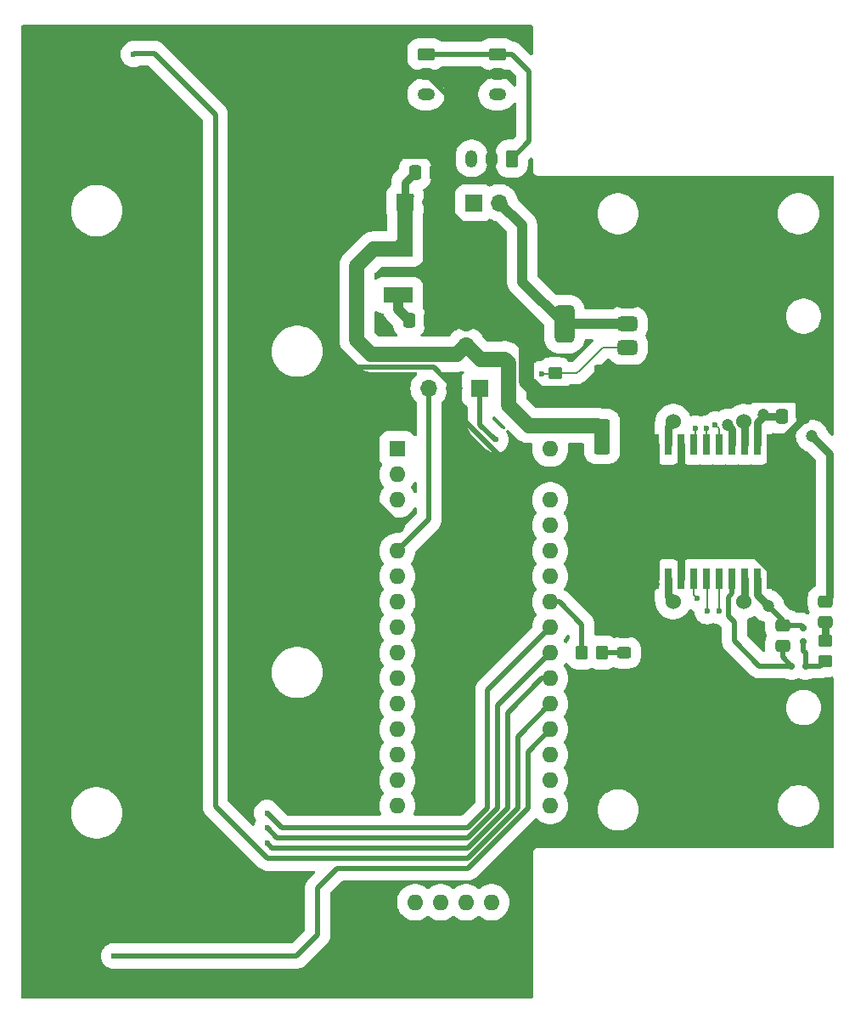
<source format=gbr>
%TF.GenerationSoftware,KiCad,Pcbnew,8.0.2*%
%TF.CreationDate,2024-10-27T19:27:45+01:00*%
%TF.ProjectId,CalkaBot_PCB,43616c6b-6142-46f7-945f-5043422e6b69,rev?*%
%TF.SameCoordinates,Original*%
%TF.FileFunction,Copper,L1,Top*%
%TF.FilePolarity,Positive*%
%FSLAX46Y46*%
G04 Gerber Fmt 4.6, Leading zero omitted, Abs format (unit mm)*
G04 Created by KiCad (PCBNEW 8.0.2) date 2024-10-27 19:27:45*
%MOMM*%
%LPD*%
G01*
G04 APERTURE LIST*
G04 Aperture macros list*
%AMRoundRect*
0 Rectangle with rounded corners*
0 $1 Rounding radius*
0 $2 $3 $4 $5 $6 $7 $8 $9 X,Y pos of 4 corners*
0 Add a 4 corners polygon primitive as box body*
4,1,4,$2,$3,$4,$5,$6,$7,$8,$9,$2,$3,0*
0 Add four circle primitives for the rounded corners*
1,1,$1+$1,$2,$3*
1,1,$1+$1,$4,$5*
1,1,$1+$1,$6,$7*
1,1,$1+$1,$8,$9*
0 Add four rect primitives between the rounded corners*
20,1,$1+$1,$2,$3,$4,$5,0*
20,1,$1+$1,$4,$5,$6,$7,0*
20,1,$1+$1,$6,$7,$8,$9,0*
20,1,$1+$1,$8,$9,$2,$3,0*%
G04 Aperture macros list end*
%TA.AperFunction,SMDPad,CuDef*%
%ADD10RoundRect,0.250000X-0.450000X0.325000X-0.450000X-0.325000X0.450000X-0.325000X0.450000X0.325000X0*%
%TD*%
%TA.AperFunction,SMDPad,CuDef*%
%ADD11RoundRect,0.250000X-0.350000X-0.450000X0.350000X-0.450000X0.350000X0.450000X-0.350000X0.450000X0*%
%TD*%
%TA.AperFunction,SMDPad,CuDef*%
%ADD12R,0.700000X2.000000*%
%TD*%
%TA.AperFunction,HeatsinkPad*%
%ADD13C,0.700000*%
%TD*%
%TA.AperFunction,SMDPad,CuDef*%
%ADD14R,3.050000X2.900000*%
%TD*%
%TA.AperFunction,SMDPad,CuDef*%
%ADD15R,9.600000X6.000000*%
%TD*%
%TA.AperFunction,SMDPad,CuDef*%
%ADD16RoundRect,0.250000X-0.450000X0.350000X-0.450000X-0.350000X0.450000X-0.350000X0.450000X0.350000X0*%
%TD*%
%TA.AperFunction,SMDPad,CuDef*%
%ADD17RoundRect,0.250000X0.550000X-1.500000X0.550000X1.500000X-0.550000X1.500000X-0.550000X-1.500000X0*%
%TD*%
%TA.AperFunction,SMDPad,CuDef*%
%ADD18RoundRect,0.375000X0.625000X0.375000X-0.625000X0.375000X-0.625000X-0.375000X0.625000X-0.375000X0*%
%TD*%
%TA.AperFunction,SMDPad,CuDef*%
%ADD19RoundRect,0.500000X0.500000X1.400000X-0.500000X1.400000X-0.500000X-1.400000X0.500000X-1.400000X0*%
%TD*%
%TA.AperFunction,ComponentPad*%
%ADD20O,1.600000X1.600000*%
%TD*%
%TA.AperFunction,ComponentPad*%
%ADD21R,1.600000X1.600000*%
%TD*%
%TA.AperFunction,ComponentPad*%
%ADD22C,1.524000*%
%TD*%
%TA.AperFunction,SMDPad,CuDef*%
%ADD23RoundRect,0.250000X-0.337500X-0.475000X0.337500X-0.475000X0.337500X0.475000X-0.337500X0.475000X0*%
%TD*%
%TA.AperFunction,ComponentPad*%
%ADD24R,1.700000X1.700000*%
%TD*%
%TA.AperFunction,ComponentPad*%
%ADD25O,1.700000X1.700000*%
%TD*%
%TA.AperFunction,SMDPad,CuDef*%
%ADD26RoundRect,0.250000X0.475000X-0.337500X0.475000X0.337500X-0.475000X0.337500X-0.475000X-0.337500X0*%
%TD*%
%TA.AperFunction,SMDPad,CuDef*%
%ADD27RoundRect,0.150000X-0.200000X0.150000X-0.200000X-0.150000X0.200000X-0.150000X0.200000X0.150000X0*%
%TD*%
%TA.AperFunction,SMDPad,CuDef*%
%ADD28RoundRect,0.250000X-0.475000X0.337500X-0.475000X-0.337500X0.475000X-0.337500X0.475000X0.337500X0*%
%TD*%
%TA.AperFunction,ComponentPad*%
%ADD29RoundRect,0.250000X-0.625000X0.350000X-0.625000X-0.350000X0.625000X-0.350000X0.625000X0.350000X0*%
%TD*%
%TA.AperFunction,ComponentPad*%
%ADD30O,1.750000X1.200000*%
%TD*%
%TA.AperFunction,SMDPad,CuDef*%
%ADD31R,3.000000X1.600000*%
%TD*%
%TA.AperFunction,SMDPad,CuDef*%
%ADD32R,6.700000X6.700000*%
%TD*%
%TA.AperFunction,ComponentPad*%
%ADD33RoundRect,0.250000X0.350000X0.625000X-0.350000X0.625000X-0.350000X-0.625000X0.350000X-0.625000X0*%
%TD*%
%TA.AperFunction,ComponentPad*%
%ADD34O,1.200000X1.750000*%
%TD*%
%TA.AperFunction,SMDPad,CuDef*%
%ADD35RoundRect,0.150000X0.150000X0.200000X-0.150000X0.200000X-0.150000X-0.200000X0.150000X-0.200000X0*%
%TD*%
%TA.AperFunction,SMDPad,CuDef*%
%ADD36RoundRect,0.250000X0.450000X-0.350000X0.450000X0.350000X-0.450000X0.350000X-0.450000X-0.350000X0*%
%TD*%
%TA.AperFunction,ViaPad*%
%ADD37C,0.600000*%
%TD*%
%TA.AperFunction,ViaPad*%
%ADD38C,1.200000*%
%TD*%
%TA.AperFunction,ViaPad*%
%ADD39C,1.600000*%
%TD*%
%TA.AperFunction,Conductor*%
%ADD40C,0.500000*%
%TD*%
%TA.AperFunction,Conductor*%
%ADD41C,0.800000*%
%TD*%
%TA.AperFunction,Conductor*%
%ADD42C,0.200000*%
%TD*%
%TA.AperFunction,Conductor*%
%ADD43C,1.500000*%
%TD*%
%TA.AperFunction,Conductor*%
%ADD44C,1.000000*%
%TD*%
G04 APERTURE END LIST*
D10*
%TO.P,D4,1,K*%
%TO.N,GND*%
X80600000Y-79975000D03*
%TO.P,D4,2,A*%
%TO.N,Net-(D4-A)*%
X80600000Y-82025000D03*
%TD*%
D11*
%TO.P,R9,1*%
%TO.N,Net-(A1-A5)*%
X76400000Y-82000000D03*
%TO.P,R9,2*%
%TO.N,Net-(D4-A)*%
X78400000Y-82000000D03*
%TD*%
D12*
%TO.P,CR1,1,GND*%
%TO.N,GND*%
X95130000Y-61300000D03*
%TO.P,CR1,2,VSA*%
%TO.N,MotorPower*%
X93860000Y-61300000D03*
%TO.P,CR1,3,OUT2A*%
%TO.N,Net-(CR1-OUT2A)*%
X92590000Y-61300000D03*
%TO.P,CR1,4,VCP*%
%TO.N,Net-(CR1-VCP)*%
X91320000Y-61300000D03*
%TO.P,CR1,5,ENA*%
%TO.N,Net-(CR1-ENA)*%
X90050000Y-61300000D03*
%TO.P,CR1,6,IN1A*%
%TO.N,M_IN1A*%
X88780000Y-61300000D03*
%TO.P,CR1,7,IN2A*%
%TO.N,M_IN2A*%
X87510000Y-61300000D03*
%TO.P,CR1,8,SENSEA*%
%TO.N,GND*%
X86240000Y-61300000D03*
%TO.P,CR1,9,OUT1A*%
%TO.N,Net-(CR1-OUT1A)*%
X84970000Y-61300000D03*
%TO.P,CR1,10,GND*%
%TO.N,GND*%
X83700000Y-61300000D03*
%TO.P,CR1,11,GND*%
X83700000Y-74700000D03*
%TO.P,CR1,12,OUT1B*%
%TO.N,Net-(CR1-OUT1B)*%
X84970000Y-74700000D03*
%TO.P,CR1,13,SENSEB*%
%TO.N,GND*%
X86240000Y-74700000D03*
%TO.P,CR1,14,IN1B*%
%TO.N,M_IN1B*%
X87510000Y-74700000D03*
%TO.P,CR1,15,IN2B*%
%TO.N,M_IN2B*%
X88780000Y-74700000D03*
%TO.P,CR1,16,ENB*%
%TO.N,Net-(CR1-ENB)*%
X90050000Y-74700000D03*
%TO.P,CR1,17,VBOOT*%
%TO.N,Net-(CR1-VBOOT)*%
X91320000Y-74700000D03*
%TO.P,CR1,18,OUT2B*%
%TO.N,Net-(CR1-OUT2B)*%
X92590000Y-74700000D03*
%TO.P,CR1,19,VSB*%
%TO.N,MotorPower*%
X93860000Y-74700000D03*
%TO.P,CR1,20,GND*%
%TO.N,GND*%
X95130000Y-74700000D03*
D13*
%TO.P,CR1,21,GND*%
X93415000Y-66000000D03*
X91415000Y-66000000D03*
X89415000Y-66000000D03*
X87415000Y-66000000D03*
X85415000Y-66000000D03*
D14*
X95715000Y-68000000D03*
D13*
X93415000Y-68000000D03*
X91415000Y-68000000D03*
X89415000Y-68000000D03*
D15*
X89415000Y-68000000D03*
D13*
X87415000Y-68000000D03*
X85415000Y-68000000D03*
D14*
X83115000Y-68000000D03*
D13*
X93415000Y-70000000D03*
X91415000Y-70000000D03*
X89415000Y-70000000D03*
X87415000Y-70000000D03*
X85415000Y-70000000D03*
%TD*%
D16*
%TO.P,R8,2*%
%TO.N,GND*%
X73700000Y-56200000D03*
%TO.P,R8,1*%
%TO.N,M_FRONT*%
X73700000Y-54200000D03*
%TD*%
D17*
%TO.P,C8,1*%
%TO.N,MotorPower*%
X78400000Y-60500000D03*
%TO.P,C8,2*%
%TO.N,GND*%
X78400000Y-55100000D03*
%TD*%
D18*
%TO.P,Q3,1,D*%
%TO.N,Net-(D3-A)*%
X80950000Y-49300000D03*
D19*
X74650000Y-49300000D03*
D18*
%TO.P,Q3,2,G*%
%TO.N,M_FRONT*%
X80950000Y-51600000D03*
%TO.P,Q3,3,S*%
%TO.N,GND*%
X80950000Y-47000000D03*
%TD*%
D20*
%TO.P,A1,30,VIN*%
%TO.N,unconnected-(A1-VIN-Pad30)*%
X73230000Y-61750000D03*
%TO.P,A1,29,GND*%
%TO.N,GND*%
X73230000Y-64290000D03*
%TO.P,A1,28,~{RESET}*%
%TO.N,unconnected-(A1-~{RESET}-Pad28)*%
X73230000Y-66830000D03*
%TO.P,A1,27,+5V*%
%TO.N,+5V*%
X73230000Y-69370000D03*
%TO.P,A1,26,A7*%
%TO.N,unconnected-(A1-A7-Pad26)*%
X73230000Y-71910000D03*
%TO.P,A1,25,A6*%
%TO.N,unconnected-(A1-A6-Pad25)*%
X73230000Y-74450000D03*
%TO.P,A1,24,A5*%
%TO.N,Net-(A1-A5)*%
X73230000Y-76990000D03*
%TO.P,A1,23,A4*%
%TO.N,Net-(A1-A4)*%
X73230000Y-79530000D03*
%TO.P,A1,22,A3*%
%TO.N,Net-(A1-A3)*%
X73230000Y-82070000D03*
%TO.P,A1,21,A2*%
%TO.N,Net-(A1-A2)*%
X73230000Y-84610000D03*
%TO.P,A1,20,A1*%
%TO.N,FLOOR_SENSOR_RIGHT*%
X73230000Y-87150000D03*
%TO.P,A1,19,A0*%
%TO.N,FLOOR_SENSOR_LEFT*%
X73230000Y-89690000D03*
%TO.P,A1,18,AREF*%
%TO.N,unconnected-(A1-AREF-Pad18)*%
X73230000Y-92230000D03*
%TO.P,A1,17,3V3*%
%TO.N,unconnected-(A1-3V3-Pad17)*%
X73230000Y-94770000D03*
%TO.P,A1,16,D13*%
%TO.N,M_ENA*%
X73230000Y-97310000D03*
%TO.P,A1,15,D12*%
%TO.N,M_ENB*%
X57990000Y-97310000D03*
%TO.P,A1,14,D11*%
%TO.N,M_IN2B*%
X57990000Y-94770000D03*
%TO.P,A1,13,D10*%
%TO.N,M_IN1B*%
X57990000Y-92230000D03*
%TO.P,A1,12,D9*%
%TO.N,M_IN1A*%
X57990000Y-89690000D03*
%TO.P,A1,11,D8*%
%TO.N,M_IN2A*%
X57990000Y-87150000D03*
%TO.P,A1,10,D7*%
%TO.N,Net-(A1-D7)*%
X57990000Y-84610000D03*
%TO.P,A1,9,D6*%
%TO.N,Net-(A1-D6)*%
X57990000Y-82070000D03*
%TO.P,A1,8,D5*%
%TO.N,Net-(A1-D5)*%
X57990000Y-79530000D03*
%TO.P,A1,7,D4*%
%TO.N,Net-(A1-D4)*%
X57990000Y-76990000D03*
%TO.P,A1,6,D3*%
%TO.N,M_FRONT*%
X57990000Y-74450000D03*
%TO.P,A1,5,D2*%
%TO.N,START_MODULE*%
X57990000Y-71910000D03*
%TO.P,A1,4,GND*%
%TO.N,GND*%
X57990000Y-69370000D03*
%TO.P,A1,3,~{RESET}*%
%TO.N,unconnected-(A1-~{RESET}-Pad3)*%
X57990000Y-66830000D03*
%TO.P,A1,2,D0/RX*%
%TO.N,unconnected-(A1-D0{slash}RX-Pad2)*%
X57990000Y-64290000D03*
D21*
%TO.P,A1,1,D1/TX*%
%TO.N,unconnected-(A1-D1{slash}TX-Pad1)*%
X57990000Y-61750000D03*
%TD*%
D22*
%TO.P,M1,2,-*%
%TO.N,Net-(CR1-OUT1A)*%
X85500000Y-59000000D03*
%TO.P,M1,1,+*%
%TO.N,Net-(CR1-OUT2A)*%
X92500000Y-59000000D03*
%TD*%
D23*
%TO.P,C1,1*%
%TO.N,MotorPower*%
X59762500Y-34200000D03*
%TO.P,C1,2*%
%TO.N,GND*%
X61837500Y-34200000D03*
%TD*%
D21*
%TO.P,SW1,1*%
%TO.N,GND*%
X59760000Y-114520000D03*
D20*
%TO.P,SW1,2*%
X62300000Y-114520000D03*
%TO.P,SW1,3*%
X64840000Y-114520000D03*
%TO.P,SW1,4*%
X67380000Y-114520000D03*
%TO.P,SW1,5*%
%TO.N,Net-(A1-D7)*%
X67380000Y-106900000D03*
%TO.P,SW1,6*%
%TO.N,Net-(A1-D6)*%
X64840000Y-106900000D03*
%TO.P,SW1,7*%
%TO.N,Net-(A1-D5)*%
X62300000Y-106900000D03*
%TO.P,SW1,8*%
%TO.N,Net-(A1-D4)*%
X59760000Y-106900000D03*
%TD*%
D24*
%TO.P,J4,1,Pin_1*%
%TO.N,MotorPower*%
X58762500Y-37187500D03*
D25*
%TO.P,J4,2,Pin_2*%
%TO.N,GND*%
X61302500Y-37187500D03*
%TD*%
D24*
%TO.P,J6,1,Pin_1*%
%TO.N,+5V*%
X66240000Y-55700000D03*
D25*
%TO.P,J6,2,Pin_2*%
%TO.N,GND*%
X63700000Y-55700000D03*
%TO.P,J6,3,Pin_3*%
%TO.N,START_MODULE*%
X61160000Y-55700000D03*
%TD*%
D26*
%TO.P,C3,1*%
%TO.N,Net-(C3-Pad1)*%
X100650000Y-78987500D03*
%TO.P,C3,2*%
%TO.N,Net-(CR1-VCP)*%
X100650000Y-76912500D03*
%TD*%
D27*
%TO.P,D1,1,K*%
%TO.N,Net-(D1-K)*%
X98500000Y-80950000D03*
%TO.P,D1,2,A*%
%TO.N,MotorPower*%
X98500000Y-79550000D03*
%TD*%
D28*
%TO.P,C4,2*%
%TO.N,Net-(CR1-VBOOT)*%
X96400000Y-81387500D03*
%TO.P,C4,1*%
%TO.N,MotorPower*%
X96400000Y-79312500D03*
%TD*%
D29*
%TO.P,J3,1,Pin_1*%
%TO.N,+5V*%
X67950000Y-22400000D03*
D30*
%TO.P,J3,2,Pin_2*%
%TO.N,GND*%
X67950000Y-24400000D03*
%TO.P,J3,3,Pin_3*%
%TO.N,Net-(A1-A3)*%
X67950000Y-26400000D03*
%TD*%
D31*
%TO.P,U1,1,IN*%
%TO.N,MotorPower*%
X58062500Y-41812500D03*
D32*
%TO.P,U1,2,GND*%
%TO.N,GND*%
X64712500Y-44112500D03*
D31*
%TO.P,U1,3,OUT*%
%TO.N,+5V*%
X58062500Y-46412500D03*
%TD*%
D23*
%TO.P,C2,1*%
%TO.N,+5V*%
X59162500Y-48900000D03*
%TO.P,C2,2*%
%TO.N,GND*%
X61237500Y-48900000D03*
%TD*%
D33*
%TO.P,J1,1,Pin_1*%
%TO.N,+5V*%
X69400000Y-32800000D03*
D34*
%TO.P,J1,2,Pin_2*%
%TO.N,GND*%
X67400000Y-32800000D03*
%TO.P,J1,3,Pin_3*%
%TO.N,Net-(A1-A4)*%
X65400000Y-32800000D03*
%TD*%
D35*
%TO.P,D2,2,A*%
%TO.N,Net-(D1-K)*%
X98700000Y-83350000D03*
%TO.P,D2,1,K*%
%TO.N,Net-(CR1-VBOOT)*%
X97300000Y-83350000D03*
%TD*%
D26*
%TO.P,C9,1*%
%TO.N,MotorPower*%
X64862500Y-51350000D03*
%TO.P,C9,2*%
%TO.N,GND*%
X64862500Y-49275000D03*
%TD*%
D24*
%TO.P,J5,1,Pin_1*%
%TO.N,MotorPower*%
X65625000Y-37200000D03*
D25*
%TO.P,J5,2,Pin_2*%
%TO.N,Net-(D3-A)*%
X68165000Y-37200000D03*
%TD*%
D36*
%TO.P,R2,1*%
%TO.N,Net-(D1-K)*%
X100650000Y-82850000D03*
%TO.P,R2,2*%
%TO.N,Net-(C3-Pad1)*%
X100650000Y-80850000D03*
%TD*%
D29*
%TO.P,J2,1,Pin_1*%
%TO.N,+5V*%
X60850000Y-22400000D03*
D30*
%TO.P,J2,2,Pin_2*%
%TO.N,GND*%
X60850000Y-24400000D03*
%TO.P,J2,3,Pin_3*%
%TO.N,Net-(A1-A2)*%
X60850000Y-26400000D03*
%TD*%
D23*
%TO.P,C7,1*%
%TO.N,MotorPower*%
X96362500Y-58500000D03*
%TO.P,C7,2*%
%TO.N,GND*%
X98437500Y-58500000D03*
%TD*%
D22*
%TO.P,M2,1,+*%
%TO.N,Net-(CR1-OUT1B)*%
X85500000Y-76956000D03*
%TO.P,M2,2,-*%
%TO.N,Net-(CR1-OUT2B)*%
X92500000Y-76956000D03*
%TD*%
D37*
%TO.N,FLOOR_SENSOR_RIGHT*%
X31700000Y-22400000D03*
%TO.N,FLOOR_SENSOR_LEFT*%
X29750000Y-112250000D03*
D38*
%TO.N,Net-(CR1-VCP)*%
X99350000Y-60450000D03*
X90950000Y-59350000D03*
%TO.N,GND*%
X82200000Y-76700000D03*
D37*
%TO.N,M_IN1B*%
X87900000Y-76600000D03*
%TO.N,M_IN2B*%
X88900000Y-77900000D03*
%TO.N,Net-(CR1-ENB)*%
X90100000Y-77900000D03*
%TO.N,M_IN1A*%
X88800000Y-59700000D03*
%TO.N,M_IN2A*%
X87700000Y-59700000D03*
%TO.N,Net-(CR1-ENA)*%
X89700000Y-59300000D03*
D38*
%TO.N,MotorPower*%
X95000000Y-77400000D03*
X94500000Y-58300000D03*
D37*
%TO.N,+5V*%
X67800000Y-60800000D03*
%TO.N,M_FRONT*%
X72400000Y-54250000D03*
%TO.N,+5V*%
X58062500Y-47800000D03*
D39*
%TO.N,MotorPower*%
X68700000Y-52800000D03*
D37*
%TO.N,Net-(A1-A2)*%
X45000000Y-101000000D03*
%TO.N,Net-(A1-A3)*%
X45000000Y-99500000D03*
%TO.N,Net-(A1-A4)*%
X45000000Y-98000000D03*
%TD*%
D40*
%TO.N,GND*%
X80600000Y-78300000D02*
X82200000Y-76700000D01*
X80600000Y-79975000D02*
X80600000Y-78300000D01*
%TO.N,Net-(D4-A)*%
X80575000Y-82000000D02*
X80600000Y-82025000D01*
X78400000Y-82000000D02*
X80575000Y-82000000D01*
%TO.N,Net-(A1-A5)*%
X76400000Y-79200000D02*
X76400000Y-82000000D01*
X73230000Y-76990000D02*
X74190000Y-76990000D01*
X74190000Y-76990000D02*
X76400000Y-79200000D01*
%TO.N,FLOOR_SENSOR_RIGHT*%
X31800000Y-22300000D02*
X31700000Y-22400000D01*
X33750000Y-22300000D02*
X31800000Y-22300000D01*
X39850000Y-33850000D02*
X39850000Y-28400000D01*
X39850000Y-97350000D02*
X39850000Y-33850000D01*
X45000000Y-102500000D02*
X39850000Y-97350000D01*
X39850000Y-28400000D02*
X33750000Y-22300000D01*
%TO.N,FLOOR_SENSOR_LEFT*%
X71000000Y-97500000D02*
X71000000Y-91920000D01*
X71000000Y-91920000D02*
X73230000Y-89690000D01*
X65000000Y-103500000D02*
X71000000Y-97500000D01*
X52000000Y-103500000D02*
X65000000Y-103500000D01*
X50050000Y-105450000D02*
X52000000Y-103500000D01*
X29750000Y-112250000D02*
X47950000Y-112250000D01*
X47950000Y-112250000D02*
X50050000Y-110150000D01*
X50050000Y-110150000D02*
X50050000Y-105450000D01*
D41*
%TO.N,Net-(CR1-VCP)*%
X101100000Y-76462500D02*
X100650000Y-76912500D01*
X101100000Y-62200000D02*
X101100000Y-76462500D01*
X99350000Y-60450000D02*
X101100000Y-62200000D01*
D40*
%TO.N,Net-(CR1-VBOOT)*%
X94100000Y-83350000D02*
X97300000Y-83350000D01*
X91600000Y-80850000D02*
X94100000Y-83350000D01*
X91600000Y-79000000D02*
X91600000Y-80850000D01*
X91000000Y-78400000D02*
X91600000Y-79000000D01*
X91000000Y-76500000D02*
X91000000Y-78400000D01*
X91370000Y-76130000D02*
X91000000Y-76500000D01*
X91370000Y-74700000D02*
X91370000Y-76130000D01*
X96400000Y-82450000D02*
X97300000Y-83350000D01*
X96400000Y-81387500D02*
X96400000Y-82450000D01*
%TO.N,MotorPower*%
X96400000Y-78800000D02*
X95000000Y-77400000D01*
X96400000Y-79312500D02*
X96400000Y-78800000D01*
X98262500Y-79312500D02*
X96400000Y-79312500D01*
X98500000Y-79550000D02*
X98262500Y-79312500D01*
%TO.N,Net-(D1-K)*%
X98700000Y-82050000D02*
X98700000Y-83350000D01*
X98500000Y-81850000D02*
X98700000Y-82050000D01*
X98500000Y-80950000D02*
X98500000Y-81850000D01*
X100650000Y-82850000D02*
X100150000Y-83350000D01*
X100150000Y-83350000D02*
X98700000Y-83350000D01*
D41*
%TO.N,Net-(C3-Pad1)*%
X100650000Y-78987500D02*
X100650000Y-80850000D01*
%TO.N,Net-(CR1-VCP)*%
X90950000Y-59350000D02*
X91370000Y-59770000D01*
X91370000Y-59770000D02*
X91370000Y-61300000D01*
D42*
%TO.N,Net-(CR1-ENA)*%
X90100000Y-59700000D02*
X90100000Y-61300000D01*
X89700000Y-59300000D02*
X90100000Y-59700000D01*
D40*
%TO.N,+5V*%
X67700000Y-60800000D02*
X66240000Y-59340000D01*
X66240000Y-59340000D02*
X66240000Y-55700000D01*
X67800000Y-60800000D02*
X67700000Y-60800000D01*
D42*
%TO.N,GND*%
X83750000Y-75150000D02*
X83750000Y-74700000D01*
D41*
X82200000Y-76700000D02*
X83750000Y-75150000D01*
D42*
%TO.N,M_IN1B*%
X87900000Y-76600000D02*
X87560000Y-76260000D01*
X87560000Y-76260000D02*
X87560000Y-74700000D01*
%TO.N,M_IN2B*%
X88900000Y-74770000D02*
X88830000Y-74700000D01*
X88900000Y-77900000D02*
X88900000Y-74770000D01*
%TO.N,Net-(CR1-ENB)*%
X90100000Y-77900000D02*
X90100000Y-74700000D01*
%TO.N,M_IN2A*%
X87700000Y-61160000D02*
X87560000Y-61300000D01*
X87700000Y-59700000D02*
X87700000Y-61160000D01*
D41*
%TO.N,GND*%
X86290000Y-71175000D02*
X89465000Y-68000000D01*
X86290000Y-74700000D02*
X86290000Y-71175000D01*
X88500000Y-68000000D02*
X89465000Y-68000000D01*
X83750000Y-72750000D02*
X88500000Y-68000000D01*
X83750000Y-74700000D02*
X83750000Y-72750000D01*
X86290000Y-64825000D02*
X89465000Y-68000000D01*
X86290000Y-61300000D02*
X86290000Y-64825000D01*
X88000000Y-68000000D02*
X89465000Y-68000000D01*
X83750000Y-61300000D02*
X83750000Y-63750000D01*
X83750000Y-63750000D02*
X88000000Y-68000000D01*
D43*
X98437500Y-56837500D02*
X98437500Y-58500000D01*
X98000000Y-56400000D02*
X98437500Y-56837500D01*
D41*
X98437500Y-58742500D02*
X95180000Y-62000000D01*
X95180000Y-62000000D02*
X95180000Y-62285000D01*
X98437500Y-58500000D02*
X98437500Y-58742500D01*
X95180000Y-61300000D02*
X95180000Y-62000000D01*
X95200000Y-61320000D02*
X95180000Y-61300000D01*
X91500000Y-68000000D02*
X95200000Y-64300000D01*
X95200000Y-64300000D02*
X95200000Y-61320000D01*
X89465000Y-68000000D02*
X91500000Y-68000000D01*
D43*
X77300000Y-56200000D02*
X73700000Y-56200000D01*
X78400000Y-55100000D02*
X77300000Y-56200000D01*
X64712500Y-44612500D02*
X64712500Y-44112500D01*
X70900000Y-50800000D02*
X64712500Y-44612500D01*
X70900000Y-55000000D02*
X70900000Y-50800000D01*
X72100000Y-56200000D02*
X70900000Y-55000000D01*
X72100000Y-56200000D02*
X73700000Y-56200000D01*
%TO.N,MotorPower*%
X77900000Y-59400000D02*
X78400000Y-59900000D01*
X69100000Y-57400000D02*
X71100000Y-59400000D01*
X69100000Y-53200000D02*
X69100000Y-57400000D01*
X68700000Y-52800000D02*
X69100000Y-53200000D01*
X71100000Y-59400000D02*
X77900000Y-59400000D01*
D41*
X93910000Y-74700000D02*
X93910000Y-76310000D01*
X93910000Y-76310000D02*
X95000000Y-77400000D01*
%TO.N,GND*%
X95180000Y-73715000D02*
X89465000Y-68000000D01*
X95180000Y-74700000D02*
X95180000Y-73715000D01*
X98500000Y-58562500D02*
X98437500Y-58500000D01*
%TO.N,MotorPower*%
X94700000Y-58500000D02*
X94500000Y-58300000D01*
X96362500Y-58500000D02*
X94700000Y-58500000D01*
X93910000Y-59090000D02*
X94500000Y-58500000D01*
X93910000Y-61300000D02*
X93910000Y-59090000D01*
X94500000Y-58500000D02*
X94500000Y-58300000D01*
D42*
%TO.N,M_FRONT*%
X73650000Y-54250000D02*
X73700000Y-54200000D01*
X72400000Y-54250000D02*
X73650000Y-54250000D01*
D41*
%TO.N,Net-(CR1-OUT2B)*%
X92640000Y-76816000D02*
X92500000Y-76956000D01*
X92640000Y-74700000D02*
X92640000Y-76816000D01*
%TO.N,Net-(CR1-OUT1B)*%
X85020000Y-76476000D02*
X85500000Y-76956000D01*
X85020000Y-74700000D02*
X85020000Y-76476000D01*
%TO.N,Net-(CR1-OUT2A)*%
X92640000Y-61300000D02*
X92640000Y-59140000D01*
X92640000Y-59140000D02*
X92500000Y-59000000D01*
%TO.N,Net-(CR1-OUT1A)*%
X85020000Y-59480000D02*
X85500000Y-59000000D01*
X85020000Y-61300000D02*
X85020000Y-59480000D01*
%TO.N,GND*%
X89805000Y-66195000D02*
X90400000Y-65600000D01*
D42*
%TO.N,M_FRONT*%
X75900000Y-54200000D02*
X76200000Y-53900000D01*
X73700000Y-54200000D02*
X75900000Y-54200000D01*
X76200000Y-53900000D02*
X78500000Y-51600000D01*
D44*
%TO.N,GND*%
X74000000Y-56500000D02*
X73700000Y-56200000D01*
D42*
%TO.N,M_FRONT*%
X78500000Y-51600000D02*
X80950000Y-51600000D01*
D43*
%TO.N,MotorPower*%
X68700000Y-52800000D02*
X66312500Y-52800000D01*
X66312500Y-52800000D02*
X64862500Y-51350000D01*
D44*
%TO.N,GND*%
X64712500Y-44112500D02*
X64712500Y-44212500D01*
%TO.N,Net-(D3-A)*%
X74650000Y-49300000D02*
X80950000Y-49300000D01*
X70450000Y-45100000D02*
X74650000Y-49300000D01*
X70450000Y-39485000D02*
X70450000Y-45100000D01*
D40*
%TO.N,GND*%
X62537500Y-34900000D02*
X61837500Y-34200000D01*
X66600000Y-34900000D02*
X62537500Y-34900000D01*
X67400000Y-34100000D02*
X66600000Y-34900000D01*
X67400000Y-32800000D02*
X67400000Y-34100000D01*
D44*
%TO.N,Net-(D3-A)*%
X68165000Y-37200000D02*
X70450000Y-39485000D01*
D43*
%TO.N,MotorPower*%
X53962500Y-50912500D02*
X55350000Y-52300000D01*
X55350000Y-52300000D02*
X63912500Y-52300000D01*
X55662500Y-41812500D02*
X53962500Y-43512500D01*
X53962500Y-43512500D02*
X53962500Y-50912500D01*
X58062500Y-41812500D02*
X55662500Y-41812500D01*
X63912500Y-52300000D02*
X64862500Y-51350000D01*
D40*
%TO.N,GND*%
X60850000Y-24400000D02*
X67950000Y-24400000D01*
X61302500Y-37187500D02*
X61837500Y-36652500D01*
D43*
X61687500Y-37187500D02*
X63756250Y-39256250D01*
D41*
X51700000Y-50300000D02*
X51700000Y-55800000D01*
D40*
X63700000Y-55700000D02*
X61600000Y-53600000D01*
X63700000Y-55700000D02*
X63700000Y-57900000D01*
D44*
X64712500Y-44112500D02*
X64712500Y-45425000D01*
D40*
X67400000Y-30950000D02*
X60850000Y-24400000D01*
X63700000Y-57900000D02*
X70100000Y-64300000D01*
D43*
X63756250Y-39256250D02*
X64712500Y-40212500D01*
D40*
X70100000Y-64300000D02*
X73220000Y-64300000D01*
D41*
X59740000Y-114500000D02*
X59760000Y-114520000D01*
D43*
X61302500Y-37187500D02*
X61687500Y-37187500D01*
D40*
X51700000Y-51400000D02*
X51700000Y-50300000D01*
D41*
X51700000Y-63080000D02*
X57990000Y-69370000D01*
D40*
X62300000Y-114520000D02*
X59760000Y-114520000D01*
D41*
X51700000Y-38000000D02*
X51700000Y-50300000D01*
D40*
X61600000Y-53600000D02*
X53900000Y-53600000D01*
D41*
X61837500Y-34200000D02*
X61837500Y-32937500D01*
D44*
X61302500Y-37187500D02*
X61300000Y-37185000D01*
D43*
X64712500Y-40212500D02*
X64712500Y-44112500D01*
D40*
X67400000Y-32800000D02*
X67400000Y-30950000D01*
X67380000Y-114520000D02*
X64840000Y-114520000D01*
D41*
X51700000Y-55800000D02*
X51700000Y-63080000D01*
X61300000Y-32400000D02*
X57300000Y-32400000D01*
D43*
X64862500Y-44262500D02*
X64712500Y-44112500D01*
D41*
X61837500Y-32937500D02*
X61300000Y-32400000D01*
X61837500Y-36652500D02*
X61837500Y-34200000D01*
D40*
X73220000Y-64300000D02*
X73230000Y-64290000D01*
D44*
X64712500Y-45425000D02*
X61237500Y-48900000D01*
D41*
X57300000Y-32400000D02*
X51700000Y-38000000D01*
D40*
X53900000Y-53600000D02*
X51700000Y-51400000D01*
X64840000Y-114520000D02*
X62300000Y-114520000D01*
X61200000Y-37085000D02*
X61302500Y-37187500D01*
D44*
X61256250Y-37141250D02*
X61302500Y-37187500D01*
D43*
X64862500Y-49275000D02*
X64862500Y-44262500D01*
D40*
X53900000Y-53600000D02*
X51700000Y-55800000D01*
D44*
X63800000Y-43200000D02*
X64712500Y-44112500D01*
%TO.N,+5V*%
X58400000Y-46750000D02*
X58062500Y-46412500D01*
D40*
X69400000Y-22400000D02*
X67950000Y-22400000D01*
X71100000Y-31100000D02*
X71100000Y-24100000D01*
X69400000Y-32800000D02*
X71100000Y-31100000D01*
D44*
X58062500Y-46412500D02*
X58062500Y-47800000D01*
D42*
X60850000Y-22400000D02*
X60650000Y-22200000D01*
D44*
X58062500Y-47800000D02*
X59162500Y-48900000D01*
D40*
X60850000Y-22400000D02*
X67950000Y-22400000D01*
X71100000Y-24100000D02*
X69400000Y-22400000D01*
%TO.N,MotorPower*%
X59400000Y-36550000D02*
X58762500Y-37187500D01*
D41*
X58762500Y-35200000D02*
X59762500Y-34200000D01*
D43*
X58762500Y-37187500D02*
X58762500Y-41112500D01*
X58762500Y-41112500D02*
X58062500Y-41812500D01*
D41*
X58762500Y-37187500D02*
X58762500Y-35200000D01*
D40*
%TO.N,Net-(A1-A2)*%
X65000000Y-101500000D02*
X69000000Y-97500000D01*
X72390000Y-84610000D02*
X73230000Y-84610000D01*
X45500000Y-101500000D02*
X65000000Y-101500000D01*
X69000000Y-97500000D02*
X69000000Y-88000000D01*
X45000000Y-101000000D02*
X45500000Y-101500000D01*
X69000000Y-88000000D02*
X72390000Y-84610000D01*
%TO.N,Net-(A1-A3)*%
X68000000Y-97500000D02*
X68000000Y-87300000D01*
X45000000Y-99500000D02*
X46000000Y-100500000D01*
X65000000Y-100500000D02*
X68000000Y-97500000D01*
X46000000Y-100500000D02*
X65000000Y-100500000D01*
X68000000Y-87300000D02*
X73230000Y-82070000D01*
%TO.N,FLOOR_SENSOR_RIGHT*%
X65000000Y-102500000D02*
X70000000Y-97500000D01*
X70000000Y-90380000D02*
X73230000Y-87150000D01*
X70000000Y-97500000D02*
X70000000Y-90380000D01*
X45000000Y-102500000D02*
X65000000Y-102500000D01*
%TO.N,START_MODULE*%
X61160000Y-68740000D02*
X57990000Y-71910000D01*
X61160000Y-55700000D02*
X61160000Y-68740000D01*
%TO.N,Net-(A1-A4)*%
X45000000Y-98000000D02*
X46500000Y-99500000D01*
X65000000Y-99500000D02*
X67000000Y-97500000D01*
X67000000Y-97500000D02*
X67000000Y-85760000D01*
X46500000Y-99500000D02*
X65000000Y-99500000D01*
X67000000Y-85760000D02*
X73230000Y-79530000D01*
D44*
%TO.N,GND*%
X84500000Y-54200000D02*
X84500000Y-48800000D01*
X84500000Y-48800000D02*
X82700000Y-47000000D01*
X82700000Y-47000000D02*
X80950000Y-47000000D01*
D43*
X79700000Y-56400000D02*
X82300000Y-56400000D01*
X78400000Y-55100000D02*
X79700000Y-56400000D01*
D44*
X82300000Y-56400000D02*
X84500000Y-54200000D01*
D43*
X98000000Y-56400000D02*
X82300000Y-56400000D01*
D42*
%TO.N,M_IN1A*%
X88800000Y-59700000D02*
X88830000Y-59730000D01*
X88830000Y-59730000D02*
X88830000Y-61300000D01*
%TD*%
%TA.AperFunction,Conductor*%
%TO.N,GND*%
G36*
X71425000Y-19520462D02*
G01*
X71479538Y-19575000D01*
X71499500Y-19649500D01*
X71499500Y-22371308D01*
X71479538Y-22445808D01*
X71425000Y-22500346D01*
X71350500Y-22520308D01*
X71276000Y-22500346D01*
X71245141Y-22476667D01*
X70754257Y-21985783D01*
X70214646Y-21446172D01*
X70055405Y-21330476D01*
X69880026Y-21241116D01*
X69692826Y-21180291D01*
X69592681Y-21164429D01*
X69498399Y-21149497D01*
X69493020Y-21149074D01*
X69420318Y-21123321D01*
X69399367Y-21105894D01*
X69379655Y-21086182D01*
X69371153Y-21080292D01*
X69194626Y-20957993D01*
X69194625Y-20957992D01*
X69194623Y-20957991D01*
X68989687Y-20864904D01*
X68844924Y-20828427D01*
X68771412Y-20809904D01*
X68771409Y-20809903D01*
X68771406Y-20809903D01*
X68711122Y-20805159D01*
X68639217Y-20799500D01*
X68639209Y-20799500D01*
X67260791Y-20799500D01*
X67260788Y-20799500D01*
X67260784Y-20799501D01*
X67215622Y-20803054D01*
X67128593Y-20809903D01*
X67128589Y-20809903D01*
X67128588Y-20809904D01*
X67091264Y-20819308D01*
X66910312Y-20864904D01*
X66705376Y-20957991D01*
X66520344Y-21086182D01*
X66500668Y-21105859D01*
X66433873Y-21144423D01*
X66395309Y-21149500D01*
X62404691Y-21149500D01*
X62330191Y-21129538D01*
X62299332Y-21105859D01*
X62279655Y-21086182D01*
X62271153Y-21080292D01*
X62094626Y-20957993D01*
X62094625Y-20957992D01*
X62094623Y-20957991D01*
X61889687Y-20864904D01*
X61744924Y-20828427D01*
X61671412Y-20809904D01*
X61671409Y-20809903D01*
X61671406Y-20809903D01*
X61611122Y-20805159D01*
X61539217Y-20799500D01*
X61539209Y-20799500D01*
X60160791Y-20799500D01*
X60160788Y-20799500D01*
X60160784Y-20799501D01*
X60115622Y-20803054D01*
X60028593Y-20809903D01*
X60028589Y-20809903D01*
X60028588Y-20809904D01*
X59991264Y-20819308D01*
X59810312Y-20864904D01*
X59605376Y-20957991D01*
X59420344Y-21086182D01*
X59261182Y-21245344D01*
X59132991Y-21430376D01*
X59039904Y-21635312D01*
X58984903Y-21853593D01*
X58979054Y-21927919D01*
X58977041Y-21953504D01*
X58974500Y-21985789D01*
X58974500Y-22814208D01*
X58974501Y-22814211D01*
X58984903Y-22946406D01*
X58984903Y-22946409D01*
X58984904Y-22946412D01*
X59003427Y-23019924D01*
X59039904Y-23164687D01*
X59132991Y-23369623D01*
X59132992Y-23369625D01*
X59132993Y-23369626D01*
X59261181Y-23554654D01*
X59420346Y-23713819D01*
X59605374Y-23842007D01*
X59605375Y-23842007D01*
X59605376Y-23842008D01*
X59810312Y-23935095D01*
X59847640Y-23944500D01*
X60028588Y-23990096D01*
X60160783Y-24000500D01*
X61539216Y-24000499D01*
X61671412Y-23990096D01*
X61889683Y-23935096D01*
X61889682Y-23935096D01*
X61889687Y-23935095D01*
X62031613Y-23870628D01*
X62094626Y-23842007D01*
X62279654Y-23713819D01*
X62299332Y-23694141D01*
X62366127Y-23655577D01*
X62404691Y-23650500D01*
X66395309Y-23650500D01*
X66469809Y-23670462D01*
X66500668Y-23694141D01*
X66520346Y-23713819D01*
X66705374Y-23842007D01*
X66705375Y-23842007D01*
X66705376Y-23842008D01*
X66910312Y-23935095D01*
X66947640Y-23944500D01*
X67128588Y-23990096D01*
X67260783Y-24000500D01*
X68639216Y-24000499D01*
X68771412Y-23990096D01*
X68989683Y-23935096D01*
X69017370Y-23922519D01*
X69093454Y-23909885D01*
X69165664Y-23936985D01*
X69184348Y-23952822D01*
X69805859Y-24574333D01*
X69844423Y-24641128D01*
X69849500Y-24679692D01*
X69849500Y-25454423D01*
X69829538Y-25528923D01*
X69775000Y-25583461D01*
X69700500Y-25603423D01*
X69626000Y-25583461D01*
X69579957Y-25542003D01*
X69445800Y-25357353D01*
X69445795Y-25357347D01*
X69445793Y-25357344D01*
X69267656Y-25179207D01*
X69063845Y-25031130D01*
X68839379Y-24916759D01*
X68599785Y-24838910D01*
X68350962Y-24799500D01*
X67549038Y-24799500D01*
X67341685Y-24832341D01*
X67300214Y-24838910D01*
X67060627Y-24916757D01*
X67060621Y-24916759D01*
X67060615Y-24916761D01*
X67060615Y-24916762D01*
X66836153Y-25031131D01*
X66836152Y-25031131D01*
X66632345Y-25179206D01*
X66632342Y-25179208D01*
X66454208Y-25357342D01*
X66454206Y-25357345D01*
X66306131Y-25561152D01*
X66306131Y-25561153D01*
X66306130Y-25561155D01*
X66191759Y-25785621D01*
X66113910Y-26025215D01*
X66074500Y-26274038D01*
X66074500Y-26525962D01*
X66113910Y-26774785D01*
X66191759Y-27014379D01*
X66306130Y-27238845D01*
X66454207Y-27442656D01*
X66632344Y-27620793D01*
X66836155Y-27768870D01*
X67060621Y-27883241D01*
X67300215Y-27961090D01*
X67549038Y-28000500D01*
X67549043Y-28000500D01*
X68350957Y-28000500D01*
X68350962Y-28000500D01*
X68599785Y-27961090D01*
X68839379Y-27883241D01*
X69063845Y-27768870D01*
X69267656Y-27620793D01*
X69445793Y-27442656D01*
X69579956Y-27257995D01*
X69639896Y-27209458D01*
X69716075Y-27197392D01*
X69788080Y-27225032D01*
X69836618Y-27284972D01*
X69849500Y-27345576D01*
X69849500Y-30520307D01*
X69829538Y-30594807D01*
X69805859Y-30625666D01*
X69550666Y-30880859D01*
X69483871Y-30919423D01*
X69445307Y-30924500D01*
X68985791Y-30924500D01*
X68985788Y-30924500D01*
X68985784Y-30924501D01*
X68940622Y-30928054D01*
X68853593Y-30934903D01*
X68853589Y-30934903D01*
X68853588Y-30934904D01*
X68816264Y-30944308D01*
X68635312Y-30989904D01*
X68430376Y-31082991D01*
X68245344Y-31211182D01*
X68086182Y-31370344D01*
X67957991Y-31555376D01*
X67864904Y-31760312D01*
X67809903Y-31978593D01*
X67799500Y-32110789D01*
X67799500Y-33489208D01*
X67799500Y-33489210D01*
X67799501Y-33489216D01*
X67802599Y-33528588D01*
X67809903Y-33621406D01*
X67809903Y-33621409D01*
X67809904Y-33621412D01*
X67819825Y-33660783D01*
X67864904Y-33839687D01*
X67957991Y-34044623D01*
X67957992Y-34044625D01*
X67957993Y-34044626D01*
X68086181Y-34229654D01*
X68245346Y-34388819D01*
X68430374Y-34517007D01*
X68430375Y-34517007D01*
X68430376Y-34517008D01*
X68635312Y-34610095D01*
X68672640Y-34619500D01*
X68853588Y-34665096D01*
X68985783Y-34675500D01*
X69814216Y-34675499D01*
X69946412Y-34665096D01*
X70164683Y-34610096D01*
X70164682Y-34610096D01*
X70164687Y-34610095D01*
X70306613Y-34545628D01*
X70369626Y-34517007D01*
X70554654Y-34388819D01*
X70713819Y-34229654D01*
X70842007Y-34044626D01*
X70870628Y-33981613D01*
X70935095Y-33839687D01*
X70958784Y-33745675D01*
X70990096Y-33621412D01*
X71000500Y-33489217D01*
X71000499Y-33029690D01*
X71020461Y-32955191D01*
X71044136Y-32924336D01*
X71245142Y-32723331D01*
X71311936Y-32684768D01*
X71389064Y-32684768D01*
X71455859Y-32723332D01*
X71494423Y-32790127D01*
X71499500Y-32828691D01*
X71499500Y-34065892D01*
X71533608Y-34193186D01*
X71558623Y-34236514D01*
X71599497Y-34307310D01*
X71599498Y-34307311D01*
X71599500Y-34307314D01*
X71692686Y-34400500D01*
X71806814Y-34466392D01*
X71934108Y-34500500D01*
X72065892Y-34500500D01*
X101350500Y-34500500D01*
X101425000Y-34520462D01*
X101479538Y-34575000D01*
X101499500Y-34649500D01*
X101499500Y-60259176D01*
X101479538Y-60333676D01*
X101425000Y-60388214D01*
X101350500Y-60408176D01*
X101276000Y-60388214D01*
X101245141Y-60364535D01*
X100919975Y-60039369D01*
X100881411Y-59972574D01*
X100880450Y-59968789D01*
X100876875Y-59953897D01*
X100876871Y-59953884D01*
X100780467Y-59721143D01*
X100771298Y-59706180D01*
X100648836Y-59506341D01*
X100485224Y-59314776D01*
X100293659Y-59151164D01*
X100078859Y-59019534D01*
X100078856Y-59019533D01*
X100078855Y-59019532D01*
X100078856Y-59019532D01*
X99846113Y-58923127D01*
X99846099Y-58923123D01*
X99601158Y-58864319D01*
X99601151Y-58864317D01*
X99350000Y-58844551D01*
X99098848Y-58864317D01*
X99098841Y-58864319D01*
X98853900Y-58923123D01*
X98853886Y-58923127D01*
X98621143Y-59019532D01*
X98406340Y-59151164D01*
X98214779Y-59314773D01*
X98214778Y-59314774D01*
X98214776Y-59314776D01*
X98187164Y-59347105D01*
X98123602Y-59390789D01*
X98046711Y-59396840D01*
X97977097Y-59363635D01*
X97933412Y-59300071D01*
X97927361Y-59223180D01*
X97929376Y-59213951D01*
X97940096Y-59171412D01*
X97950500Y-59039217D01*
X97950499Y-57960784D01*
X97940096Y-57828588D01*
X97885096Y-57610317D01*
X97885095Y-57610312D01*
X97792008Y-57405376D01*
X97781147Y-57389699D01*
X97663819Y-57220346D01*
X97504654Y-57061181D01*
X97319626Y-56932993D01*
X97319625Y-56932992D01*
X97319623Y-56932991D01*
X97114687Y-56839904D01*
X96969924Y-56803427D01*
X96896412Y-56784904D01*
X96896409Y-56784903D01*
X96896406Y-56784903D01*
X96836122Y-56780159D01*
X96764217Y-56774500D01*
X96764209Y-56774500D01*
X95960791Y-56774500D01*
X95960788Y-56774500D01*
X95960784Y-56774501D01*
X95915622Y-56778054D01*
X95828593Y-56784903D01*
X95828589Y-56784903D01*
X95828588Y-56784904D01*
X95791264Y-56794308D01*
X95610312Y-56839904D01*
X95435496Y-56919310D01*
X95359410Y-56931945D01*
X95296025Y-56910693D01*
X95228859Y-56869534D01*
X95228858Y-56869533D01*
X95228854Y-56869531D01*
X94996113Y-56773127D01*
X94996099Y-56773123D01*
X94751158Y-56714319D01*
X94751151Y-56714317D01*
X94500000Y-56694551D01*
X94248848Y-56714317D01*
X94248841Y-56714319D01*
X94003900Y-56773123D01*
X94003886Y-56773127D01*
X93771143Y-56869532D01*
X93556340Y-57001164D01*
X93364779Y-57164773D01*
X93364773Y-57164779D01*
X93254304Y-57294121D01*
X93190740Y-57337807D01*
X93113850Y-57343858D01*
X93097085Y-57339733D01*
X92893298Y-57276872D01*
X92893294Y-57276871D01*
X92632084Y-57237500D01*
X92632081Y-57237500D01*
X92367919Y-57237500D01*
X92367915Y-57237500D01*
X92106705Y-57276871D01*
X92106701Y-57276872D01*
X91854289Y-57354732D01*
X91854284Y-57354733D01*
X91616285Y-57469346D01*
X91616279Y-57469349D01*
X91616279Y-57469350D01*
X91567856Y-57502363D01*
X91398019Y-57618157D01*
X91285315Y-57722730D01*
X91217124Y-57758769D01*
X91172280Y-57762045D01*
X90950000Y-57744551D01*
X90698848Y-57764317D01*
X90698841Y-57764319D01*
X90453900Y-57823123D01*
X90453886Y-57823127D01*
X90221145Y-57919531D01*
X90078473Y-58006961D01*
X90004521Y-58028866D01*
X89962060Y-58023841D01*
X89926692Y-58014365D01*
X89700000Y-57994532D01*
X89473306Y-58014365D01*
X89253507Y-58073260D01*
X89253506Y-58073260D01*
X89253504Y-58073261D01*
X89047266Y-58169432D01*
X89047263Y-58169434D01*
X89047261Y-58169435D01*
X89047258Y-58169437D01*
X88860868Y-58299947D01*
X88860862Y-58299952D01*
X88801395Y-58359418D01*
X88734600Y-58397981D01*
X88709026Y-58402490D01*
X88573306Y-58414365D01*
X88353506Y-58473260D01*
X88312969Y-58492163D01*
X88237012Y-58505555D01*
X88187031Y-58492163D01*
X88177827Y-58487871D01*
X88146496Y-58473261D01*
X88146493Y-58473260D01*
X87926692Y-58414365D01*
X87926693Y-58414365D01*
X87700000Y-58394532D01*
X87473306Y-58414365D01*
X87321631Y-58455006D01*
X87244503Y-58455006D01*
X87177708Y-58416442D01*
X87144367Y-58365519D01*
X87092410Y-58233136D01*
X86960329Y-58004364D01*
X86925329Y-57960475D01*
X86795627Y-57797833D01*
X86601984Y-57618160D01*
X86601982Y-57618158D01*
X86383721Y-57469350D01*
X86383717Y-57469348D01*
X86383714Y-57469346D01*
X86145715Y-57354733D01*
X86145710Y-57354732D01*
X85893298Y-57276872D01*
X85893294Y-57276871D01*
X85632084Y-57237500D01*
X85632081Y-57237500D01*
X85367919Y-57237500D01*
X85367915Y-57237500D01*
X85106705Y-57276871D01*
X85106701Y-57276872D01*
X84854289Y-57354732D01*
X84854284Y-57354733D01*
X84616285Y-57469346D01*
X84616279Y-57469349D01*
X84616279Y-57469350D01*
X84492780Y-57553550D01*
X84398015Y-57618160D01*
X84204372Y-57797833D01*
X84039675Y-58004358D01*
X84039670Y-58004366D01*
X83907590Y-58233135D01*
X83907588Y-58233140D01*
X83811079Y-58479037D01*
X83811077Y-58479044D01*
X83752298Y-58736575D01*
X83752298Y-58736577D01*
X83741657Y-58878564D01*
X83725838Y-58935065D01*
X83722109Y-58942384D01*
X83722105Y-58942393D01*
X83653985Y-59152046D01*
X83653985Y-59152049D01*
X83619499Y-59369778D01*
X83619499Y-59369783D01*
X83619499Y-59596364D01*
X83619500Y-59596389D01*
X83619500Y-62358030D01*
X83619501Y-62358036D01*
X83630114Y-62477418D01*
X83630114Y-62477421D01*
X83630115Y-62477422D01*
X83686091Y-62673050D01*
X83714491Y-62727418D01*
X83779265Y-62851422D01*
X83780303Y-62853408D01*
X83780306Y-62853413D01*
X83908886Y-63011104D01*
X83908895Y-63011113D01*
X84066586Y-63139693D01*
X84066589Y-63139694D01*
X84066593Y-63139698D01*
X84246951Y-63233909D01*
X84442582Y-63289886D01*
X84561963Y-63300500D01*
X85378036Y-63300499D01*
X85497418Y-63289886D01*
X85693049Y-63233909D01*
X85873407Y-63139698D01*
X86031109Y-63011109D01*
X86124523Y-62896544D01*
X86187073Y-62851422D01*
X86263805Y-62843619D01*
X86334159Y-62875227D01*
X86355473Y-62896541D01*
X86448887Y-63011104D01*
X86448892Y-63011110D01*
X86448895Y-63011113D01*
X86606586Y-63139693D01*
X86606589Y-63139694D01*
X86606593Y-63139698D01*
X86786951Y-63233909D01*
X86982582Y-63289886D01*
X87101963Y-63300500D01*
X87918036Y-63300499D01*
X88037418Y-63289886D01*
X88104010Y-63270830D01*
X88181126Y-63269528D01*
X88185971Y-63270825D01*
X88252582Y-63289886D01*
X88371963Y-63300500D01*
X89188036Y-63300499D01*
X89307418Y-63289886D01*
X89374010Y-63270830D01*
X89451126Y-63269528D01*
X89455971Y-63270825D01*
X89522582Y-63289886D01*
X89641963Y-63300500D01*
X90458036Y-63300499D01*
X90577418Y-63289886D01*
X90644010Y-63270830D01*
X90721126Y-63269528D01*
X90725971Y-63270825D01*
X90792582Y-63289886D01*
X90911963Y-63300500D01*
X91728036Y-63300499D01*
X91847418Y-63289886D01*
X91914010Y-63270830D01*
X91991126Y-63269528D01*
X91995971Y-63270825D01*
X92062582Y-63289886D01*
X92181963Y-63300500D01*
X92998036Y-63300499D01*
X93117418Y-63289886D01*
X93184010Y-63270830D01*
X93261126Y-63269528D01*
X93265971Y-63270825D01*
X93332582Y-63289886D01*
X93451963Y-63300500D01*
X94268036Y-63300499D01*
X94387418Y-63289886D01*
X94583049Y-63233909D01*
X94763407Y-63139698D01*
X94921109Y-63011109D01*
X95049698Y-62853407D01*
X95143909Y-62673049D01*
X95199886Y-62477418D01*
X95210500Y-62358037D01*
X95210499Y-61853185D01*
X95217792Y-61807142D01*
X95220098Y-61800047D01*
X95276015Y-61627951D01*
X95310500Y-61410222D01*
X95310500Y-60255242D01*
X95330462Y-60180742D01*
X95385000Y-60126204D01*
X95459500Y-60106242D01*
X95521118Y-60119580D01*
X95610317Y-60160096D01*
X95828588Y-60215096D01*
X95960783Y-60225500D01*
X96764216Y-60225499D01*
X96896412Y-60215096D01*
X97114683Y-60160096D01*
X97114682Y-60160096D01*
X97114687Y-60160095D01*
X97310969Y-60070939D01*
X97319626Y-60067007D01*
X97504654Y-59938819D01*
X97554927Y-59888545D01*
X97621720Y-59849982D01*
X97698848Y-59849982D01*
X97765643Y-59888545D01*
X97804208Y-59955340D01*
X97805168Y-60028687D01*
X97764319Y-60198837D01*
X97764317Y-60198848D01*
X97744551Y-60450000D01*
X97764317Y-60701151D01*
X97764319Y-60701158D01*
X97823123Y-60946099D01*
X97823127Y-60946113D01*
X97919532Y-61178856D01*
X97919534Y-61178859D01*
X98051164Y-61393659D01*
X98214776Y-61585224D01*
X98406341Y-61748836D01*
X98621141Y-61880466D01*
X98621143Y-61880467D01*
X98742091Y-61930565D01*
X98853889Y-61976873D01*
X98853895Y-61976874D01*
X98853897Y-61976875D01*
X98868789Y-61980450D01*
X98936572Y-62017250D01*
X98939369Y-62019975D01*
X99655859Y-62736465D01*
X99694423Y-62803260D01*
X99699500Y-62841824D01*
X99699500Y-75321556D01*
X99679538Y-75396056D01*
X99625000Y-75450594D01*
X99612121Y-75457217D01*
X99555375Y-75482992D01*
X99370344Y-75611182D01*
X99211182Y-75770344D01*
X99082991Y-75955376D01*
X98989904Y-76160312D01*
X98934903Y-76378593D01*
X98929054Y-76452919D01*
X98928670Y-76457805D01*
X98924500Y-76510789D01*
X98924500Y-77314208D01*
X98924501Y-77314211D01*
X98934903Y-77446406D01*
X98934903Y-77446409D01*
X98934904Y-77446412D01*
X98953998Y-77522187D01*
X98989904Y-77664686D01*
X99082991Y-77869623D01*
X99086294Y-77875443D01*
X99084039Y-77876722D01*
X99105908Y-77937758D01*
X99092134Y-78013647D01*
X99085948Y-78024360D01*
X99086294Y-78024557D01*
X99082993Y-78030373D01*
X99037996Y-78129437D01*
X98989010Y-78189012D01*
X98916800Y-78216112D01*
X98840714Y-78203477D01*
X98834691Y-78200576D01*
X98742536Y-78153621D01*
X98742535Y-78153620D01*
X98742526Y-78153616D01*
X98555326Y-78092791D01*
X98360917Y-78062000D01*
X98360912Y-78062000D01*
X97792191Y-78062000D01*
X97717691Y-78042038D01*
X97686832Y-78018359D01*
X97679655Y-78011182D01*
X97673773Y-78007107D01*
X97494626Y-77882993D01*
X97494625Y-77882992D01*
X97494623Y-77882991D01*
X97289688Y-77789905D01*
X97154019Y-77755719D01*
X97086655Y-77718158D01*
X97085068Y-77716594D01*
X96630390Y-77261916D01*
X96591826Y-77195121D01*
X96587209Y-77168253D01*
X96585683Y-77148852D01*
X96553213Y-77013605D01*
X96526876Y-76903900D01*
X96526872Y-76903886D01*
X96430467Y-76671143D01*
X96370158Y-76572728D01*
X96298836Y-76456341D01*
X96135224Y-76264776D01*
X95943659Y-76101164D01*
X95728859Y-75969534D01*
X95728856Y-75969533D01*
X95728855Y-75969532D01*
X95728856Y-75969532D01*
X95496109Y-75873126D01*
X95481202Y-75869547D01*
X95413421Y-75832743D01*
X95410630Y-75830024D01*
X95354141Y-75773535D01*
X95315577Y-75706740D01*
X95310500Y-75668176D01*
X95310500Y-74589781D01*
X95310500Y-74589778D01*
X95276015Y-74372049D01*
X95217791Y-74192851D01*
X95210499Y-74146808D01*
X95210499Y-73641969D01*
X95210499Y-73641964D01*
X95199886Y-73522582D01*
X95143909Y-73326951D01*
X95049698Y-73146593D01*
X95049694Y-73146589D01*
X95049693Y-73146586D01*
X94921113Y-72988895D01*
X94921104Y-72988886D01*
X94763413Y-72860306D01*
X94763408Y-72860303D01*
X94763407Y-72860302D01*
X94677261Y-72815303D01*
X94583050Y-72766091D01*
X94387422Y-72710115D01*
X94387421Y-72710114D01*
X94387418Y-72710114D01*
X94268037Y-72699500D01*
X94268030Y-72699500D01*
X93451969Y-72699500D01*
X93392273Y-72704807D01*
X93332582Y-72710114D01*
X93332579Y-72710114D01*
X93332577Y-72710115D01*
X93332574Y-72710115D01*
X93265989Y-72729168D01*
X93188872Y-72730471D01*
X93184011Y-72729168D01*
X93117423Y-72710115D01*
X93117420Y-72710114D01*
X93117418Y-72710114D01*
X92998037Y-72699500D01*
X92998030Y-72699500D01*
X92181969Y-72699500D01*
X92122273Y-72704807D01*
X92062582Y-72710114D01*
X92062579Y-72710114D01*
X92062577Y-72710115D01*
X92062574Y-72710115D01*
X91995989Y-72729168D01*
X91918872Y-72730471D01*
X91914011Y-72729168D01*
X91847423Y-72710115D01*
X91847420Y-72710114D01*
X91847418Y-72710114D01*
X91728037Y-72699500D01*
X91728030Y-72699500D01*
X90911969Y-72699500D01*
X90852273Y-72704807D01*
X90792582Y-72710114D01*
X90792579Y-72710114D01*
X90792577Y-72710115D01*
X90792574Y-72710115D01*
X90725989Y-72729168D01*
X90648872Y-72730471D01*
X90644011Y-72729168D01*
X90577423Y-72710115D01*
X90577420Y-72710114D01*
X90577418Y-72710114D01*
X90458037Y-72699500D01*
X90458030Y-72699500D01*
X89641969Y-72699500D01*
X89582273Y-72704807D01*
X89522582Y-72710114D01*
X89522579Y-72710114D01*
X89522577Y-72710115D01*
X89522574Y-72710115D01*
X89455989Y-72729168D01*
X89378872Y-72730471D01*
X89374011Y-72729168D01*
X89307423Y-72710115D01*
X89307420Y-72710114D01*
X89307418Y-72710114D01*
X89188037Y-72699500D01*
X89188030Y-72699500D01*
X88371969Y-72699500D01*
X88312273Y-72704807D01*
X88252582Y-72710114D01*
X88252579Y-72710114D01*
X88252577Y-72710115D01*
X88252574Y-72710115D01*
X88185989Y-72729168D01*
X88108872Y-72730471D01*
X88104011Y-72729168D01*
X88037423Y-72710115D01*
X88037420Y-72710114D01*
X88037418Y-72710114D01*
X87918037Y-72699500D01*
X87918030Y-72699500D01*
X87101969Y-72699500D01*
X87042273Y-72704807D01*
X86982582Y-72710114D01*
X86982579Y-72710114D01*
X86982577Y-72710115D01*
X86786949Y-72766091D01*
X86606591Y-72860303D01*
X86606586Y-72860306D01*
X86448895Y-72988886D01*
X86448891Y-72988890D01*
X86355477Y-73103454D01*
X86292926Y-73148577D01*
X86216194Y-73156380D01*
X86145840Y-73124771D01*
X86124523Y-73103454D01*
X86031108Y-72988890D01*
X86031104Y-72988886D01*
X85873413Y-72860306D01*
X85873408Y-72860303D01*
X85873407Y-72860302D01*
X85787261Y-72815303D01*
X85693050Y-72766091D01*
X85497422Y-72710115D01*
X85497421Y-72710114D01*
X85497418Y-72710114D01*
X85378037Y-72699500D01*
X85378030Y-72699500D01*
X84561969Y-72699500D01*
X84502273Y-72704807D01*
X84442582Y-72710114D01*
X84442579Y-72710114D01*
X84442577Y-72710115D01*
X84246949Y-72766091D01*
X84066591Y-72860303D01*
X84066586Y-72860306D01*
X83908895Y-72988886D01*
X83908886Y-72988895D01*
X83780306Y-73146586D01*
X83780303Y-73146591D01*
X83686091Y-73326949D01*
X83655775Y-73432900D01*
X83630114Y-73522582D01*
X83619500Y-73641963D01*
X83619500Y-73641964D01*
X83619500Y-73641969D01*
X83619500Y-76360475D01*
X83619499Y-76360505D01*
X83619499Y-76586223D01*
X83632950Y-76671143D01*
X83640830Y-76720897D01*
X83650387Y-76781240D01*
X83653985Y-76803953D01*
X83722104Y-77013605D01*
X83725836Y-77020929D01*
X83741657Y-77077434D01*
X83752298Y-77219422D01*
X83752298Y-77219424D01*
X83811077Y-77476955D01*
X83811079Y-77476962D01*
X83904810Y-77715781D01*
X83907590Y-77722864D01*
X84039671Y-77951636D01*
X84039675Y-77951641D01*
X84204372Y-78158166D01*
X84314124Y-78260000D01*
X84398018Y-78337842D01*
X84616279Y-78486650D01*
X84854281Y-78601265D01*
X85106707Y-78679129D01*
X85367919Y-78718500D01*
X85367922Y-78718500D01*
X85632078Y-78718500D01*
X85632081Y-78718500D01*
X85893293Y-78679129D01*
X86145719Y-78601265D01*
X86383721Y-78486650D01*
X86601982Y-78337842D01*
X86795627Y-78158166D01*
X86960329Y-77951636D01*
X87053488Y-77790278D01*
X87108024Y-77735743D01*
X87182523Y-77715781D01*
X87245495Y-77729741D01*
X87247261Y-77730564D01*
X87247266Y-77730568D01*
X87453504Y-77826739D01*
X87490576Y-77836672D01*
X87557371Y-77875236D01*
X87595936Y-77942030D01*
X87600446Y-77967608D01*
X87614365Y-78126693D01*
X87643471Y-78235317D01*
X87673261Y-78346496D01*
X87769432Y-78552734D01*
X87769435Y-78552738D01*
X87769437Y-78552741D01*
X87899951Y-78739137D01*
X88060862Y-78900048D01*
X88099170Y-78926871D01*
X88247266Y-79030568D01*
X88453504Y-79126739D01*
X88673308Y-79185635D01*
X88900000Y-79205468D01*
X89126692Y-79185635D01*
X89346496Y-79126739D01*
X89437029Y-79084521D01*
X89512986Y-79071129D01*
X89562969Y-79084521D01*
X89653504Y-79126739D01*
X89873308Y-79185635D01*
X89976926Y-79194699D01*
X90049401Y-79221077D01*
X90069299Y-79237773D01*
X90305859Y-79474333D01*
X90344423Y-79541128D01*
X90349500Y-79579692D01*
X90349500Y-80751583D01*
X90349500Y-80948417D01*
X90380291Y-81142826D01*
X90441116Y-81330026D01*
X90530476Y-81505405D01*
X90646172Y-81664646D01*
X93285354Y-84303828D01*
X93444595Y-84419524D01*
X93619974Y-84508884D01*
X93716635Y-84540291D01*
X93807174Y-84569709D01*
X94001583Y-84600500D01*
X94001584Y-84600500D01*
X94198417Y-84600500D01*
X96649394Y-84600500D01*
X96709577Y-84613195D01*
X96737610Y-84625572D01*
X96782815Y-84645532D01*
X96990370Y-84694349D01*
X97008093Y-84695579D01*
X97078984Y-84700500D01*
X97078988Y-84700500D01*
X97521016Y-84700500D01*
X97580090Y-84696399D01*
X97609630Y-84694349D01*
X97817185Y-84645532D01*
X97939818Y-84591384D01*
X98016031Y-84579554D01*
X98060179Y-84591383D01*
X98182815Y-84645532D01*
X98390370Y-84694349D01*
X98408093Y-84695579D01*
X98478984Y-84700500D01*
X98478988Y-84700500D01*
X98921016Y-84700500D01*
X98980090Y-84696399D01*
X99009630Y-84694349D01*
X99217185Y-84645532D01*
X99271582Y-84621513D01*
X99290423Y-84613195D01*
X99350606Y-84600500D01*
X100248412Y-84600500D01*
X100248417Y-84600500D01*
X100442826Y-84569709D01*
X100630026Y-84508884D01*
X100630034Y-84508880D01*
X100712740Y-84466739D01*
X100780385Y-84450499D01*
X101164209Y-84450499D01*
X101164216Y-84450499D01*
X101296412Y-84440096D01*
X101314091Y-84435641D01*
X101391207Y-84436791D01*
X101457419Y-84476348D01*
X101494982Y-84543711D01*
X101499500Y-84580123D01*
X101499500Y-101350500D01*
X101479538Y-101425000D01*
X101425000Y-101479538D01*
X101350500Y-101499500D01*
X72065892Y-101499500D01*
X71934108Y-101499500D01*
X71806814Y-101533608D01*
X71806812Y-101533608D01*
X71806812Y-101533609D01*
X71692689Y-101599497D01*
X71599497Y-101692689D01*
X71533609Y-101806812D01*
X71499500Y-101934106D01*
X71499500Y-116350500D01*
X71479538Y-116425000D01*
X71425000Y-116479538D01*
X71350500Y-116499500D01*
X20649500Y-116499500D01*
X20575000Y-116479538D01*
X20520462Y-116425000D01*
X20500500Y-116350500D01*
X20500500Y-112250000D01*
X28444532Y-112250000D01*
X28464365Y-112476692D01*
X28523261Y-112696496D01*
X28619432Y-112902734D01*
X28619435Y-112902738D01*
X28619437Y-112902741D01*
X28749951Y-113089137D01*
X28749953Y-113089139D01*
X28910861Y-113250047D01*
X29097266Y-113380568D01*
X29303504Y-113476739D01*
X29523308Y-113535635D01*
X29750000Y-113555468D01*
X29976692Y-113535635D01*
X30088870Y-113505576D01*
X30127434Y-113500500D01*
X48048412Y-113500500D01*
X48048417Y-113500500D01*
X48242826Y-113469709D01*
X48430026Y-113408884D01*
X48605405Y-113319524D01*
X48764646Y-113203828D01*
X51003828Y-110964646D01*
X51119523Y-110805406D01*
X51206228Y-110635236D01*
X51208522Y-110631139D01*
X51269708Y-110442828D01*
X51269709Y-110442826D01*
X51300500Y-110248417D01*
X51300500Y-106899994D01*
X57954451Y-106899994D01*
X57954451Y-106900005D01*
X57974615Y-107169090D01*
X57974618Y-107169113D01*
X58034663Y-107432187D01*
X58034665Y-107432194D01*
X58133255Y-107683393D01*
X58133257Y-107683398D01*
X58268185Y-107917102D01*
X58436439Y-108128085D01*
X58634259Y-108311635D01*
X58857226Y-108463651D01*
X59100359Y-108580738D01*
X59358228Y-108660280D01*
X59625071Y-108700500D01*
X59625074Y-108700500D01*
X59894926Y-108700500D01*
X59894929Y-108700500D01*
X60161772Y-108660280D01*
X60419641Y-108580738D01*
X60662775Y-108463651D01*
X60885741Y-108311635D01*
X60903575Y-108295087D01*
X60928654Y-108271818D01*
X60996844Y-108235778D01*
X61073918Y-108238661D01*
X61131346Y-108271818D01*
X61174255Y-108311632D01*
X61174257Y-108311633D01*
X61174259Y-108311635D01*
X61397226Y-108463651D01*
X61640359Y-108580738D01*
X61898228Y-108660280D01*
X62165071Y-108700500D01*
X62165074Y-108700500D01*
X62434926Y-108700500D01*
X62434929Y-108700500D01*
X62701772Y-108660280D01*
X62959641Y-108580738D01*
X63202775Y-108463651D01*
X63425741Y-108311635D01*
X63443575Y-108295087D01*
X63468654Y-108271818D01*
X63536844Y-108235778D01*
X63613918Y-108238661D01*
X63671346Y-108271818D01*
X63714255Y-108311632D01*
X63714257Y-108311633D01*
X63714259Y-108311635D01*
X63937226Y-108463651D01*
X64180359Y-108580738D01*
X64438228Y-108660280D01*
X64705071Y-108700500D01*
X64705074Y-108700500D01*
X64974926Y-108700500D01*
X64974929Y-108700500D01*
X65241772Y-108660280D01*
X65499641Y-108580738D01*
X65742775Y-108463651D01*
X65965741Y-108311635D01*
X65983575Y-108295087D01*
X66008654Y-108271818D01*
X66076844Y-108235778D01*
X66153918Y-108238661D01*
X66211346Y-108271818D01*
X66254255Y-108311632D01*
X66254257Y-108311633D01*
X66254259Y-108311635D01*
X66477226Y-108463651D01*
X66720359Y-108580738D01*
X66978228Y-108660280D01*
X67245071Y-108700500D01*
X67245074Y-108700500D01*
X67514926Y-108700500D01*
X67514929Y-108700500D01*
X67781772Y-108660280D01*
X68039641Y-108580738D01*
X68282775Y-108463651D01*
X68505741Y-108311635D01*
X68703561Y-108128085D01*
X68871815Y-107917102D01*
X69006743Y-107683398D01*
X69105334Y-107432195D01*
X69165383Y-107169103D01*
X69185549Y-106900000D01*
X69165383Y-106630897D01*
X69165381Y-106630891D01*
X69165381Y-106630886D01*
X69105336Y-106367812D01*
X69105334Y-106367805D01*
X69006743Y-106116602D01*
X68871815Y-105882898D01*
X68703561Y-105671915D01*
X68505741Y-105488365D01*
X68282775Y-105336349D01*
X68282772Y-105336348D01*
X68282770Y-105336346D01*
X68039650Y-105219266D01*
X68039646Y-105219264D01*
X68039641Y-105219262D01*
X68039633Y-105219259D01*
X68039629Y-105219258D01*
X67781777Y-105139721D01*
X67781773Y-105139720D01*
X67514932Y-105099500D01*
X67514929Y-105099500D01*
X67245071Y-105099500D01*
X67245067Y-105099500D01*
X66978226Y-105139720D01*
X66978222Y-105139721D01*
X66720370Y-105219258D01*
X66720349Y-105219266D01*
X66477227Y-105336348D01*
X66254255Y-105488367D01*
X66211345Y-105528182D01*
X66143155Y-105564221D01*
X66066080Y-105561337D01*
X66008655Y-105528182D01*
X65965747Y-105488369D01*
X65925255Y-105460762D01*
X65742775Y-105336349D01*
X65742772Y-105336348D01*
X65742770Y-105336346D01*
X65499650Y-105219266D01*
X65499646Y-105219264D01*
X65499641Y-105219262D01*
X65499633Y-105219259D01*
X65499629Y-105219258D01*
X65241777Y-105139721D01*
X65241773Y-105139720D01*
X64974932Y-105099500D01*
X64974929Y-105099500D01*
X64705071Y-105099500D01*
X64705067Y-105099500D01*
X64438226Y-105139720D01*
X64438222Y-105139721D01*
X64180370Y-105219258D01*
X64180349Y-105219266D01*
X63937227Y-105336348D01*
X63714255Y-105488367D01*
X63671345Y-105528182D01*
X63603155Y-105564221D01*
X63526080Y-105561337D01*
X63468655Y-105528182D01*
X63425747Y-105488369D01*
X63385255Y-105460762D01*
X63202775Y-105336349D01*
X63202772Y-105336348D01*
X63202770Y-105336346D01*
X62959650Y-105219266D01*
X62959646Y-105219264D01*
X62959641Y-105219262D01*
X62959633Y-105219259D01*
X62959629Y-105219258D01*
X62701777Y-105139721D01*
X62701773Y-105139720D01*
X62434932Y-105099500D01*
X62434929Y-105099500D01*
X62165071Y-105099500D01*
X62165067Y-105099500D01*
X61898226Y-105139720D01*
X61898222Y-105139721D01*
X61640370Y-105219258D01*
X61640349Y-105219266D01*
X61397227Y-105336348D01*
X61174255Y-105488367D01*
X61131345Y-105528182D01*
X61063155Y-105564221D01*
X60986080Y-105561337D01*
X60928655Y-105528182D01*
X60885747Y-105488369D01*
X60845255Y-105460762D01*
X60662775Y-105336349D01*
X60662772Y-105336348D01*
X60662770Y-105336346D01*
X60419650Y-105219266D01*
X60419646Y-105219264D01*
X60419641Y-105219262D01*
X60419633Y-105219259D01*
X60419629Y-105219258D01*
X60161777Y-105139721D01*
X60161773Y-105139720D01*
X59894932Y-105099500D01*
X59894929Y-105099500D01*
X59625071Y-105099500D01*
X59625067Y-105099500D01*
X59358226Y-105139720D01*
X59358222Y-105139721D01*
X59100370Y-105219258D01*
X59100349Y-105219266D01*
X58857227Y-105336348D01*
X58634259Y-105488364D01*
X58436438Y-105671915D01*
X58268189Y-105882892D01*
X58268184Y-105882900D01*
X58133257Y-106116601D01*
X58133255Y-106116606D01*
X58034665Y-106367805D01*
X58034663Y-106367812D01*
X57974618Y-106630886D01*
X57974615Y-106630909D01*
X57954451Y-106899994D01*
X51300500Y-106899994D01*
X51300500Y-106029692D01*
X51320462Y-105955192D01*
X51344141Y-105924333D01*
X52474333Y-104794141D01*
X52541128Y-104755577D01*
X52579692Y-104750500D01*
X65098412Y-104750500D01*
X65098417Y-104750500D01*
X65292826Y-104719709D01*
X65480026Y-104658884D01*
X65655405Y-104569524D01*
X65814646Y-104453828D01*
X71713631Y-98554841D01*
X71780424Y-98516279D01*
X71857552Y-98516279D01*
X71920332Y-98550976D01*
X72104259Y-98721635D01*
X72327226Y-98873651D01*
X72570359Y-98990738D01*
X72828228Y-99070280D01*
X73095071Y-99110500D01*
X73095074Y-99110500D01*
X73364926Y-99110500D01*
X73364929Y-99110500D01*
X73631772Y-99070280D01*
X73889641Y-98990738D01*
X74132775Y-98873651D01*
X74355741Y-98721635D01*
X74553561Y-98538085D01*
X74721815Y-98327102D01*
X74856743Y-98093398D01*
X74955334Y-97842195D01*
X74955336Y-97842187D01*
X74987789Y-97700000D01*
X77944709Y-97700000D01*
X77953602Y-97830019D01*
X77963852Y-97979862D01*
X78020925Y-98254511D01*
X78114864Y-98518830D01*
X78227919Y-98737018D01*
X78243921Y-98767899D01*
X78275739Y-98812974D01*
X78405688Y-98997069D01*
X78474062Y-99070280D01*
X78597151Y-99202077D01*
X78597163Y-99202088D01*
X78732636Y-99312303D01*
X78814754Y-99379111D01*
X79054432Y-99524862D01*
X79311725Y-99636620D01*
X79581839Y-99712303D01*
X79859742Y-99750500D01*
X79859743Y-99750500D01*
X80140257Y-99750500D01*
X80140258Y-99750500D01*
X80418161Y-99712303D01*
X80688275Y-99636620D01*
X80945568Y-99524862D01*
X81185246Y-99379111D01*
X81402845Y-99202081D01*
X81594312Y-98997069D01*
X81756081Y-98767896D01*
X81885136Y-98518830D01*
X81979075Y-98254511D01*
X82036148Y-97979862D01*
X82055291Y-97700000D01*
X82036148Y-97420138D01*
X82011183Y-97300000D01*
X95944709Y-97300000D01*
X95963852Y-97579862D01*
X96020925Y-97854511D01*
X96114864Y-98118830D01*
X96243919Y-98367896D01*
X96405688Y-98597069D01*
X96505048Y-98703458D01*
X96597151Y-98802077D01*
X96597163Y-98802088D01*
X96767619Y-98940764D01*
X96814754Y-98979111D01*
X97054432Y-99124862D01*
X97311725Y-99236620D01*
X97581839Y-99312303D01*
X97859742Y-99350500D01*
X97859743Y-99350500D01*
X98140257Y-99350500D01*
X98140258Y-99350500D01*
X98418161Y-99312303D01*
X98688275Y-99236620D01*
X98945568Y-99124862D01*
X99185246Y-98979111D01*
X99402845Y-98802081D01*
X99594312Y-98597069D01*
X99756081Y-98367896D01*
X99885136Y-98118830D01*
X99979075Y-97854511D01*
X100036148Y-97579862D01*
X100055291Y-97300000D01*
X100036148Y-97020138D01*
X99979075Y-96745489D01*
X99885136Y-96481170D01*
X99756081Y-96232104D01*
X99594312Y-96002931D01*
X99402845Y-95797919D01*
X99402842Y-95797917D01*
X99402836Y-95797911D01*
X99185249Y-95620891D01*
X99185246Y-95620889D01*
X99074253Y-95553393D01*
X98945568Y-95475138D01*
X98945565Y-95475136D01*
X98945564Y-95475136D01*
X98863997Y-95439707D01*
X98688275Y-95363380D01*
X98418161Y-95287697D01*
X98418160Y-95287696D01*
X98418159Y-95287696D01*
X98184540Y-95255586D01*
X98140258Y-95249500D01*
X97859742Y-95249500D01*
X97815459Y-95255586D01*
X97581841Y-95287696D01*
X97446782Y-95325538D01*
X97311725Y-95363380D01*
X97311723Y-95363381D01*
X97054436Y-95475136D01*
X97054435Y-95475136D01*
X96814753Y-95620889D01*
X96814750Y-95620891D01*
X96597163Y-95797911D01*
X96597151Y-95797922D01*
X96405687Y-96002932D01*
X96243921Y-96232100D01*
X96114865Y-96481167D01*
X96114864Y-96481170D01*
X96031076Y-96716929D01*
X96020925Y-96745490D01*
X95968047Y-96999953D01*
X95963852Y-97020138D01*
X95944709Y-97300000D01*
X82011183Y-97300000D01*
X81979075Y-97145489D01*
X81885136Y-96881170D01*
X81756081Y-96632104D01*
X81594312Y-96402931D01*
X81402845Y-96197919D01*
X81402842Y-96197917D01*
X81402836Y-96197911D01*
X81185249Y-96020891D01*
X81185246Y-96020889D01*
X81127158Y-95985565D01*
X80945568Y-95875138D01*
X80945565Y-95875136D01*
X80945564Y-95875136D01*
X80863997Y-95839707D01*
X80688275Y-95763380D01*
X80418161Y-95687697D01*
X80418160Y-95687696D01*
X80418159Y-95687696D01*
X80184540Y-95655586D01*
X80140258Y-95649500D01*
X79859742Y-95649500D01*
X79815459Y-95655586D01*
X79581841Y-95687696D01*
X79446782Y-95725538D01*
X79311725Y-95763380D01*
X79257100Y-95787107D01*
X79054436Y-95875136D01*
X79054435Y-95875136D01*
X78814753Y-96020889D01*
X78814750Y-96020891D01*
X78597163Y-96197911D01*
X78597151Y-96197922D01*
X78405687Y-96402932D01*
X78243921Y-96632100D01*
X78114865Y-96881167D01*
X78114864Y-96881170D01*
X78020925Y-97145489D01*
X78001900Y-97237038D01*
X77963852Y-97420136D01*
X77944709Y-97700000D01*
X74987789Y-97700000D01*
X75015381Y-97579113D01*
X75015381Y-97579110D01*
X75015383Y-97579103D01*
X75021667Y-97495253D01*
X75035549Y-97310005D01*
X75035549Y-97309994D01*
X75015384Y-97040909D01*
X75015383Y-97040907D01*
X75015383Y-97040897D01*
X75015381Y-97040891D01*
X75015381Y-97040886D01*
X74955336Y-96777812D01*
X74955334Y-96777805D01*
X74922651Y-96694532D01*
X74856743Y-96526602D01*
X74721815Y-96292898D01*
X74594219Y-96132899D01*
X74563377Y-96062208D01*
X74572013Y-95985565D01*
X74594220Y-95947100D01*
X74651608Y-95875138D01*
X74721815Y-95787102D01*
X74856743Y-95553398D01*
X74955334Y-95302195D01*
X75015383Y-95039103D01*
X75035549Y-94770000D01*
X75015383Y-94500897D01*
X75015381Y-94500891D01*
X75015381Y-94500886D01*
X74955336Y-94237812D01*
X74955334Y-94237805D01*
X74856743Y-93986602D01*
X74721815Y-93752898D01*
X74594219Y-93592899D01*
X74563377Y-93522208D01*
X74572013Y-93445565D01*
X74594220Y-93407100D01*
X74721815Y-93247102D01*
X74856743Y-93013398D01*
X74955334Y-92762195D01*
X75015383Y-92499103D01*
X75035549Y-92230000D01*
X75015383Y-91960897D01*
X75015381Y-91960891D01*
X75015381Y-91960886D01*
X74955336Y-91697812D01*
X74955334Y-91697805D01*
X74856743Y-91446602D01*
X74721815Y-91212898D01*
X74594219Y-91052899D01*
X74563377Y-90982208D01*
X74572013Y-90905565D01*
X74594220Y-90867100D01*
X74721815Y-90707102D01*
X74856743Y-90473398D01*
X74955334Y-90222195D01*
X75015383Y-89959103D01*
X75035549Y-89690000D01*
X75015383Y-89420897D01*
X75015381Y-89420891D01*
X75015381Y-89420886D01*
X74955336Y-89157812D01*
X74955334Y-89157805D01*
X74901338Y-89020228D01*
X74856743Y-88906602D01*
X74721815Y-88672898D01*
X74594219Y-88512899D01*
X74563377Y-88442208D01*
X74572013Y-88365565D01*
X74594220Y-88327100D01*
X74721815Y-88167102D01*
X74856743Y-87933398D01*
X74955334Y-87682195D01*
X74996920Y-87499994D01*
X96744592Y-87499994D01*
X96744592Y-87500005D01*
X96764196Y-87761617D01*
X96764199Y-87761637D01*
X96822578Y-88017411D01*
X96822579Y-88017415D01*
X96881326Y-88167099D01*
X96918432Y-88261643D01*
X97049614Y-88488857D01*
X97049618Y-88488862D01*
X97213197Y-88693984D01*
X97405515Y-88872428D01*
X97405517Y-88872429D01*
X97405521Y-88872433D01*
X97622296Y-89020228D01*
X97858677Y-89134063D01*
X97935647Y-89157805D01*
X98109381Y-89211395D01*
X98109382Y-89211395D01*
X98109385Y-89211396D01*
X98368818Y-89250500D01*
X98368820Y-89250500D01*
X98631180Y-89250500D01*
X98631182Y-89250500D01*
X98890615Y-89211396D01*
X99141323Y-89134063D01*
X99377704Y-89020228D01*
X99594479Y-88872433D01*
X99786805Y-88693981D01*
X99950386Y-88488857D01*
X100081568Y-88261643D01*
X100177420Y-88017416D01*
X100235802Y-87761630D01*
X100255408Y-87500000D01*
X100249346Y-87419113D01*
X100235803Y-87238382D01*
X100235802Y-87238380D01*
X100235802Y-87238370D01*
X100177420Y-86982584D01*
X100081568Y-86738357D01*
X99950386Y-86511143D01*
X99791833Y-86312324D01*
X99786802Y-86306015D01*
X99594484Y-86127571D01*
X99594481Y-86127569D01*
X99594479Y-86127567D01*
X99377704Y-85979772D01*
X99377701Y-85979771D01*
X99377699Y-85979769D01*
X99141332Y-85865941D01*
X99141328Y-85865939D01*
X99141323Y-85865937D01*
X99141315Y-85865934D01*
X99141311Y-85865933D01*
X98890618Y-85788604D01*
X98631184Y-85749500D01*
X98631182Y-85749500D01*
X98368818Y-85749500D01*
X98368815Y-85749500D01*
X98109381Y-85788604D01*
X97858688Y-85865933D01*
X97858667Y-85865941D01*
X97622300Y-85979769D01*
X97405515Y-86127571D01*
X97213197Y-86306015D01*
X97049618Y-86511137D01*
X97049613Y-86511145D01*
X96918432Y-86738356D01*
X96918430Y-86738361D01*
X96822579Y-86982584D01*
X96822578Y-86982588D01*
X96764199Y-87238362D01*
X96764196Y-87238382D01*
X96744592Y-87499994D01*
X74996920Y-87499994D01*
X75015383Y-87419103D01*
X75028927Y-87238370D01*
X75035549Y-87150005D01*
X75035549Y-87149994D01*
X75015384Y-86880909D01*
X75015383Y-86880907D01*
X75015383Y-86880897D01*
X75015381Y-86880891D01*
X75015381Y-86880886D01*
X74955336Y-86617812D01*
X74955334Y-86617805D01*
X74928918Y-86550499D01*
X74856743Y-86366602D01*
X74721815Y-86132898D01*
X74594219Y-85972899D01*
X74563377Y-85902208D01*
X74572013Y-85825565D01*
X74594220Y-85787100D01*
X74624293Y-85749390D01*
X74721815Y-85627102D01*
X74856743Y-85393398D01*
X74955334Y-85142195D01*
X74963916Y-85104595D01*
X75015381Y-84879113D01*
X75015381Y-84879110D01*
X75015383Y-84879103D01*
X75015384Y-84879090D01*
X75035549Y-84610005D01*
X75035549Y-84609994D01*
X75015384Y-84340909D01*
X75015383Y-84340907D01*
X75015383Y-84340897D01*
X75015381Y-84340891D01*
X75015381Y-84340886D01*
X74955336Y-84077812D01*
X74955334Y-84077805D01*
X74924797Y-84000000D01*
X74856743Y-83826602D01*
X74721815Y-83592898D01*
X74594219Y-83432899D01*
X74563377Y-83362208D01*
X74572013Y-83285565D01*
X74594220Y-83247100D01*
X74721815Y-83087102D01*
X74721823Y-83087086D01*
X74722827Y-83085616D01*
X74723378Y-83085141D01*
X74725291Y-83082743D01*
X74725744Y-83083104D01*
X74781282Y-83035300D01*
X74857064Y-83020952D01*
X74929867Y-83046418D01*
X74968424Y-83084683D01*
X75016901Y-83154655D01*
X75086181Y-83254654D01*
X75245346Y-83413819D01*
X75430374Y-83542007D01*
X75430375Y-83542007D01*
X75430376Y-83542008D01*
X75635312Y-83635095D01*
X75672640Y-83644500D01*
X75853588Y-83690096D01*
X75985783Y-83700500D01*
X76814216Y-83700499D01*
X76946412Y-83690096D01*
X77164683Y-83635096D01*
X77164684Y-83635095D01*
X77164686Y-83635095D01*
X77338380Y-83556200D01*
X77414466Y-83543565D01*
X77461620Y-83556200D01*
X77635313Y-83635095D01*
X77635317Y-83635096D01*
X77853588Y-83690096D01*
X77985783Y-83700500D01*
X78814216Y-83700499D01*
X78946412Y-83690096D01*
X79164683Y-83635096D01*
X79164682Y-83635096D01*
X79164687Y-83635095D01*
X79369624Y-83542008D01*
X79369624Y-83542007D01*
X79369626Y-83542007D01*
X79450966Y-83485653D01*
X79523573Y-83459635D01*
X79597440Y-83472470D01*
X79735313Y-83535095D01*
X79735317Y-83535096D01*
X79953588Y-83590096D01*
X80085783Y-83600500D01*
X81114216Y-83600499D01*
X81246412Y-83590096D01*
X81464683Y-83535096D01*
X81464682Y-83535096D01*
X81464687Y-83535095D01*
X81606613Y-83470628D01*
X81669626Y-83442007D01*
X81854654Y-83313819D01*
X82013819Y-83154654D01*
X82142007Y-82969626D01*
X82194800Y-82853398D01*
X82235095Y-82764687D01*
X82239696Y-82746428D01*
X82290096Y-82546412D01*
X82300500Y-82414217D01*
X82300499Y-81635784D01*
X82290096Y-81503588D01*
X82235096Y-81285317D01*
X82235095Y-81285312D01*
X82142008Y-81080376D01*
X82142007Y-81080374D01*
X82013819Y-80895346D01*
X81854654Y-80736181D01*
X81669626Y-80607993D01*
X81669625Y-80607992D01*
X81669623Y-80607991D01*
X81464687Y-80514904D01*
X81319924Y-80478427D01*
X81246412Y-80459904D01*
X81246409Y-80459903D01*
X81246406Y-80459903D01*
X81186122Y-80455159D01*
X81114217Y-80449500D01*
X81114209Y-80449500D01*
X80085791Y-80449500D01*
X80085788Y-80449500D01*
X80085784Y-80449501D01*
X80040622Y-80453054D01*
X79953593Y-80459903D01*
X79953589Y-80459903D01*
X79953588Y-80459904D01*
X79908565Y-80471248D01*
X79735317Y-80514903D01*
X79641030Y-80557730D01*
X79564944Y-80570364D01*
X79494558Y-80544546D01*
X79369627Y-80457993D01*
X79369624Y-80457991D01*
X79164687Y-80364904D01*
X79019924Y-80328427D01*
X78946412Y-80309904D01*
X78946409Y-80309903D01*
X78946406Y-80309903D01*
X78886122Y-80305159D01*
X78814217Y-80299500D01*
X78814209Y-80299500D01*
X77985791Y-80299500D01*
X77985788Y-80299500D01*
X77985784Y-80299501D01*
X77949834Y-80302330D01*
X77853590Y-80309903D01*
X77853587Y-80309904D01*
X77835901Y-80314360D01*
X77758782Y-80313203D01*
X77692573Y-80273642D01*
X77655015Y-80206276D01*
X77650500Y-80169875D01*
X77650500Y-79101587D01*
X77650500Y-79101583D01*
X77619709Y-78907174D01*
X77619708Y-78907173D01*
X77619708Y-78907168D01*
X77577929Y-78778588D01*
X77558884Y-78719974D01*
X77469524Y-78544595D01*
X77353828Y-78385354D01*
X75004646Y-76036172D01*
X74845405Y-75920476D01*
X74726200Y-75859738D01*
X74664810Y-75828458D01*
X74665770Y-75826572D01*
X74612454Y-75785647D01*
X74582950Y-75714385D01*
X74593031Y-75637919D01*
X74614183Y-75602067D01*
X74721815Y-75467102D01*
X74856743Y-75233398D01*
X74955334Y-74982195D01*
X75015383Y-74719103D01*
X75025074Y-74589781D01*
X75035549Y-74450005D01*
X75035549Y-74449994D01*
X75015384Y-74180909D01*
X75015383Y-74180907D01*
X75015383Y-74180897D01*
X75015381Y-74180891D01*
X75015381Y-74180886D01*
X74955336Y-73917812D01*
X74955334Y-73917805D01*
X74856743Y-73666602D01*
X74721815Y-73432898D01*
X74594219Y-73272899D01*
X74563377Y-73202208D01*
X74572013Y-73125565D01*
X74594220Y-73087100D01*
X74721815Y-72927102D01*
X74856743Y-72693398D01*
X74955334Y-72442195D01*
X75015383Y-72179103D01*
X75035549Y-71910000D01*
X75032964Y-71875509D01*
X75015384Y-71640909D01*
X75015383Y-71640907D01*
X75015383Y-71640897D01*
X75015381Y-71640891D01*
X75015381Y-71640886D01*
X74955336Y-71377812D01*
X74955334Y-71377805D01*
X74856743Y-71126602D01*
X74721815Y-70892898D01*
X74594219Y-70732899D01*
X74563377Y-70662208D01*
X74572013Y-70585565D01*
X74594220Y-70547100D01*
X74633086Y-70498364D01*
X74721815Y-70387102D01*
X74753729Y-70331825D01*
X85295305Y-70331825D01*
X85295305Y-70331826D01*
X85305492Y-70337017D01*
X85305494Y-70337018D01*
X85415000Y-70354362D01*
X85524504Y-70337018D01*
X85534693Y-70331825D01*
X87295305Y-70331825D01*
X87295305Y-70331826D01*
X87305492Y-70337017D01*
X87305494Y-70337018D01*
X87415000Y-70354362D01*
X87524504Y-70337018D01*
X87534693Y-70331825D01*
X89295305Y-70331825D01*
X89295305Y-70331826D01*
X89305492Y-70337017D01*
X89305494Y-70337018D01*
X89415000Y-70354362D01*
X89524504Y-70337018D01*
X89534693Y-70331825D01*
X91295305Y-70331825D01*
X91295305Y-70331826D01*
X91305492Y-70337017D01*
X91305494Y-70337018D01*
X91415000Y-70354362D01*
X91524504Y-70337018D01*
X91534693Y-70331825D01*
X93295305Y-70331825D01*
X93295305Y-70331826D01*
X93305492Y-70337017D01*
X93305494Y-70337018D01*
X93415000Y-70354362D01*
X93524504Y-70337018D01*
X93534693Y-70331825D01*
X93415000Y-70212132D01*
X93295305Y-70331825D01*
X91534693Y-70331825D01*
X91415000Y-70212132D01*
X91295305Y-70331825D01*
X89534693Y-70331825D01*
X89415000Y-70212132D01*
X89295305Y-70331825D01*
X87534693Y-70331825D01*
X87415000Y-70212132D01*
X87295305Y-70331825D01*
X85534693Y-70331825D01*
X85415000Y-70212132D01*
X85295305Y-70331825D01*
X74753729Y-70331825D01*
X74856743Y-70153398D01*
X74916950Y-69999996D01*
X85060637Y-69999996D01*
X85060637Y-70000003D01*
X85077980Y-70109500D01*
X85077981Y-70109506D01*
X85083172Y-70119693D01*
X85083173Y-70119693D01*
X85202868Y-70000000D01*
X85163086Y-69960218D01*
X85215000Y-69960218D01*
X85215000Y-70039782D01*
X85245448Y-70113291D01*
X85301709Y-70169552D01*
X85375218Y-70200000D01*
X85454782Y-70200000D01*
X85528291Y-70169552D01*
X85584552Y-70113291D01*
X85615000Y-70039782D01*
X85615000Y-69999999D01*
X85627132Y-69999999D01*
X85627132Y-70000000D01*
X85746825Y-70119693D01*
X85752018Y-70109504D01*
X85769362Y-70000000D01*
X85769361Y-69999996D01*
X87060637Y-69999996D01*
X87060637Y-70000003D01*
X87077980Y-70109500D01*
X87077981Y-70109506D01*
X87083172Y-70119693D01*
X87083173Y-70119693D01*
X87202868Y-70000000D01*
X87163086Y-69960218D01*
X87215000Y-69960218D01*
X87215000Y-70039782D01*
X87245448Y-70113291D01*
X87301709Y-70169552D01*
X87375218Y-70200000D01*
X87454782Y-70200000D01*
X87528291Y-70169552D01*
X87584552Y-70113291D01*
X87615000Y-70039782D01*
X87615000Y-69999999D01*
X87627132Y-69999999D01*
X87627132Y-70000000D01*
X87746825Y-70119693D01*
X87752018Y-70109504D01*
X87769362Y-70000000D01*
X87769361Y-69999996D01*
X89060637Y-69999996D01*
X89060637Y-70000003D01*
X89077980Y-70109500D01*
X89077981Y-70109506D01*
X89083172Y-70119693D01*
X89083173Y-70119693D01*
X89202868Y-70000000D01*
X89163086Y-69960218D01*
X89215000Y-69960218D01*
X89215000Y-70039782D01*
X89245448Y-70113291D01*
X89301709Y-70169552D01*
X89375218Y-70200000D01*
X89454782Y-70200000D01*
X89528291Y-70169552D01*
X89584552Y-70113291D01*
X89615000Y-70039782D01*
X89615000Y-69999999D01*
X89627132Y-69999999D01*
X89627132Y-70000000D01*
X89746825Y-70119693D01*
X89752018Y-70109504D01*
X89769362Y-70000000D01*
X89769361Y-69999996D01*
X91060637Y-69999996D01*
X91060637Y-70000003D01*
X91077980Y-70109500D01*
X91077981Y-70109506D01*
X91083172Y-70119693D01*
X91083173Y-70119693D01*
X91202868Y-70000000D01*
X91163086Y-69960218D01*
X91215000Y-69960218D01*
X91215000Y-70039782D01*
X91245448Y-70113291D01*
X91301709Y-70169552D01*
X91375218Y-70200000D01*
X91454782Y-70200000D01*
X91528291Y-70169552D01*
X91584552Y-70113291D01*
X91615000Y-70039782D01*
X91615000Y-69999999D01*
X91627132Y-69999999D01*
X91627132Y-70000000D01*
X91746825Y-70119693D01*
X91752018Y-70109504D01*
X91769362Y-70000000D01*
X91769361Y-69999996D01*
X93060637Y-69999996D01*
X93060637Y-70000003D01*
X93077980Y-70109500D01*
X93077981Y-70109506D01*
X93083172Y-70119693D01*
X93083173Y-70119693D01*
X93202868Y-70000000D01*
X93163086Y-69960218D01*
X93215000Y-69960218D01*
X93215000Y-70039782D01*
X93245448Y-70113291D01*
X93301709Y-70169552D01*
X93375218Y-70200000D01*
X93454782Y-70200000D01*
X93528291Y-70169552D01*
X93584552Y-70113291D01*
X93615000Y-70039782D01*
X93615000Y-69999999D01*
X93627132Y-69999999D01*
X93627132Y-70000000D01*
X93746825Y-70119693D01*
X93752018Y-70109504D01*
X93769362Y-70000000D01*
X93752018Y-69890494D01*
X93752017Y-69890492D01*
X93746826Y-69880305D01*
X93746825Y-69880305D01*
X93627132Y-69999999D01*
X93615000Y-69999999D01*
X93615000Y-69960218D01*
X93584552Y-69886709D01*
X93528291Y-69830448D01*
X93454782Y-69800000D01*
X93375218Y-69800000D01*
X93301709Y-69830448D01*
X93245448Y-69886709D01*
X93215000Y-69960218D01*
X93163086Y-69960218D01*
X93083173Y-69880305D01*
X93077980Y-69890498D01*
X93060637Y-69999996D01*
X91769361Y-69999996D01*
X91752018Y-69890494D01*
X91752017Y-69890492D01*
X91746826Y-69880305D01*
X91746825Y-69880305D01*
X91627132Y-69999999D01*
X91615000Y-69999999D01*
X91615000Y-69960218D01*
X91584552Y-69886709D01*
X91528291Y-69830448D01*
X91454782Y-69800000D01*
X91375218Y-69800000D01*
X91301709Y-69830448D01*
X91245448Y-69886709D01*
X91215000Y-69960218D01*
X91163086Y-69960218D01*
X91083173Y-69880305D01*
X91077980Y-69890498D01*
X91060637Y-69999996D01*
X89769361Y-69999996D01*
X89752018Y-69890494D01*
X89752017Y-69890492D01*
X89746826Y-69880305D01*
X89746825Y-69880305D01*
X89627132Y-69999999D01*
X89615000Y-69999999D01*
X89615000Y-69960218D01*
X89584552Y-69886709D01*
X89528291Y-69830448D01*
X89454782Y-69800000D01*
X89375218Y-69800000D01*
X89301709Y-69830448D01*
X89245448Y-69886709D01*
X89215000Y-69960218D01*
X89163086Y-69960218D01*
X89083173Y-69880305D01*
X89077980Y-69890498D01*
X89060637Y-69999996D01*
X87769361Y-69999996D01*
X87752018Y-69890494D01*
X87752017Y-69890492D01*
X87746826Y-69880305D01*
X87746825Y-69880305D01*
X87627132Y-69999999D01*
X87615000Y-69999999D01*
X87615000Y-69960218D01*
X87584552Y-69886709D01*
X87528291Y-69830448D01*
X87454782Y-69800000D01*
X87375218Y-69800000D01*
X87301709Y-69830448D01*
X87245448Y-69886709D01*
X87215000Y-69960218D01*
X87163086Y-69960218D01*
X87083173Y-69880305D01*
X87077980Y-69890498D01*
X87060637Y-69999996D01*
X85769361Y-69999996D01*
X85752018Y-69890494D01*
X85752017Y-69890492D01*
X85746826Y-69880305D01*
X85746825Y-69880305D01*
X85627132Y-69999999D01*
X85615000Y-69999999D01*
X85615000Y-69960218D01*
X85584552Y-69886709D01*
X85528291Y-69830448D01*
X85454782Y-69800000D01*
X85375218Y-69800000D01*
X85301709Y-69830448D01*
X85245448Y-69886709D01*
X85215000Y-69960218D01*
X85163086Y-69960218D01*
X85083173Y-69880305D01*
X85077980Y-69890498D01*
X85060637Y-69999996D01*
X74916950Y-69999996D01*
X74955334Y-69902195D01*
X74971710Y-69830448D01*
X75008748Y-69668173D01*
X85295305Y-69668173D01*
X85415000Y-69787868D01*
X85415001Y-69787868D01*
X85534693Y-69668173D01*
X87295305Y-69668173D01*
X87415000Y-69787868D01*
X87415001Y-69787868D01*
X87534693Y-69668173D01*
X89295305Y-69668173D01*
X89415000Y-69787868D01*
X89415001Y-69787868D01*
X89534693Y-69668173D01*
X91295305Y-69668173D01*
X91415000Y-69787868D01*
X91415001Y-69787868D01*
X91534693Y-69668173D01*
X93295305Y-69668173D01*
X93415000Y-69787868D01*
X93415001Y-69787868D01*
X93534693Y-69668173D01*
X93534693Y-69668172D01*
X93524506Y-69662981D01*
X93524501Y-69662980D01*
X93415003Y-69645637D01*
X93414997Y-69645637D01*
X93305498Y-69662980D01*
X93295305Y-69668173D01*
X91534693Y-69668173D01*
X91534693Y-69668172D01*
X91524506Y-69662981D01*
X91524501Y-69662980D01*
X91415003Y-69645637D01*
X91414997Y-69645637D01*
X91305498Y-69662980D01*
X91295305Y-69668173D01*
X89534693Y-69668173D01*
X89534693Y-69668172D01*
X89524506Y-69662981D01*
X89524501Y-69662980D01*
X89415003Y-69645637D01*
X89414997Y-69645637D01*
X89305498Y-69662980D01*
X89295305Y-69668173D01*
X87534693Y-69668173D01*
X87534693Y-69668172D01*
X87524506Y-69662981D01*
X87524501Y-69662980D01*
X87415003Y-69645637D01*
X87414997Y-69645637D01*
X87305498Y-69662980D01*
X87295305Y-69668173D01*
X85534693Y-69668173D01*
X85534693Y-69668172D01*
X85524506Y-69662981D01*
X85524501Y-69662980D01*
X85415003Y-69645637D01*
X85414997Y-69645637D01*
X85305498Y-69662980D01*
X85295305Y-69668173D01*
X75008748Y-69668173D01*
X75015381Y-69639113D01*
X75015381Y-69639110D01*
X75015383Y-69639103D01*
X75033645Y-69395406D01*
X75035549Y-69370005D01*
X75035549Y-69369994D01*
X75015384Y-69100909D01*
X75015383Y-69100907D01*
X75015383Y-69100897D01*
X75015381Y-69100891D01*
X75015381Y-69100886D01*
X74955336Y-68837812D01*
X74955334Y-68837805D01*
X74856743Y-68586602D01*
X74721815Y-68352898D01*
X74705010Y-68331825D01*
X85295305Y-68331825D01*
X85295305Y-68331826D01*
X85305492Y-68337017D01*
X85305494Y-68337018D01*
X85415000Y-68354362D01*
X85524504Y-68337018D01*
X85534693Y-68331825D01*
X87295305Y-68331825D01*
X87295305Y-68331826D01*
X87305492Y-68337017D01*
X87305494Y-68337018D01*
X87415000Y-68354362D01*
X87524504Y-68337018D01*
X87534693Y-68331825D01*
X89295305Y-68331825D01*
X89295305Y-68331826D01*
X89305492Y-68337017D01*
X89305494Y-68337018D01*
X89415000Y-68354362D01*
X89524504Y-68337018D01*
X89534693Y-68331825D01*
X91295305Y-68331825D01*
X91295305Y-68331826D01*
X91305492Y-68337017D01*
X91305494Y-68337018D01*
X91415000Y-68354362D01*
X91524504Y-68337018D01*
X91534693Y-68331825D01*
X93295305Y-68331825D01*
X93295305Y-68331826D01*
X93305492Y-68337017D01*
X93305494Y-68337018D01*
X93415000Y-68354362D01*
X93524504Y-68337018D01*
X93534693Y-68331825D01*
X93415000Y-68212132D01*
X93295305Y-68331825D01*
X91534693Y-68331825D01*
X91415000Y-68212132D01*
X91295305Y-68331825D01*
X89534693Y-68331825D01*
X89415000Y-68212132D01*
X89295305Y-68331825D01*
X87534693Y-68331825D01*
X87415000Y-68212132D01*
X87295305Y-68331825D01*
X85534693Y-68331825D01*
X85415000Y-68212132D01*
X85295305Y-68331825D01*
X74705010Y-68331825D01*
X74594219Y-68192899D01*
X74563377Y-68122208D01*
X74572013Y-68045565D01*
X74594220Y-68007100D01*
X74599883Y-67999999D01*
X74599885Y-67999996D01*
X85060637Y-67999996D01*
X85060637Y-68000003D01*
X85077980Y-68109501D01*
X85077981Y-68109506D01*
X85083172Y-68119693D01*
X85083173Y-68119693D01*
X85202868Y-68000000D01*
X85163086Y-67960218D01*
X85215000Y-67960218D01*
X85215000Y-68039782D01*
X85245448Y-68113291D01*
X85301709Y-68169552D01*
X85375218Y-68200000D01*
X85454782Y-68200000D01*
X85528291Y-68169552D01*
X85584552Y-68113291D01*
X85615000Y-68039782D01*
X85615000Y-67999999D01*
X85627132Y-67999999D01*
X85627132Y-68000000D01*
X85746825Y-68119693D01*
X85752018Y-68109504D01*
X85769362Y-68000000D01*
X85769361Y-67999996D01*
X87060637Y-67999996D01*
X87060637Y-68000003D01*
X87077980Y-68109501D01*
X87077981Y-68109506D01*
X87083172Y-68119693D01*
X87083173Y-68119693D01*
X87202868Y-68000000D01*
X87163086Y-67960218D01*
X87215000Y-67960218D01*
X87215000Y-68039782D01*
X87245448Y-68113291D01*
X87301709Y-68169552D01*
X87375218Y-68200000D01*
X87454782Y-68200000D01*
X87528291Y-68169552D01*
X87584552Y-68113291D01*
X87615000Y-68039782D01*
X87615000Y-67999999D01*
X87627132Y-67999999D01*
X87627132Y-68000000D01*
X87746825Y-68119693D01*
X87752018Y-68109504D01*
X87769362Y-68000000D01*
X87769361Y-67999996D01*
X89060637Y-67999996D01*
X89060637Y-68000003D01*
X89077980Y-68109501D01*
X89077981Y-68109506D01*
X89083172Y-68119693D01*
X89083173Y-68119693D01*
X89202868Y-68000000D01*
X89163086Y-67960218D01*
X89215000Y-67960218D01*
X89215000Y-68039782D01*
X89245448Y-68113291D01*
X89301709Y-68169552D01*
X89375218Y-68200000D01*
X89454782Y-68200000D01*
X89528291Y-68169552D01*
X89584552Y-68113291D01*
X89615000Y-68039782D01*
X89615000Y-67999999D01*
X89627132Y-67999999D01*
X89627132Y-68000000D01*
X89746825Y-68119693D01*
X89752018Y-68109504D01*
X89769362Y-68000000D01*
X89769361Y-67999996D01*
X91060637Y-67999996D01*
X91060637Y-68000003D01*
X91077980Y-68109501D01*
X91077981Y-68109506D01*
X91083172Y-68119693D01*
X91083173Y-68119693D01*
X91202868Y-68000000D01*
X91163086Y-67960218D01*
X91215000Y-67960218D01*
X91215000Y-68039782D01*
X91245448Y-68113291D01*
X91301709Y-68169552D01*
X91375218Y-68200000D01*
X91454782Y-68200000D01*
X91528291Y-68169552D01*
X91584552Y-68113291D01*
X91615000Y-68039782D01*
X91615000Y-67999999D01*
X91627132Y-67999999D01*
X91627132Y-68000000D01*
X91746825Y-68119693D01*
X91752018Y-68109504D01*
X91769362Y-68000000D01*
X91769361Y-67999996D01*
X93060637Y-67999996D01*
X93060637Y-68000003D01*
X93077980Y-68109501D01*
X93077981Y-68109506D01*
X93083172Y-68119693D01*
X93083173Y-68119693D01*
X93202868Y-68000000D01*
X93163086Y-67960218D01*
X93215000Y-67960218D01*
X93215000Y-68039782D01*
X93245448Y-68113291D01*
X93301709Y-68169552D01*
X93375218Y-68200000D01*
X93454782Y-68200000D01*
X93528291Y-68169552D01*
X93584552Y-68113291D01*
X93615000Y-68039782D01*
X93615000Y-67999999D01*
X93627132Y-67999999D01*
X93627132Y-68000000D01*
X93746825Y-68119693D01*
X93752018Y-68109504D01*
X93769362Y-68000000D01*
X93752018Y-67890494D01*
X93752017Y-67890492D01*
X93746826Y-67880305D01*
X93746825Y-67880305D01*
X93627132Y-67999999D01*
X93615000Y-67999999D01*
X93615000Y-67960218D01*
X93584552Y-67886709D01*
X93528291Y-67830448D01*
X93454782Y-67800000D01*
X93375218Y-67800000D01*
X93301709Y-67830448D01*
X93245448Y-67886709D01*
X93215000Y-67960218D01*
X93163086Y-67960218D01*
X93083173Y-67880305D01*
X93077980Y-67890498D01*
X93060637Y-67999996D01*
X91769361Y-67999996D01*
X91752018Y-67890494D01*
X91752017Y-67890492D01*
X91746826Y-67880305D01*
X91746825Y-67880305D01*
X91627132Y-67999999D01*
X91615000Y-67999999D01*
X91615000Y-67960218D01*
X91584552Y-67886709D01*
X91528291Y-67830448D01*
X91454782Y-67800000D01*
X91375218Y-67800000D01*
X91301709Y-67830448D01*
X91245448Y-67886709D01*
X91215000Y-67960218D01*
X91163086Y-67960218D01*
X91083173Y-67880305D01*
X91077980Y-67890498D01*
X91060637Y-67999996D01*
X89769361Y-67999996D01*
X89752018Y-67890494D01*
X89752017Y-67890492D01*
X89746826Y-67880305D01*
X89746825Y-67880305D01*
X89627132Y-67999999D01*
X89615000Y-67999999D01*
X89615000Y-67960218D01*
X89584552Y-67886709D01*
X89528291Y-67830448D01*
X89454782Y-67800000D01*
X89375218Y-67800000D01*
X89301709Y-67830448D01*
X89245448Y-67886709D01*
X89215000Y-67960218D01*
X89163086Y-67960218D01*
X89083173Y-67880305D01*
X89077980Y-67890498D01*
X89060637Y-67999996D01*
X87769361Y-67999996D01*
X87752018Y-67890494D01*
X87752017Y-67890492D01*
X87746826Y-67880305D01*
X87746825Y-67880305D01*
X87627132Y-67999999D01*
X87615000Y-67999999D01*
X87615000Y-67960218D01*
X87584552Y-67886709D01*
X87528291Y-67830448D01*
X87454782Y-67800000D01*
X87375218Y-67800000D01*
X87301709Y-67830448D01*
X87245448Y-67886709D01*
X87215000Y-67960218D01*
X87163086Y-67960218D01*
X87083173Y-67880305D01*
X87077980Y-67890498D01*
X87060637Y-67999996D01*
X85769361Y-67999996D01*
X85752018Y-67890494D01*
X85752017Y-67890492D01*
X85746826Y-67880305D01*
X85746825Y-67880305D01*
X85627132Y-67999999D01*
X85615000Y-67999999D01*
X85615000Y-67960218D01*
X85584552Y-67886709D01*
X85528291Y-67830448D01*
X85454782Y-67800000D01*
X85375218Y-67800000D01*
X85301709Y-67830448D01*
X85245448Y-67886709D01*
X85215000Y-67960218D01*
X85163086Y-67960218D01*
X85083173Y-67880305D01*
X85077980Y-67890498D01*
X85060637Y-67999996D01*
X74599885Y-67999996D01*
X74721815Y-67847102D01*
X74825119Y-67668173D01*
X85295305Y-67668173D01*
X85415000Y-67787868D01*
X85415001Y-67787868D01*
X85534693Y-67668173D01*
X87295305Y-67668173D01*
X87415000Y-67787868D01*
X87415001Y-67787868D01*
X87534693Y-67668173D01*
X89295305Y-67668173D01*
X89415000Y-67787868D01*
X89415001Y-67787868D01*
X89534693Y-67668173D01*
X91295305Y-67668173D01*
X91415000Y-67787868D01*
X91415001Y-67787868D01*
X91534693Y-67668173D01*
X93295305Y-67668173D01*
X93415000Y-67787868D01*
X93415001Y-67787868D01*
X93534693Y-67668173D01*
X93534693Y-67668172D01*
X93524506Y-67662981D01*
X93524501Y-67662980D01*
X93415003Y-67645637D01*
X93414997Y-67645637D01*
X93305498Y-67662980D01*
X93295305Y-67668173D01*
X91534693Y-67668173D01*
X91534693Y-67668172D01*
X91524506Y-67662981D01*
X91524501Y-67662980D01*
X91415003Y-67645637D01*
X91414997Y-67645637D01*
X91305498Y-67662980D01*
X91295305Y-67668173D01*
X89534693Y-67668173D01*
X89534693Y-67668172D01*
X89524506Y-67662981D01*
X89524501Y-67662980D01*
X89415003Y-67645637D01*
X89414997Y-67645637D01*
X89305498Y-67662980D01*
X89295305Y-67668173D01*
X87534693Y-67668173D01*
X87534693Y-67668172D01*
X87524506Y-67662981D01*
X87524501Y-67662980D01*
X87415003Y-67645637D01*
X87414997Y-67645637D01*
X87305498Y-67662980D01*
X87295305Y-67668173D01*
X85534693Y-67668173D01*
X85534693Y-67668172D01*
X85524506Y-67662981D01*
X85524501Y-67662980D01*
X85415003Y-67645637D01*
X85414997Y-67645637D01*
X85305498Y-67662980D01*
X85295305Y-67668173D01*
X74825119Y-67668173D01*
X74856743Y-67613398D01*
X74955334Y-67362195D01*
X75015383Y-67099103D01*
X75035549Y-66830000D01*
X75015383Y-66560897D01*
X75015381Y-66560891D01*
X75015381Y-66560886D01*
X74963099Y-66331825D01*
X85295305Y-66331825D01*
X85295305Y-66331826D01*
X85305492Y-66337017D01*
X85305494Y-66337018D01*
X85415000Y-66354362D01*
X85524504Y-66337018D01*
X85534693Y-66331825D01*
X87295305Y-66331825D01*
X87295305Y-66331826D01*
X87305492Y-66337017D01*
X87305494Y-66337018D01*
X87415000Y-66354362D01*
X87524504Y-66337018D01*
X87534693Y-66331825D01*
X89295305Y-66331825D01*
X89295305Y-66331826D01*
X89305492Y-66337017D01*
X89305494Y-66337018D01*
X89415000Y-66354362D01*
X89524504Y-66337018D01*
X89534693Y-66331825D01*
X91295305Y-66331825D01*
X91295305Y-66331826D01*
X91305492Y-66337017D01*
X91305494Y-66337018D01*
X91415000Y-66354362D01*
X91524504Y-66337018D01*
X91534693Y-66331825D01*
X93295305Y-66331825D01*
X93295305Y-66331826D01*
X93305492Y-66337017D01*
X93305494Y-66337018D01*
X93415000Y-66354362D01*
X93524504Y-66337018D01*
X93534693Y-66331825D01*
X93415000Y-66212132D01*
X93295305Y-66331825D01*
X91534693Y-66331825D01*
X91415000Y-66212132D01*
X91295305Y-66331825D01*
X89534693Y-66331825D01*
X89415000Y-66212132D01*
X89295305Y-66331825D01*
X87534693Y-66331825D01*
X87415000Y-66212132D01*
X87295305Y-66331825D01*
X85534693Y-66331825D01*
X85415000Y-66212132D01*
X85295305Y-66331825D01*
X74963099Y-66331825D01*
X74955336Y-66297812D01*
X74955334Y-66297805D01*
X74904998Y-66169552D01*
X74856743Y-66046602D01*
X74829835Y-65999996D01*
X85060637Y-65999996D01*
X85060637Y-66000003D01*
X85077980Y-66109501D01*
X85077981Y-66109506D01*
X85083172Y-66119693D01*
X85083173Y-66119693D01*
X85202868Y-66000000D01*
X85163086Y-65960218D01*
X85215000Y-65960218D01*
X85215000Y-66039782D01*
X85245448Y-66113291D01*
X85301709Y-66169552D01*
X85375218Y-66200000D01*
X85454782Y-66200000D01*
X85528291Y-66169552D01*
X85584552Y-66113291D01*
X85615000Y-66039782D01*
X85615000Y-65999999D01*
X85627132Y-65999999D01*
X85627132Y-66000000D01*
X85746825Y-66119693D01*
X85752018Y-66109504D01*
X85769362Y-66000000D01*
X85769361Y-65999996D01*
X87060637Y-65999996D01*
X87060637Y-66000003D01*
X87077980Y-66109501D01*
X87077981Y-66109506D01*
X87083172Y-66119693D01*
X87083173Y-66119693D01*
X87202868Y-66000000D01*
X87163086Y-65960218D01*
X87215000Y-65960218D01*
X87215000Y-66039782D01*
X87245448Y-66113291D01*
X87301709Y-66169552D01*
X87375218Y-66200000D01*
X87454782Y-66200000D01*
X87528291Y-66169552D01*
X87584552Y-66113291D01*
X87615000Y-66039782D01*
X87615000Y-65999999D01*
X87627132Y-65999999D01*
X87627132Y-66000000D01*
X87746825Y-66119693D01*
X87752018Y-66109504D01*
X87769362Y-66000000D01*
X87769361Y-65999996D01*
X89060637Y-65999996D01*
X89060637Y-66000003D01*
X89077980Y-66109501D01*
X89077981Y-66109506D01*
X89083172Y-66119693D01*
X89083173Y-66119693D01*
X89202868Y-66000000D01*
X89163086Y-65960218D01*
X89215000Y-65960218D01*
X89215000Y-66039782D01*
X89245448Y-66113291D01*
X89301709Y-66169552D01*
X89375218Y-66200000D01*
X89454782Y-66200000D01*
X89528291Y-66169552D01*
X89584552Y-66113291D01*
X89615000Y-66039782D01*
X89615000Y-65999999D01*
X89627132Y-65999999D01*
X89627132Y-66000000D01*
X89746825Y-66119693D01*
X89752018Y-66109504D01*
X89769362Y-66000000D01*
X89769361Y-65999996D01*
X91060637Y-65999996D01*
X91060637Y-66000003D01*
X91077980Y-66109501D01*
X91077981Y-66109506D01*
X91083172Y-66119693D01*
X91083173Y-66119693D01*
X91202868Y-66000000D01*
X91163086Y-65960218D01*
X91215000Y-65960218D01*
X91215000Y-66039782D01*
X91245448Y-66113291D01*
X91301709Y-66169552D01*
X91375218Y-66200000D01*
X91454782Y-66200000D01*
X91528291Y-66169552D01*
X91584552Y-66113291D01*
X91615000Y-66039782D01*
X91615000Y-65999999D01*
X91627132Y-65999999D01*
X91627132Y-66000000D01*
X91746825Y-66119693D01*
X91752018Y-66109504D01*
X91769362Y-66000000D01*
X91769361Y-65999996D01*
X93060637Y-65999996D01*
X93060637Y-66000003D01*
X93077980Y-66109501D01*
X93077981Y-66109506D01*
X93083172Y-66119693D01*
X93083173Y-66119693D01*
X93202868Y-66000000D01*
X93163086Y-65960218D01*
X93215000Y-65960218D01*
X93215000Y-66039782D01*
X93245448Y-66113291D01*
X93301709Y-66169552D01*
X93375218Y-66200000D01*
X93454782Y-66200000D01*
X93528291Y-66169552D01*
X93584552Y-66113291D01*
X93615000Y-66039782D01*
X93615000Y-65999999D01*
X93627132Y-65999999D01*
X93627132Y-66000000D01*
X93746825Y-66119693D01*
X93752018Y-66109504D01*
X93769362Y-66000000D01*
X93752018Y-65890494D01*
X93752017Y-65890492D01*
X93746826Y-65880305D01*
X93746825Y-65880305D01*
X93627132Y-65999999D01*
X93615000Y-65999999D01*
X93615000Y-65960218D01*
X93584552Y-65886709D01*
X93528291Y-65830448D01*
X93454782Y-65800000D01*
X93375218Y-65800000D01*
X93301709Y-65830448D01*
X93245448Y-65886709D01*
X93215000Y-65960218D01*
X93163086Y-65960218D01*
X93083173Y-65880305D01*
X93077980Y-65890498D01*
X93060637Y-65999996D01*
X91769361Y-65999996D01*
X91752018Y-65890494D01*
X91752017Y-65890492D01*
X91746826Y-65880305D01*
X91746825Y-65880305D01*
X91627132Y-65999999D01*
X91615000Y-65999999D01*
X91615000Y-65960218D01*
X91584552Y-65886709D01*
X91528291Y-65830448D01*
X91454782Y-65800000D01*
X91375218Y-65800000D01*
X91301709Y-65830448D01*
X91245448Y-65886709D01*
X91215000Y-65960218D01*
X91163086Y-65960218D01*
X91083173Y-65880305D01*
X91077980Y-65890498D01*
X91060637Y-65999996D01*
X89769361Y-65999996D01*
X89752018Y-65890494D01*
X89752017Y-65890492D01*
X89746826Y-65880305D01*
X89746825Y-65880305D01*
X89627132Y-65999999D01*
X89615000Y-65999999D01*
X89615000Y-65960218D01*
X89584552Y-65886709D01*
X89528291Y-65830448D01*
X89454782Y-65800000D01*
X89375218Y-65800000D01*
X89301709Y-65830448D01*
X89245448Y-65886709D01*
X89215000Y-65960218D01*
X89163086Y-65960218D01*
X89083173Y-65880305D01*
X89077980Y-65890498D01*
X89060637Y-65999996D01*
X87769361Y-65999996D01*
X87752018Y-65890494D01*
X87752017Y-65890492D01*
X87746826Y-65880305D01*
X87746825Y-65880305D01*
X87627132Y-65999999D01*
X87615000Y-65999999D01*
X87615000Y-65960218D01*
X87584552Y-65886709D01*
X87528291Y-65830448D01*
X87454782Y-65800000D01*
X87375218Y-65800000D01*
X87301709Y-65830448D01*
X87245448Y-65886709D01*
X87215000Y-65960218D01*
X87163086Y-65960218D01*
X87083173Y-65880305D01*
X87077980Y-65890498D01*
X87060637Y-65999996D01*
X85769361Y-65999996D01*
X85752018Y-65890494D01*
X85752017Y-65890492D01*
X85746826Y-65880305D01*
X85746825Y-65880305D01*
X85627132Y-65999999D01*
X85615000Y-65999999D01*
X85615000Y-65960218D01*
X85584552Y-65886709D01*
X85528291Y-65830448D01*
X85454782Y-65800000D01*
X85375218Y-65800000D01*
X85301709Y-65830448D01*
X85245448Y-65886709D01*
X85215000Y-65960218D01*
X85163086Y-65960218D01*
X85083173Y-65880305D01*
X85077980Y-65890498D01*
X85060637Y-65999996D01*
X74829835Y-65999996D01*
X74721815Y-65812898D01*
X74606400Y-65668173D01*
X85295305Y-65668173D01*
X85415000Y-65787868D01*
X85415001Y-65787868D01*
X85534693Y-65668173D01*
X87295305Y-65668173D01*
X87415000Y-65787868D01*
X87415001Y-65787868D01*
X87534693Y-65668173D01*
X89295305Y-65668173D01*
X89415000Y-65787868D01*
X89415001Y-65787868D01*
X89534693Y-65668173D01*
X91295305Y-65668173D01*
X91415000Y-65787868D01*
X91415001Y-65787868D01*
X91534693Y-65668173D01*
X93295305Y-65668173D01*
X93415000Y-65787868D01*
X93415001Y-65787868D01*
X93534693Y-65668173D01*
X93534693Y-65668172D01*
X93524506Y-65662981D01*
X93524501Y-65662980D01*
X93415003Y-65645637D01*
X93414997Y-65645637D01*
X93305498Y-65662980D01*
X93295305Y-65668173D01*
X91534693Y-65668173D01*
X91534693Y-65668172D01*
X91524506Y-65662981D01*
X91524501Y-65662980D01*
X91415003Y-65645637D01*
X91414997Y-65645637D01*
X91305498Y-65662980D01*
X91295305Y-65668173D01*
X89534693Y-65668173D01*
X89534693Y-65668172D01*
X89524506Y-65662981D01*
X89524501Y-65662980D01*
X89415003Y-65645637D01*
X89414997Y-65645637D01*
X89305498Y-65662980D01*
X89295305Y-65668173D01*
X87534693Y-65668173D01*
X87534693Y-65668172D01*
X87524506Y-65662981D01*
X87524501Y-65662980D01*
X87415003Y-65645637D01*
X87414997Y-65645637D01*
X87305498Y-65662980D01*
X87295305Y-65668173D01*
X85534693Y-65668173D01*
X85534693Y-65668172D01*
X85524506Y-65662981D01*
X85524501Y-65662980D01*
X85415003Y-65645637D01*
X85414997Y-65645637D01*
X85305498Y-65662980D01*
X85295305Y-65668173D01*
X74606400Y-65668173D01*
X74553561Y-65601915D01*
X74355741Y-65418365D01*
X74132775Y-65266349D01*
X74132772Y-65266348D01*
X74132770Y-65266346D01*
X73889650Y-65149266D01*
X73889646Y-65149264D01*
X73889641Y-65149262D01*
X73889633Y-65149259D01*
X73889629Y-65149258D01*
X73631777Y-65069721D01*
X73631773Y-65069720D01*
X73364932Y-65029500D01*
X73364929Y-65029500D01*
X73095071Y-65029500D01*
X73095067Y-65029500D01*
X72828226Y-65069720D01*
X72828222Y-65069721D01*
X72570370Y-65149258D01*
X72570349Y-65149266D01*
X72327227Y-65266348D01*
X72104259Y-65418364D01*
X71906438Y-65601915D01*
X71738189Y-65812892D01*
X71738184Y-65812900D01*
X71603257Y-66046601D01*
X71603255Y-66046606D01*
X71504665Y-66297805D01*
X71504663Y-66297812D01*
X71444618Y-66560886D01*
X71444615Y-66560909D01*
X71424451Y-66829994D01*
X71424451Y-66830005D01*
X71444615Y-67099090D01*
X71444618Y-67099113D01*
X71504663Y-67362187D01*
X71504665Y-67362194D01*
X71561739Y-67507613D01*
X71603257Y-67613398D01*
X71738185Y-67847102D01*
X71738189Y-67847107D01*
X71865779Y-68007100D01*
X71896622Y-68077793D01*
X71887986Y-68154436D01*
X71865779Y-68192900D01*
X71738189Y-68352892D01*
X71738184Y-68352900D01*
X71603257Y-68586601D01*
X71603255Y-68586606D01*
X71504665Y-68837805D01*
X71504663Y-68837812D01*
X71444618Y-69100886D01*
X71444615Y-69100909D01*
X71424451Y-69369994D01*
X71424451Y-69370005D01*
X71444615Y-69639090D01*
X71444618Y-69639113D01*
X71504663Y-69902187D01*
X71504665Y-69902194D01*
X71586028Y-70109500D01*
X71603257Y-70153398D01*
X71738185Y-70387102D01*
X71738189Y-70387107D01*
X71865779Y-70547100D01*
X71896622Y-70617793D01*
X71887986Y-70694436D01*
X71865779Y-70732900D01*
X71738189Y-70892892D01*
X71738184Y-70892900D01*
X71603257Y-71126601D01*
X71603255Y-71126606D01*
X71504665Y-71377805D01*
X71504663Y-71377812D01*
X71444618Y-71640886D01*
X71444615Y-71640909D01*
X71424451Y-71909994D01*
X71424451Y-71910005D01*
X71444615Y-72179090D01*
X71444618Y-72179113D01*
X71504663Y-72442187D01*
X71504665Y-72442194D01*
X71603255Y-72693393D01*
X71603257Y-72693398D01*
X71738185Y-72927102D01*
X71738189Y-72927107D01*
X71865779Y-73087100D01*
X71896622Y-73157793D01*
X71887986Y-73234436D01*
X71865779Y-73272900D01*
X71738189Y-73432892D01*
X71738184Y-73432900D01*
X71603257Y-73666601D01*
X71603255Y-73666606D01*
X71504665Y-73917805D01*
X71504663Y-73917812D01*
X71444618Y-74180886D01*
X71444615Y-74180909D01*
X71424451Y-74449994D01*
X71424451Y-74450005D01*
X71444615Y-74719090D01*
X71444618Y-74719113D01*
X71504663Y-74982187D01*
X71504665Y-74982194D01*
X71603255Y-75233393D01*
X71603257Y-75233398D01*
X71738185Y-75467102D01*
X71738189Y-75467107D01*
X71865779Y-75627100D01*
X71896622Y-75697793D01*
X71887986Y-75774436D01*
X71865779Y-75812900D01*
X71738189Y-75972892D01*
X71738184Y-75972900D01*
X71603257Y-76206601D01*
X71603255Y-76206606D01*
X71504665Y-76457805D01*
X71504663Y-76457812D01*
X71444618Y-76720886D01*
X71444615Y-76720909D01*
X71424451Y-76989994D01*
X71424451Y-76990005D01*
X71444615Y-77259090D01*
X71444618Y-77259113D01*
X71504663Y-77522187D01*
X71504665Y-77522194D01*
X71586123Y-77729741D01*
X71603257Y-77773398D01*
X71738185Y-78007102D01*
X71738189Y-78007107D01*
X71865779Y-78167100D01*
X71896622Y-78237793D01*
X71887986Y-78314436D01*
X71865779Y-78352900D01*
X71738189Y-78512892D01*
X71738184Y-78512900D01*
X71603257Y-78746601D01*
X71603255Y-78746606D01*
X71504665Y-78997805D01*
X71504663Y-78997812D01*
X71444618Y-79260886D01*
X71444615Y-79260908D01*
X71425578Y-79514946D01*
X71400105Y-79587746D01*
X71382354Y-79609170D01*
X66046174Y-84945352D01*
X66046165Y-84945363D01*
X65930477Y-85104593D01*
X65930474Y-85104598D01*
X65840580Y-85281024D01*
X65839306Y-85285545D01*
X65780291Y-85467174D01*
X65749500Y-85661583D01*
X65749500Y-85661587D01*
X65749500Y-96920308D01*
X65729538Y-96994808D01*
X65705859Y-97025667D01*
X64525667Y-98205859D01*
X64458872Y-98244423D01*
X64420308Y-98249500D01*
X59774020Y-98249500D01*
X59699520Y-98229538D01*
X59644982Y-98175000D01*
X59625020Y-98100500D01*
X59635319Y-98046067D01*
X59715334Y-97842195D01*
X59715336Y-97842187D01*
X59775381Y-97579113D01*
X59775381Y-97579110D01*
X59775383Y-97579103D01*
X59781667Y-97495253D01*
X59795549Y-97310005D01*
X59795549Y-97309994D01*
X59775384Y-97040909D01*
X59775383Y-97040907D01*
X59775383Y-97040897D01*
X59775381Y-97040891D01*
X59775381Y-97040886D01*
X59715336Y-96777812D01*
X59715334Y-96777805D01*
X59682651Y-96694532D01*
X59616743Y-96526602D01*
X59481815Y-96292898D01*
X59354219Y-96132899D01*
X59323377Y-96062208D01*
X59332013Y-95985565D01*
X59354220Y-95947100D01*
X59411608Y-95875138D01*
X59481815Y-95787102D01*
X59616743Y-95553398D01*
X59715334Y-95302195D01*
X59775383Y-95039103D01*
X59795549Y-94770000D01*
X59775383Y-94500897D01*
X59775381Y-94500891D01*
X59775381Y-94500886D01*
X59715336Y-94237812D01*
X59715334Y-94237805D01*
X59616743Y-93986602D01*
X59481815Y-93752898D01*
X59354219Y-93592899D01*
X59323377Y-93522208D01*
X59332013Y-93445565D01*
X59354220Y-93407100D01*
X59481815Y-93247102D01*
X59616743Y-93013398D01*
X59715334Y-92762195D01*
X59775383Y-92499103D01*
X59795549Y-92230000D01*
X59775383Y-91960897D01*
X59775381Y-91960891D01*
X59775381Y-91960886D01*
X59715336Y-91697812D01*
X59715334Y-91697805D01*
X59616743Y-91446602D01*
X59481815Y-91212898D01*
X59354219Y-91052899D01*
X59323377Y-90982208D01*
X59332013Y-90905565D01*
X59354220Y-90867100D01*
X59481815Y-90707102D01*
X59616743Y-90473398D01*
X59715334Y-90222195D01*
X59775383Y-89959103D01*
X59795549Y-89690000D01*
X59775383Y-89420897D01*
X59775381Y-89420891D01*
X59775381Y-89420886D01*
X59715336Y-89157812D01*
X59715334Y-89157805D01*
X59661338Y-89020228D01*
X59616743Y-88906602D01*
X59481815Y-88672898D01*
X59354219Y-88512899D01*
X59323377Y-88442208D01*
X59332013Y-88365565D01*
X59354220Y-88327100D01*
X59481815Y-88167102D01*
X59616743Y-87933398D01*
X59715334Y-87682195D01*
X59775383Y-87419103D01*
X59788927Y-87238370D01*
X59795549Y-87150005D01*
X59795549Y-87149994D01*
X59775384Y-86880909D01*
X59775383Y-86880907D01*
X59775383Y-86880897D01*
X59775381Y-86880891D01*
X59775381Y-86880886D01*
X59715336Y-86617812D01*
X59715334Y-86617805D01*
X59688918Y-86550499D01*
X59616743Y-86366602D01*
X59481815Y-86132898D01*
X59354219Y-85972899D01*
X59323377Y-85902208D01*
X59332013Y-85825565D01*
X59354220Y-85787100D01*
X59384293Y-85749390D01*
X59481815Y-85627102D01*
X59616743Y-85393398D01*
X59715334Y-85142195D01*
X59723916Y-85104595D01*
X59775381Y-84879113D01*
X59775381Y-84879110D01*
X59775383Y-84879103D01*
X59775384Y-84879090D01*
X59795549Y-84610005D01*
X59795549Y-84609994D01*
X59775384Y-84340909D01*
X59775383Y-84340907D01*
X59775383Y-84340897D01*
X59775381Y-84340891D01*
X59775381Y-84340886D01*
X59715336Y-84077812D01*
X59715334Y-84077805D01*
X59684797Y-84000000D01*
X59616743Y-83826602D01*
X59481815Y-83592898D01*
X59354219Y-83432899D01*
X59323377Y-83362208D01*
X59332013Y-83285565D01*
X59354220Y-83247100D01*
X59481815Y-83087102D01*
X59616743Y-82853398D01*
X59715334Y-82602195D01*
X59728066Y-82546412D01*
X59775381Y-82339113D01*
X59775381Y-82339110D01*
X59775383Y-82339103D01*
X59775384Y-82339090D01*
X59795549Y-82070005D01*
X59795549Y-82069994D01*
X59775384Y-81800909D01*
X59775383Y-81800907D01*
X59775383Y-81800897D01*
X59775381Y-81800891D01*
X59775381Y-81800886D01*
X59715336Y-81537812D01*
X59715334Y-81537805D01*
X59696463Y-81489723D01*
X59616743Y-81286602D01*
X59481815Y-81052898D01*
X59354219Y-80892899D01*
X59323377Y-80822208D01*
X59332013Y-80745565D01*
X59354220Y-80707100D01*
X59374215Y-80682027D01*
X59481815Y-80547102D01*
X59616743Y-80313398D01*
X59715334Y-80062195D01*
X59764585Y-79846412D01*
X59775381Y-79799113D01*
X59775381Y-79799110D01*
X59775383Y-79799103D01*
X59791825Y-79579692D01*
X59795549Y-79530005D01*
X59795549Y-79529994D01*
X59775384Y-79260909D01*
X59775383Y-79260907D01*
X59775383Y-79260897D01*
X59775381Y-79260891D01*
X59775381Y-79260886D01*
X59715336Y-78997812D01*
X59715334Y-78997805D01*
X59687494Y-78926871D01*
X59616743Y-78746602D01*
X59481815Y-78512898D01*
X59354219Y-78352899D01*
X59323377Y-78282208D01*
X59332013Y-78205565D01*
X59354220Y-78167100D01*
X59361345Y-78158166D01*
X59481815Y-78007102D01*
X59616743Y-77773398D01*
X59715334Y-77522195D01*
X59732631Y-77446412D01*
X59775381Y-77259113D01*
X59775381Y-77259110D01*
X59775383Y-77259103D01*
X59778085Y-77223048D01*
X59795549Y-76990005D01*
X59795549Y-76989994D01*
X59775384Y-76720909D01*
X59775383Y-76720898D01*
X59775383Y-76720897D01*
X59775381Y-76720891D01*
X59775381Y-76720886D01*
X59715336Y-76457812D01*
X59715334Y-76457805D01*
X59684243Y-76378588D01*
X59616743Y-76206602D01*
X59481815Y-75972898D01*
X59354219Y-75812899D01*
X59323377Y-75742208D01*
X59332013Y-75665565D01*
X59354220Y-75627100D01*
X59481815Y-75467102D01*
X59616743Y-75233398D01*
X59715334Y-74982195D01*
X59775383Y-74719103D01*
X59785074Y-74589781D01*
X59795549Y-74450005D01*
X59795549Y-74449994D01*
X59775384Y-74180909D01*
X59775383Y-74180907D01*
X59775383Y-74180897D01*
X59775381Y-74180891D01*
X59775381Y-74180886D01*
X59715336Y-73917812D01*
X59715334Y-73917805D01*
X59616743Y-73666602D01*
X59481815Y-73432898D01*
X59354219Y-73272899D01*
X59323377Y-73202208D01*
X59332013Y-73125565D01*
X59354220Y-73087100D01*
X59481815Y-72927102D01*
X59616743Y-72693398D01*
X59715334Y-72442195D01*
X59775383Y-72179103D01*
X59794421Y-71925051D01*
X59819894Y-71852252D01*
X59837640Y-71830832D01*
X62113828Y-69554646D01*
X62229524Y-69395405D01*
X62318884Y-69220026D01*
X62379709Y-69032826D01*
X62410500Y-68838417D01*
X62410500Y-68641583D01*
X62410500Y-57128220D01*
X62430462Y-57053720D01*
X62454141Y-57022861D01*
X62562086Y-56914916D01*
X62562087Y-56914915D01*
X62720716Y-56703011D01*
X62736056Y-56674919D01*
X62769756Y-56613201D01*
X62847574Y-56470689D01*
X62940077Y-56222678D01*
X62996343Y-55964026D01*
X63015227Y-55700000D01*
X63011079Y-55642008D01*
X62996344Y-55435987D01*
X62996343Y-55435985D01*
X62996343Y-55435974D01*
X62940077Y-55177322D01*
X62847574Y-54929311D01*
X62772576Y-54791963D01*
X62720718Y-54696991D01*
X62656979Y-54611846D01*
X62562087Y-54485085D01*
X62381861Y-54304859D01*
X62343297Y-54238064D01*
X62343297Y-54160936D01*
X62381861Y-54094141D01*
X62448656Y-54055577D01*
X62487220Y-54050500D01*
X64027236Y-54050500D01*
X64027236Y-54050499D01*
X64233774Y-54023308D01*
X64254739Y-54020548D01*
X64400255Y-53981557D01*
X64475433Y-53961414D01*
X64552561Y-53961414D01*
X64619355Y-53999979D01*
X64657919Y-54066774D01*
X64657919Y-54143902D01*
X64629473Y-54199496D01*
X64550306Y-54296585D01*
X64550303Y-54296591D01*
X64456091Y-54476949D01*
X64414100Y-54623702D01*
X64400114Y-54672582D01*
X64389500Y-54791963D01*
X64389500Y-54791968D01*
X64389500Y-54791969D01*
X64389500Y-56608030D01*
X64389501Y-56608036D01*
X64400114Y-56727418D01*
X64400114Y-56727421D01*
X64400115Y-56727422D01*
X64456091Y-56923050D01*
X64496895Y-57001164D01*
X64531024Y-57066502D01*
X64550303Y-57103408D01*
X64550306Y-57103413D01*
X64678886Y-57261104D01*
X64678895Y-57261113D01*
X64836586Y-57389693D01*
X64836594Y-57389699D01*
X64909485Y-57427773D01*
X64966277Y-57479959D01*
X64989367Y-57553550D01*
X64989500Y-57559841D01*
X64989500Y-59241583D01*
X64989500Y-59438417D01*
X65020291Y-59632826D01*
X65081116Y-59820026D01*
X65170476Y-59995405D01*
X65286172Y-60154646D01*
X66885354Y-61753828D01*
X67044595Y-61869524D01*
X67092200Y-61893780D01*
X67110004Y-61904477D01*
X67147266Y-61930568D01*
X67353504Y-62026739D01*
X67573308Y-62085635D01*
X67800000Y-62105468D01*
X68026692Y-62085635D01*
X68246496Y-62026739D01*
X68452734Y-61930568D01*
X68639139Y-61800047D01*
X68800047Y-61639139D01*
X68930568Y-61452734D01*
X69026739Y-61246496D01*
X69085635Y-61026692D01*
X69105468Y-60800000D01*
X69085635Y-60573308D01*
X69026739Y-60353504D01*
X68930568Y-60147266D01*
X68877124Y-60070939D01*
X68850745Y-59998463D01*
X68864138Y-59922506D01*
X68913716Y-59863423D01*
X68986192Y-59837044D01*
X69062149Y-59850437D01*
X69104537Y-59880118D01*
X69943346Y-60718927D01*
X70023547Y-60780466D01*
X70023549Y-60780467D01*
X70125388Y-60858611D01*
X70324112Y-60973344D01*
X70536113Y-61061158D01*
X70646937Y-61090853D01*
X70757760Y-61120548D01*
X70757764Y-61120549D01*
X70784210Y-61124030D01*
X70784219Y-61124030D01*
X70784228Y-61124032D01*
X70945058Y-61145206D01*
X70985265Y-61150500D01*
X70985266Y-61150500D01*
X71333188Y-61150500D01*
X71407688Y-61170462D01*
X71462226Y-61225000D01*
X71482188Y-61299500D01*
X71478452Y-61332656D01*
X71444618Y-61480889D01*
X71444615Y-61480909D01*
X71424451Y-61749994D01*
X71424451Y-61750005D01*
X71444615Y-62019090D01*
X71444618Y-62019113D01*
X71504663Y-62282187D01*
X71504665Y-62282194D01*
X71534432Y-62358037D01*
X71603257Y-62533398D01*
X71738185Y-62767102D01*
X71738189Y-62767107D01*
X71895060Y-62963817D01*
X71906439Y-62978085D01*
X72104259Y-63161635D01*
X72327226Y-63313651D01*
X72570359Y-63430738D01*
X72828228Y-63510280D01*
X73095071Y-63550500D01*
X73095074Y-63550500D01*
X73364926Y-63550500D01*
X73364929Y-63550500D01*
X73631772Y-63510280D01*
X73889641Y-63430738D01*
X74132775Y-63313651D01*
X74355741Y-63161635D01*
X74553561Y-62978085D01*
X74721815Y-62767102D01*
X74856743Y-62533398D01*
X74955334Y-62282195D01*
X74955336Y-62282187D01*
X75015381Y-62019113D01*
X75015381Y-62019110D01*
X75015383Y-62019103D01*
X75018280Y-61980450D01*
X75035549Y-61750005D01*
X75035549Y-61749994D01*
X75015384Y-61480909D01*
X75015383Y-61480907D01*
X75015383Y-61480897D01*
X74981548Y-61332656D01*
X74984432Y-61255582D01*
X75025466Y-61190275D01*
X75093656Y-61154236D01*
X75126812Y-61150500D01*
X76450501Y-61150500D01*
X76525001Y-61170462D01*
X76579539Y-61225000D01*
X76599501Y-61299500D01*
X76599501Y-62064216D01*
X76601187Y-62085635D01*
X76609903Y-62196406D01*
X76609903Y-62196409D01*
X76609904Y-62196412D01*
X76628427Y-62269924D01*
X76664904Y-62414687D01*
X76757991Y-62619623D01*
X76757992Y-62619625D01*
X76757993Y-62619626D01*
X76886181Y-62804654D01*
X77045346Y-62963819D01*
X77230374Y-63092007D01*
X77230375Y-63092007D01*
X77230376Y-63092008D01*
X77435312Y-63185095D01*
X77472640Y-63194500D01*
X77653588Y-63240096D01*
X77785783Y-63250500D01*
X79014216Y-63250499D01*
X79146412Y-63240096D01*
X79364683Y-63185096D01*
X79364682Y-63185096D01*
X79364687Y-63185095D01*
X79506613Y-63120628D01*
X79569626Y-63092007D01*
X79754654Y-62963819D01*
X79913819Y-62804654D01*
X80042007Y-62619626D01*
X80070628Y-62556613D01*
X80135095Y-62414687D01*
X80135381Y-62413549D01*
X80190096Y-62196412D01*
X80200500Y-62064217D01*
X80200499Y-58935784D01*
X80190096Y-58803588D01*
X80135096Y-58585317D01*
X80135095Y-58585312D01*
X80042008Y-58380376D01*
X80031715Y-58365519D01*
X79913819Y-58195346D01*
X79754654Y-58036181D01*
X79569626Y-57907993D01*
X79569625Y-57907992D01*
X79569623Y-57907991D01*
X79364687Y-57814904D01*
X79193705Y-57771821D01*
X79146412Y-57759904D01*
X79146409Y-57759903D01*
X79146406Y-57759903D01*
X79081724Y-57754813D01*
X79014217Y-57749500D01*
X79014210Y-57749500D01*
X78519256Y-57749500D01*
X78468823Y-57739468D01*
X78468504Y-57740409D01*
X78463883Y-57738840D01*
X78242244Y-57679453D01*
X78242240Y-57679452D01*
X78233416Y-57678290D01*
X78215771Y-57675967D01*
X78215769Y-57675966D01*
X78014738Y-57649500D01*
X78014734Y-57649500D01*
X71886799Y-57649500D01*
X71812299Y-57629538D01*
X71781440Y-57605859D01*
X70894141Y-56718560D01*
X70855577Y-56651765D01*
X70850500Y-56613201D01*
X70850500Y-54623702D01*
X70870462Y-54549202D01*
X70925000Y-54494664D01*
X70999500Y-54474702D01*
X71074000Y-54494664D01*
X71128538Y-54549202D01*
X71143422Y-54585137D01*
X71173261Y-54696496D01*
X71269432Y-54902734D01*
X71269435Y-54902738D01*
X71269437Y-54902741D01*
X71399951Y-55089137D01*
X71560862Y-55250048D01*
X71632916Y-55300500D01*
X71747266Y-55380568D01*
X71953504Y-55476739D01*
X72173308Y-55535635D01*
X72400000Y-55555468D01*
X72440030Y-55551965D01*
X72515985Y-55565357D01*
X72537866Y-55577917D01*
X72630374Y-55642007D01*
X72630375Y-55642007D01*
X72630376Y-55642008D01*
X72835312Y-55735095D01*
X72872640Y-55744500D01*
X73053588Y-55790096D01*
X73185783Y-55800500D01*
X74214216Y-55800499D01*
X74346412Y-55790096D01*
X74564683Y-55735096D01*
X74564682Y-55735096D01*
X74564687Y-55735095D01*
X74706613Y-55670628D01*
X74769626Y-55642007D01*
X74954654Y-55513819D01*
X75113819Y-55354654D01*
X75113821Y-55354650D01*
X75113828Y-55354644D01*
X75114365Y-55354002D01*
X75114722Y-55353750D01*
X75118551Y-55349922D01*
X75119216Y-55350587D01*
X75177437Y-55309610D01*
X75228737Y-55300500D01*
X75986607Y-55300500D01*
X75986611Y-55300500D01*
X76157701Y-55273402D01*
X76322445Y-55219873D01*
X76476788Y-55141232D01*
X76616928Y-55039414D01*
X77039414Y-54616928D01*
X78912201Y-52744141D01*
X78978996Y-52705577D01*
X79017560Y-52700500D01*
X79070571Y-52700500D01*
X79145071Y-52720462D01*
X79192886Y-52767941D01*
X79194273Y-52766961D01*
X79197928Y-52772129D01*
X79197930Y-52772132D01*
X79348858Y-52951142D01*
X79527868Y-53102070D01*
X79527870Y-53102071D01*
X79527875Y-53102075D01*
X79729800Y-53220569D01*
X79729806Y-53220572D01*
X79729810Y-53220574D01*
X79948874Y-53303245D01*
X80178759Y-53347705D01*
X80189282Y-53348264D01*
X80231374Y-53350500D01*
X80231378Y-53350500D01*
X81668626Y-53350500D01*
X81703701Y-53348636D01*
X81721241Y-53347705D01*
X81951126Y-53303245D01*
X82170190Y-53220574D01*
X82170199Y-53220569D01*
X82372124Y-53102075D01*
X82372125Y-53102073D01*
X82372132Y-53102070D01*
X82551142Y-52951142D01*
X82702070Y-52772132D01*
X82704530Y-52767941D01*
X82820569Y-52570199D01*
X82820570Y-52570196D01*
X82820574Y-52570190D01*
X82903245Y-52351126D01*
X82947705Y-52121241D01*
X82950471Y-52069166D01*
X82950500Y-52068626D01*
X82950500Y-51131373D01*
X82947705Y-51078760D01*
X82938186Y-51029538D01*
X82903245Y-50848874D01*
X82820574Y-50629810D01*
X82759309Y-50525409D01*
X82738821Y-50451055D01*
X82758255Y-50376416D01*
X82759271Y-50374654D01*
X82820574Y-50270190D01*
X82903245Y-50051126D01*
X82947705Y-49821241D01*
X82950500Y-49768622D01*
X82950500Y-48831378D01*
X82947705Y-48778759D01*
X82903245Y-48548874D01*
X82884799Y-48499994D01*
X96744592Y-48499994D01*
X96744592Y-48500005D01*
X96764196Y-48761617D01*
X96764199Y-48761637D01*
X96822578Y-49017411D01*
X96822579Y-49017415D01*
X96884535Y-49175276D01*
X96918432Y-49261643D01*
X97049614Y-49488857D01*
X97049618Y-49488862D01*
X97213197Y-49693984D01*
X97405515Y-49872428D01*
X97405517Y-49872429D01*
X97405521Y-49872433D01*
X97622296Y-50020228D01*
X97858677Y-50134063D01*
X97956590Y-50164265D01*
X98109381Y-50211395D01*
X98109382Y-50211395D01*
X98109385Y-50211396D01*
X98368818Y-50250500D01*
X98368820Y-50250500D01*
X98631180Y-50250500D01*
X98631182Y-50250500D01*
X98890615Y-50211396D01*
X99141323Y-50134063D01*
X99377704Y-50020228D01*
X99594479Y-49872433D01*
X99786805Y-49693981D01*
X99950386Y-49488857D01*
X100081568Y-49261643D01*
X100177420Y-49017416D01*
X100235802Y-48761630D01*
X100248931Y-48586430D01*
X100255408Y-48500005D01*
X100255408Y-48499994D01*
X100235803Y-48238382D01*
X100235802Y-48238380D01*
X100235802Y-48238370D01*
X100177420Y-47982584D01*
X100081568Y-47738357D01*
X99950386Y-47511143D01*
X99786805Y-47306019D01*
X99786802Y-47306015D01*
X99594484Y-47127571D01*
X99594481Y-47127569D01*
X99594479Y-47127567D01*
X99377704Y-46979772D01*
X99377701Y-46979771D01*
X99377699Y-46979769D01*
X99141332Y-46865941D01*
X99141328Y-46865939D01*
X99141323Y-46865937D01*
X99141315Y-46865934D01*
X99141311Y-46865933D01*
X98890618Y-46788604D01*
X98631184Y-46749500D01*
X98631182Y-46749500D01*
X98368818Y-46749500D01*
X98368815Y-46749500D01*
X98109381Y-46788604D01*
X97858688Y-46865933D01*
X97858667Y-46865941D01*
X97622300Y-46979769D01*
X97405515Y-47127571D01*
X97213197Y-47306015D01*
X97049618Y-47511137D01*
X97049613Y-47511145D01*
X96918432Y-47738356D01*
X96918430Y-47738361D01*
X96822579Y-47982584D01*
X96822578Y-47982588D01*
X96764199Y-48238362D01*
X96764196Y-48238382D01*
X96744592Y-48499994D01*
X82884799Y-48499994D01*
X82820574Y-48329810D01*
X82820572Y-48329806D01*
X82820569Y-48329800D01*
X82702075Y-48127875D01*
X82702071Y-48127870D01*
X82702070Y-48127868D01*
X82551142Y-47948858D01*
X82372132Y-47797930D01*
X82372129Y-47797928D01*
X82372124Y-47797924D01*
X82170199Y-47679430D01*
X82170186Y-47679424D01*
X81951124Y-47596754D01*
X81721239Y-47552294D01*
X81668626Y-47549500D01*
X81668622Y-47549500D01*
X80231378Y-47549500D01*
X80231374Y-47549500D01*
X80178760Y-47552294D01*
X79948875Y-47596754D01*
X79729813Y-47679424D01*
X79729800Y-47679430D01*
X79560114Y-47779007D01*
X79485757Y-47799496D01*
X79484703Y-47799500D01*
X76783056Y-47799500D01*
X76708556Y-47779538D01*
X76654018Y-47725000D01*
X76637227Y-47681077D01*
X76636881Y-47679426D01*
X76593050Y-47470386D01*
X76502656Y-47238727D01*
X76375366Y-47025106D01*
X76214650Y-46835350D01*
X76024894Y-46674634D01*
X76024892Y-46674633D01*
X76024890Y-46674631D01*
X75811274Y-46547344D01*
X75579614Y-46456950D01*
X75336233Y-46405918D01*
X75232849Y-46399500D01*
X75232842Y-46399500D01*
X74067158Y-46399500D01*
X74067150Y-46399500D01*
X73963754Y-46405919D01*
X73961285Y-46406253D01*
X73960337Y-46406131D01*
X73958381Y-46406253D01*
X73958357Y-46405877D01*
X73884784Y-46396443D01*
X73835980Y-46363953D01*
X71994141Y-44522114D01*
X71955577Y-44455319D01*
X71950500Y-44416755D01*
X71950500Y-39366912D01*
X71950500Y-39366908D01*
X71913553Y-39133632D01*
X71840568Y-38909008D01*
X71829647Y-38887574D01*
X71733343Y-38698566D01*
X71597124Y-38511078D01*
X71594522Y-38507496D01*
X71594519Y-38507493D01*
X71594517Y-38507490D01*
X71387027Y-38300000D01*
X77944709Y-38300000D01*
X77963852Y-38579862D01*
X78020925Y-38854511D01*
X78114864Y-39118830D01*
X78243919Y-39367896D01*
X78405688Y-39597069D01*
X78547945Y-39749390D01*
X78597151Y-39802077D01*
X78597163Y-39802088D01*
X78672034Y-39863000D01*
X78814754Y-39979111D01*
X79054432Y-40124862D01*
X79311725Y-40236620D01*
X79581839Y-40312303D01*
X79859742Y-40350500D01*
X79859743Y-40350500D01*
X80140257Y-40350500D01*
X80140258Y-40350500D01*
X80418161Y-40312303D01*
X80688275Y-40236620D01*
X80945568Y-40124862D01*
X81185246Y-39979111D01*
X81402845Y-39802081D01*
X81594312Y-39597069D01*
X81756081Y-39367896D01*
X81885136Y-39118830D01*
X81979075Y-38854511D01*
X82036148Y-38579862D01*
X82055291Y-38300000D01*
X95944709Y-38300000D01*
X95963852Y-38579862D01*
X96020925Y-38854511D01*
X96114864Y-39118830D01*
X96243919Y-39367896D01*
X96405688Y-39597069D01*
X96547945Y-39749390D01*
X96597151Y-39802077D01*
X96597163Y-39802088D01*
X96672034Y-39863000D01*
X96814754Y-39979111D01*
X97054432Y-40124862D01*
X97311725Y-40236620D01*
X97581839Y-40312303D01*
X97859742Y-40350500D01*
X97859743Y-40350500D01*
X98140257Y-40350500D01*
X98140258Y-40350500D01*
X98418161Y-40312303D01*
X98688275Y-40236620D01*
X98945568Y-40124862D01*
X99185246Y-39979111D01*
X99402845Y-39802081D01*
X99594312Y-39597069D01*
X99756081Y-39367896D01*
X99885136Y-39118830D01*
X99979075Y-38854511D01*
X100036148Y-38579862D01*
X100055291Y-38300000D01*
X100036148Y-38020138D01*
X99979075Y-37745489D01*
X99885136Y-37481170D01*
X99756081Y-37232104D01*
X99594312Y-37002931D01*
X99402845Y-36797919D01*
X99402842Y-36797917D01*
X99402836Y-36797911D01*
X99185249Y-36620891D01*
X99185246Y-36620889D01*
X98982982Y-36497890D01*
X98945568Y-36475138D01*
X98945565Y-36475136D01*
X98945564Y-36475136D01*
X98863997Y-36439707D01*
X98688275Y-36363380D01*
X98418161Y-36287697D01*
X98418160Y-36287696D01*
X98418159Y-36287696D01*
X98184540Y-36255586D01*
X98140258Y-36249500D01*
X97859742Y-36249500D01*
X97815459Y-36255586D01*
X97581841Y-36287696D01*
X97446782Y-36325538D01*
X97311725Y-36363380D01*
X97311723Y-36363381D01*
X97054436Y-36475136D01*
X97054435Y-36475136D01*
X96814753Y-36620889D01*
X96814750Y-36620891D01*
X96597163Y-36797911D01*
X96597151Y-36797922D01*
X96405687Y-37002932D01*
X96243921Y-37232100D01*
X96114865Y-37481167D01*
X96114864Y-37481170D01*
X96031076Y-37716929D01*
X96020925Y-37745490D01*
X95963852Y-38020136D01*
X95957840Y-38108030D01*
X95944709Y-38300000D01*
X82055291Y-38300000D01*
X82036148Y-38020138D01*
X81979075Y-37745489D01*
X81885136Y-37481170D01*
X81756081Y-37232104D01*
X81594312Y-37002931D01*
X81402845Y-36797919D01*
X81402842Y-36797917D01*
X81402836Y-36797911D01*
X81185249Y-36620891D01*
X81185246Y-36620889D01*
X80982982Y-36497890D01*
X80945568Y-36475138D01*
X80945565Y-36475136D01*
X80945564Y-36475136D01*
X80863997Y-36439707D01*
X80688275Y-36363380D01*
X80418161Y-36287697D01*
X80418160Y-36287696D01*
X80418159Y-36287696D01*
X80184540Y-36255586D01*
X80140258Y-36249500D01*
X79859742Y-36249500D01*
X79815459Y-36255586D01*
X79581841Y-36287696D01*
X79446782Y-36325538D01*
X79311725Y-36363380D01*
X79311723Y-36363381D01*
X79054436Y-36475136D01*
X79054435Y-36475136D01*
X78814753Y-36620889D01*
X78814750Y-36620891D01*
X78597163Y-36797911D01*
X78597151Y-36797922D01*
X78405687Y-37002932D01*
X78243921Y-37232100D01*
X78114865Y-37481167D01*
X78114864Y-37481170D01*
X78031076Y-37716929D01*
X78020925Y-37745490D01*
X77963852Y-38020136D01*
X77957840Y-38108030D01*
X77944709Y-38300000D01*
X71387027Y-38300000D01*
X70026257Y-36939230D01*
X69987693Y-36872435D01*
X69986021Y-36865542D01*
X69945079Y-36677330D01*
X69945078Y-36677327D01*
X69945077Y-36677322D01*
X69852574Y-36429311D01*
X69770754Y-36279469D01*
X69725718Y-36196991D01*
X69661979Y-36111846D01*
X69567087Y-35985085D01*
X69379915Y-35797913D01*
X69232657Y-35687677D01*
X69168008Y-35639281D01*
X68986458Y-35540148D01*
X68935689Y-35512426D01*
X68687678Y-35419923D01*
X68687676Y-35419922D01*
X68687672Y-35419921D01*
X68429028Y-35363657D01*
X68429012Y-35363655D01*
X68165005Y-35344773D01*
X68164995Y-35344773D01*
X67900987Y-35363655D01*
X67900971Y-35363657D01*
X67642327Y-35419921D01*
X67642322Y-35419923D01*
X67482177Y-35479654D01*
X67394306Y-35512428D01*
X67264649Y-35583226D01*
X67189695Y-35601410D01*
X67115691Y-35579680D01*
X67099081Y-35567929D01*
X67028408Y-35510303D01*
X67028407Y-35510302D01*
X66942261Y-35465303D01*
X66848050Y-35416091D01*
X66652422Y-35360115D01*
X66652421Y-35360114D01*
X66652418Y-35360114D01*
X66533037Y-35349500D01*
X66533030Y-35349500D01*
X64716969Y-35349500D01*
X64657273Y-35354807D01*
X64597582Y-35360114D01*
X64597579Y-35360114D01*
X64597577Y-35360115D01*
X64401949Y-35416091D01*
X64221591Y-35510303D01*
X64221586Y-35510306D01*
X64063895Y-35638886D01*
X64063886Y-35638895D01*
X63935306Y-35796586D01*
X63935303Y-35796591D01*
X63841091Y-35976949D01*
X63788690Y-36160083D01*
X63785114Y-36172582D01*
X63774500Y-36291963D01*
X63774500Y-36291968D01*
X63774500Y-36291969D01*
X63774500Y-38108030D01*
X63774501Y-38108036D01*
X63785114Y-38227418D01*
X63785114Y-38227421D01*
X63785115Y-38227422D01*
X63841091Y-38423050D01*
X63935303Y-38603408D01*
X63935306Y-38603413D01*
X64063886Y-38761104D01*
X64063895Y-38761113D01*
X64221586Y-38889693D01*
X64221589Y-38889694D01*
X64221593Y-38889698D01*
X64401951Y-38983909D01*
X64597582Y-39039886D01*
X64716963Y-39050500D01*
X66533036Y-39050499D01*
X66652418Y-39039886D01*
X66848049Y-38983909D01*
X67028407Y-38889698D01*
X67099081Y-38832069D01*
X67169434Y-38800460D01*
X67246166Y-38808262D01*
X67264636Y-38816765D01*
X67394311Y-38887574D01*
X67642322Y-38980077D01*
X67642327Y-38980078D01*
X67642330Y-38980079D01*
X67830542Y-39021021D01*
X67899097Y-39056363D01*
X67904230Y-39061257D01*
X68905859Y-40062886D01*
X68944423Y-40129681D01*
X68949500Y-40168245D01*
X68949500Y-44981908D01*
X68949500Y-45218092D01*
X68986447Y-45451368D01*
X69059432Y-45675992D01*
X69059436Y-45676001D01*
X69059437Y-45676002D01*
X69166655Y-45886430D01*
X69166658Y-45886435D01*
X69305477Y-46077503D01*
X69305480Y-46077506D01*
X69305483Y-46077510D01*
X72605860Y-49377887D01*
X72644423Y-49444680D01*
X72649500Y-49483244D01*
X72649500Y-50782849D01*
X72655918Y-50886233D01*
X72706950Y-51129614D01*
X72797344Y-51361274D01*
X72924631Y-51574890D01*
X72924633Y-51574892D01*
X72924634Y-51574894D01*
X73085350Y-51764650D01*
X73275106Y-51925366D01*
X73275108Y-51925367D01*
X73275109Y-51925368D01*
X73473089Y-52043338D01*
X73488727Y-52052656D01*
X73720386Y-52143050D01*
X73963763Y-52194081D01*
X74067158Y-52200500D01*
X74067169Y-52200500D01*
X75232831Y-52200500D01*
X75232842Y-52200500D01*
X75336237Y-52194081D01*
X75579614Y-52143050D01*
X75811273Y-52052656D01*
X76024894Y-51925366D01*
X76214650Y-51764650D01*
X76375366Y-51574894D01*
X76502656Y-51361273D01*
X76593050Y-51129614D01*
X76637227Y-50918921D01*
X76672053Y-50850105D01*
X76736622Y-50807920D01*
X76783056Y-50800500D01*
X77383440Y-50800500D01*
X77457940Y-50820462D01*
X77512478Y-50875000D01*
X77532440Y-50949500D01*
X77512478Y-51024000D01*
X77488799Y-51054859D01*
X75487799Y-53055859D01*
X75421004Y-53094423D01*
X75382440Y-53099500D01*
X75228737Y-53099500D01*
X75154237Y-53079538D01*
X75118854Y-53049774D01*
X75118551Y-53050078D01*
X75115032Y-53046559D01*
X75114365Y-53045998D01*
X75113828Y-53045355D01*
X74954655Y-52886182D01*
X74913633Y-52857762D01*
X74769626Y-52757993D01*
X74769625Y-52757992D01*
X74769623Y-52757991D01*
X74564687Y-52664904D01*
X74419924Y-52628427D01*
X74346412Y-52609904D01*
X74346409Y-52609903D01*
X74346406Y-52609903D01*
X74286122Y-52605159D01*
X74214217Y-52599500D01*
X74214209Y-52599500D01*
X73185791Y-52599500D01*
X73185788Y-52599500D01*
X73185784Y-52599501D01*
X73140622Y-52603054D01*
X73053593Y-52609903D01*
X73053589Y-52609903D01*
X73053588Y-52609904D01*
X73016264Y-52619308D01*
X72835312Y-52664904D01*
X72630375Y-52757991D01*
X72630372Y-52757993D01*
X72445349Y-52886177D01*
X72445347Y-52886179D01*
X72424091Y-52907434D01*
X72357294Y-52945995D01*
X72331724Y-52950504D01*
X72173306Y-52964365D01*
X71953507Y-53023260D01*
X71953506Y-53023260D01*
X71953504Y-53023261D01*
X71747266Y-53119432D01*
X71747263Y-53119434D01*
X71747261Y-53119435D01*
X71747258Y-53119437D01*
X71560862Y-53249951D01*
X71399951Y-53410862D01*
X71269437Y-53597258D01*
X71269435Y-53597261D01*
X71269434Y-53597263D01*
X71269432Y-53597266D01*
X71178564Y-53792132D01*
X71173260Y-53803507D01*
X71143423Y-53914861D01*
X71104859Y-53981656D01*
X71038064Y-54020220D01*
X70960936Y-54020220D01*
X70894141Y-53981656D01*
X70855577Y-53914861D01*
X70850500Y-53876297D01*
X70850500Y-53085264D01*
X70850499Y-53085262D01*
X70849745Y-53079538D01*
X70820548Y-52857762D01*
X70778410Y-52700500D01*
X70761159Y-52636116D01*
X70761159Y-52636115D01*
X70733850Y-52570186D01*
X70673344Y-52424112D01*
X70558611Y-52225388D01*
X70521319Y-52176788D01*
X70418919Y-52043338D01*
X70251221Y-51875640D01*
X70227541Y-51844779D01*
X70191817Y-51782901D01*
X70177262Y-51764650D01*
X70023561Y-51571915D01*
X69825741Y-51388365D01*
X69602775Y-51236349D01*
X69602772Y-51236348D01*
X69602770Y-51236346D01*
X69359650Y-51119266D01*
X69359646Y-51119264D01*
X69359641Y-51119262D01*
X69359633Y-51119259D01*
X69359629Y-51119258D01*
X69101777Y-51039721D01*
X69101773Y-51039720D01*
X68834932Y-50999500D01*
X68834929Y-50999500D01*
X68565071Y-50999500D01*
X68565067Y-50999500D01*
X68298226Y-51039720D01*
X68298222Y-51039721D01*
X68287986Y-51042879D01*
X68244064Y-51049500D01*
X67099299Y-51049500D01*
X67024799Y-51029538D01*
X66993940Y-51005859D01*
X66489033Y-50500952D01*
X66458731Y-50457213D01*
X66447036Y-50431465D01*
X66429507Y-50392874D01*
X66301319Y-50207846D01*
X66142154Y-50048681D01*
X65957126Y-49920493D01*
X65957125Y-49920492D01*
X65957123Y-49920491D01*
X65797927Y-49848182D01*
X65752183Y-49827404D01*
X65726349Y-49820894D01*
X65688261Y-49805449D01*
X65638396Y-49776660D01*
X65638392Y-49776658D01*
X65638388Y-49776656D01*
X65426387Y-49688842D01*
X65417403Y-49686434D01*
X65417400Y-49686433D01*
X65417400Y-49686434D01*
X65204739Y-49629451D01*
X65204737Y-49629450D01*
X65204731Y-49629449D01*
X64977241Y-49599501D01*
X64977234Y-49599501D01*
X64747766Y-49599501D01*
X64747758Y-49599501D01*
X64520278Y-49629447D01*
X64520263Y-49629450D01*
X64345452Y-49676291D01*
X64345451Y-49676290D01*
X64298612Y-49688842D01*
X64298610Y-49688842D01*
X64177305Y-49739089D01*
X64136869Y-49755839D01*
X64107428Y-49768033D01*
X64086611Y-49776656D01*
X64036738Y-49805450D01*
X63998651Y-49820894D01*
X63972817Y-49827404D01*
X63972812Y-49827406D01*
X63767876Y-49920491D01*
X63582844Y-50048682D01*
X63423682Y-50207844D01*
X63295490Y-50392877D01*
X63266266Y-50457215D01*
X63235976Y-50500941D01*
X63231070Y-50505848D01*
X63164279Y-50544419D01*
X63125700Y-50549500D01*
X60453691Y-50549500D01*
X60379191Y-50529538D01*
X60324653Y-50475000D01*
X60304691Y-50400500D01*
X60324653Y-50326000D01*
X60348332Y-50295141D01*
X60392974Y-50250499D01*
X60463819Y-50179654D01*
X60592007Y-49994626D01*
X60625681Y-49920491D01*
X60685095Y-49789687D01*
X60685381Y-49788549D01*
X60740096Y-49571412D01*
X60750500Y-49439217D01*
X60750499Y-48360784D01*
X60740096Y-48228588D01*
X60685096Y-48010317D01*
X60685095Y-48010312D01*
X60592008Y-47805375D01*
X60592006Y-47805372D01*
X60520021Y-47701468D01*
X60494003Y-47628861D01*
X60499247Y-47575628D01*
X60552386Y-47389918D01*
X60563000Y-47270537D01*
X60562999Y-45554464D01*
X60552386Y-45435082D01*
X60496409Y-45239451D01*
X60402198Y-45059093D01*
X60402194Y-45059089D01*
X60402193Y-45059086D01*
X60273613Y-44901395D01*
X60273604Y-44901386D01*
X60115913Y-44772806D01*
X60115908Y-44772803D01*
X60115907Y-44772802D01*
X59977465Y-44700486D01*
X59935550Y-44678591D01*
X59739922Y-44622615D01*
X59739921Y-44622614D01*
X59739918Y-44622614D01*
X59620537Y-44612000D01*
X59620530Y-44612000D01*
X56504469Y-44612000D01*
X56444773Y-44617307D01*
X56385082Y-44622614D01*
X56385079Y-44622614D01*
X56385077Y-44622615D01*
X56189449Y-44678591D01*
X56009091Y-44772803D01*
X56009086Y-44772806D01*
X55956159Y-44815963D01*
X55885806Y-44847572D01*
X55809073Y-44839769D01*
X55746523Y-44794645D01*
X55714914Y-44724292D01*
X55713000Y-44700486D01*
X55713000Y-44299298D01*
X55732962Y-44224798D01*
X55756637Y-44193943D01*
X56301988Y-43648591D01*
X56368781Y-43610029D01*
X56420538Y-43605538D01*
X56504463Y-43613000D01*
X59620536Y-43612999D01*
X59739918Y-43602386D01*
X59935549Y-43546409D01*
X60115907Y-43452198D01*
X60273609Y-43323609D01*
X60402198Y-43165907D01*
X60496409Y-42985549D01*
X60552386Y-42789918D01*
X60563000Y-42670537D01*
X60562999Y-40954464D01*
X60552386Y-40835082D01*
X60518749Y-40717524D01*
X60513000Y-40676535D01*
X60513000Y-38511078D01*
X60529931Y-38442093D01*
X60546409Y-38410549D01*
X60602386Y-38214918D01*
X60613000Y-38095537D01*
X60612999Y-36887076D01*
X60619078Y-36848694D01*
X60618343Y-36848518D01*
X60619707Y-36842834D01*
X60619707Y-36842830D01*
X60619709Y-36842826D01*
X60650500Y-36648417D01*
X60650500Y-36451584D01*
X60619709Y-36257174D01*
X60612956Y-36236393D01*
X60606249Y-36203541D01*
X60602386Y-36160083D01*
X60602386Y-36160082D01*
X60551676Y-35982861D01*
X60550374Y-35905748D01*
X60587804Y-35838311D01*
X60633305Y-35806215D01*
X60719626Y-35767007D01*
X60904654Y-35638819D01*
X61063819Y-35479654D01*
X61192007Y-35294626D01*
X61285051Y-35089783D01*
X61285095Y-35089687D01*
X61285381Y-35088549D01*
X61340096Y-34871412D01*
X61350500Y-34739217D01*
X61350499Y-33660784D01*
X61340096Y-33528588D01*
X61285096Y-33310317D01*
X61285095Y-33310312D01*
X61192008Y-33105376D01*
X61192007Y-33105374D01*
X61063819Y-32920346D01*
X60904654Y-32761181D01*
X60719626Y-32632993D01*
X60719625Y-32632992D01*
X60719623Y-32632991D01*
X60514687Y-32539904D01*
X60369924Y-32503427D01*
X60296412Y-32484904D01*
X60296409Y-32484903D01*
X60296406Y-32484903D01*
X60236122Y-32480159D01*
X60164217Y-32474500D01*
X60164209Y-32474500D01*
X59360791Y-32474500D01*
X59360788Y-32474500D01*
X59360784Y-32474501D01*
X59315622Y-32478054D01*
X59228593Y-32484903D01*
X59228589Y-32484903D01*
X59228588Y-32484904D01*
X59191264Y-32494308D01*
X59010312Y-32539904D01*
X58805376Y-32632991D01*
X58620344Y-32761182D01*
X58461182Y-32920344D01*
X58332991Y-33105376D01*
X58239904Y-33310312D01*
X58184903Y-33528593D01*
X58174500Y-33660789D01*
X58174500Y-33745675D01*
X58154538Y-33820175D01*
X58130859Y-33851034D01*
X57694259Y-34287633D01*
X57694258Y-34287635D01*
X57580747Y-34443870D01*
X57580746Y-34443870D01*
X57564686Y-34465976D01*
X57464605Y-34662391D01*
X57396486Y-34872042D01*
X57396485Y-34872049D01*
X57361999Y-35089778D01*
X57361999Y-35089783D01*
X57361999Y-35316364D01*
X57362000Y-35316389D01*
X57362000Y-35424671D01*
X57342038Y-35499171D01*
X57307159Y-35540148D01*
X57201395Y-35626386D01*
X57201386Y-35626395D01*
X57072806Y-35784086D01*
X57072803Y-35784091D01*
X56978591Y-35964449D01*
X56922615Y-36160077D01*
X56922614Y-36160082D01*
X56912000Y-36279463D01*
X56912000Y-36279468D01*
X56912000Y-36279469D01*
X56912000Y-38095530D01*
X56913112Y-38108036D01*
X56922614Y-38214918D01*
X56978591Y-38410549D01*
X56995068Y-38442093D01*
X57012000Y-38511078D01*
X57012000Y-39863000D01*
X56992038Y-39937500D01*
X56937500Y-39992038D01*
X56863000Y-40012000D01*
X56504469Y-40012000D01*
X56444773Y-40017307D01*
X56385082Y-40022614D01*
X56385079Y-40022614D01*
X56385077Y-40022615D01*
X56317960Y-40041819D01*
X56267524Y-40056251D01*
X56226537Y-40062000D01*
X55547760Y-40062000D01*
X55346729Y-40088466D01*
X55346728Y-40088467D01*
X55336141Y-40089861D01*
X55320258Y-40091952D01*
X55098616Y-40151340D01*
X55098615Y-40151340D01*
X54886607Y-40239158D01*
X54687885Y-40353890D01*
X54505839Y-40493580D01*
X54505837Y-40493581D01*
X52643578Y-42355840D01*
X52585588Y-42431417D01*
X52585586Y-42431419D01*
X52503891Y-42537883D01*
X52503891Y-42537884D01*
X52418467Y-42685844D01*
X52418466Y-42685845D01*
X52389159Y-42736604D01*
X52301340Y-42948615D01*
X52301340Y-42948616D01*
X52252360Y-43131418D01*
X52241952Y-43170259D01*
X52241949Y-43170274D01*
X52212000Y-43397762D01*
X52212000Y-51027237D01*
X52238255Y-51226656D01*
X52238256Y-51226660D01*
X52241951Y-51254733D01*
X52241951Y-51254736D01*
X52294137Y-51449498D01*
X52294139Y-51449502D01*
X52301342Y-51476388D01*
X52301343Y-51476390D01*
X52389158Y-51688392D01*
X52503890Y-51887114D01*
X52558095Y-51957755D01*
X52558100Y-51957761D01*
X52643580Y-52069161D01*
X54031081Y-53456661D01*
X54193339Y-53618919D01*
X54375388Y-53758611D01*
X54532813Y-53849500D01*
X54532814Y-53849501D01*
X54574104Y-53873340D01*
X54574107Y-53873341D01*
X54574112Y-53873344D01*
X54674343Y-53914861D01*
X54786115Y-53961159D01*
X54862613Y-53981656D01*
X55007761Y-54020548D01*
X55007769Y-54020549D01*
X55007774Y-54020550D01*
X55013990Y-54021368D01*
X55028718Y-54023306D01*
X55028725Y-54023310D01*
X55028726Y-54023308D01*
X55235263Y-54050499D01*
X55235264Y-54050500D01*
X55235266Y-54050500D01*
X59832780Y-54050500D01*
X59907280Y-54070462D01*
X59961818Y-54125000D01*
X59981780Y-54199500D01*
X59961818Y-54274000D01*
X59938139Y-54304859D01*
X59757912Y-54485086D01*
X59599281Y-54696991D01*
X59472427Y-54929309D01*
X59379921Y-55177327D01*
X59323657Y-55435971D01*
X59323655Y-55435987D01*
X59304773Y-55699994D01*
X59304773Y-55700005D01*
X59323655Y-55964012D01*
X59323657Y-55964028D01*
X59379921Y-56222672D01*
X59379922Y-56222676D01*
X59379923Y-56222678D01*
X59472426Y-56470689D01*
X59472427Y-56470690D01*
X59599281Y-56703008D01*
X59660587Y-56784903D01*
X59754752Y-56910693D01*
X59757912Y-56914913D01*
X59757914Y-56914916D01*
X59865859Y-57022861D01*
X59904423Y-57089656D01*
X59909500Y-57128220D01*
X59909500Y-60325183D01*
X59889538Y-60399683D01*
X59835000Y-60454221D01*
X59760500Y-60474183D01*
X59686000Y-60454221D01*
X59634349Y-60402570D01*
X59633853Y-60402898D01*
X59632260Y-60400481D01*
X59631462Y-60399683D01*
X59630095Y-60397196D01*
X59629693Y-60396586D01*
X59501113Y-60238895D01*
X59501104Y-60238886D01*
X59343413Y-60110306D01*
X59343408Y-60110303D01*
X59343407Y-60110302D01*
X59207613Y-60039369D01*
X59163050Y-60016091D01*
X58967422Y-59960115D01*
X58967421Y-59960114D01*
X58967418Y-59960114D01*
X58848037Y-59949500D01*
X58848030Y-59949500D01*
X57131969Y-59949500D01*
X57072273Y-59954807D01*
X57012582Y-59960114D01*
X57012579Y-59960114D01*
X57012577Y-59960115D01*
X56816949Y-60016091D01*
X56636591Y-60110303D01*
X56636586Y-60110306D01*
X56478895Y-60238886D01*
X56478886Y-60238895D01*
X56350306Y-60396586D01*
X56350303Y-60396591D01*
X56256091Y-60576949D01*
X56200115Y-60772577D01*
X56200114Y-60772582D01*
X56189500Y-60891963D01*
X56189500Y-60891964D01*
X56189500Y-60891969D01*
X56189500Y-62608030D01*
X56189501Y-62608036D01*
X56200114Y-62727418D01*
X56200114Y-62727421D01*
X56200115Y-62727422D01*
X56256091Y-62923050D01*
X56350302Y-63103408D01*
X56429223Y-63200197D01*
X56460831Y-63270551D01*
X56453028Y-63347283D01*
X56442783Y-63368855D01*
X56363262Y-63506592D01*
X56363255Y-63506605D01*
X56264665Y-63757805D01*
X56264663Y-63757812D01*
X56204618Y-64020886D01*
X56204615Y-64020909D01*
X56184451Y-64289994D01*
X56184451Y-64290005D01*
X56204615Y-64559090D01*
X56204618Y-64559113D01*
X56264663Y-64822187D01*
X56264665Y-64822194D01*
X56321739Y-64967613D01*
X56363257Y-65073398D01*
X56498185Y-65307102D01*
X56498189Y-65307107D01*
X56625779Y-65467100D01*
X56656622Y-65537793D01*
X56647986Y-65614436D01*
X56625779Y-65652900D01*
X56498189Y-65812892D01*
X56498184Y-65812900D01*
X56363257Y-66046601D01*
X56363255Y-66046606D01*
X56264665Y-66297805D01*
X56264663Y-66297812D01*
X56204618Y-66560886D01*
X56204615Y-66560909D01*
X56184451Y-66829994D01*
X56184451Y-66830005D01*
X56204615Y-67099090D01*
X56204618Y-67099113D01*
X56264663Y-67362187D01*
X56264665Y-67362194D01*
X56321739Y-67507613D01*
X56363257Y-67613398D01*
X56498185Y-67847102D01*
X56498189Y-67847107D01*
X56656454Y-68045565D01*
X56666439Y-68058085D01*
X56864259Y-68241635D01*
X57087226Y-68393651D01*
X57330359Y-68510738D01*
X57588228Y-68590280D01*
X57855071Y-68630500D01*
X57855074Y-68630500D01*
X58124926Y-68630500D01*
X58124929Y-68630500D01*
X58391772Y-68590280D01*
X58649641Y-68510738D01*
X58892775Y-68393651D01*
X59115741Y-68241635D01*
X59313561Y-68058085D01*
X59481815Y-67847102D01*
X59616743Y-67613398D01*
X59621800Y-67600512D01*
X59667600Y-67538456D01*
X59738293Y-67507613D01*
X59814936Y-67516249D01*
X59876993Y-67562049D01*
X59907836Y-67632742D01*
X59909500Y-67654949D01*
X59909500Y-68160308D01*
X59889538Y-68234808D01*
X59865859Y-68265667D01*
X58065667Y-70065859D01*
X57998872Y-70104423D01*
X57960308Y-70109500D01*
X57855067Y-70109500D01*
X57588226Y-70149720D01*
X57588222Y-70149721D01*
X57330370Y-70229258D01*
X57330349Y-70229266D01*
X57087227Y-70346348D01*
X56864259Y-70498364D01*
X56666438Y-70681915D01*
X56498189Y-70892892D01*
X56498184Y-70892900D01*
X56363257Y-71126601D01*
X56363255Y-71126606D01*
X56264665Y-71377805D01*
X56264663Y-71377812D01*
X56204618Y-71640886D01*
X56204615Y-71640909D01*
X56184451Y-71909994D01*
X56184451Y-71910005D01*
X56204615Y-72179090D01*
X56204618Y-72179113D01*
X56264663Y-72442187D01*
X56264665Y-72442194D01*
X56363255Y-72693393D01*
X56363257Y-72693398D01*
X56498185Y-72927102D01*
X56498189Y-72927107D01*
X56625779Y-73087100D01*
X56656622Y-73157793D01*
X56647986Y-73234436D01*
X56625779Y-73272900D01*
X56498189Y-73432892D01*
X56498184Y-73432900D01*
X56363257Y-73666601D01*
X56363255Y-73666606D01*
X56264665Y-73917805D01*
X56264663Y-73917812D01*
X56204618Y-74180886D01*
X56204615Y-74180909D01*
X56184451Y-74449994D01*
X56184451Y-74450005D01*
X56204615Y-74719090D01*
X56204618Y-74719113D01*
X56264663Y-74982187D01*
X56264665Y-74982194D01*
X56363255Y-75233393D01*
X56363257Y-75233398D01*
X56498185Y-75467102D01*
X56498189Y-75467107D01*
X56625779Y-75627100D01*
X56656622Y-75697793D01*
X56647986Y-75774436D01*
X56625779Y-75812900D01*
X56498189Y-75972892D01*
X56498184Y-75972900D01*
X56363257Y-76206601D01*
X56363255Y-76206606D01*
X56264665Y-76457805D01*
X56264663Y-76457812D01*
X56204618Y-76720886D01*
X56204615Y-76720909D01*
X56184451Y-76989994D01*
X56184451Y-76990005D01*
X56204615Y-77259090D01*
X56204618Y-77259113D01*
X56264663Y-77522187D01*
X56264665Y-77522194D01*
X56346123Y-77729741D01*
X56363257Y-77773398D01*
X56498185Y-78007102D01*
X56498189Y-78007107D01*
X56625779Y-78167100D01*
X56656622Y-78237793D01*
X56647986Y-78314436D01*
X56625779Y-78352900D01*
X56498189Y-78512892D01*
X56498184Y-78512900D01*
X56363257Y-78746601D01*
X56363255Y-78746606D01*
X56264665Y-78997805D01*
X56264663Y-78997812D01*
X56204618Y-79260886D01*
X56204615Y-79260909D01*
X56184451Y-79529994D01*
X56184451Y-79530005D01*
X56204615Y-79799090D01*
X56204618Y-79799113D01*
X56264663Y-80062187D01*
X56264665Y-80062194D01*
X56357802Y-80299500D01*
X56363257Y-80313398D01*
X56498185Y-80547102D01*
X56498189Y-80547107D01*
X56625779Y-80707100D01*
X56656622Y-80777793D01*
X56647986Y-80854436D01*
X56625779Y-80892900D01*
X56498189Y-81052892D01*
X56498184Y-81052900D01*
X56363257Y-81286601D01*
X56363255Y-81286606D01*
X56264665Y-81537805D01*
X56264663Y-81537812D01*
X56204618Y-81800886D01*
X56204615Y-81800909D01*
X56184451Y-82069994D01*
X56184451Y-82070005D01*
X56204615Y-82339090D01*
X56204618Y-82339113D01*
X56264663Y-82602187D01*
X56264665Y-82602194D01*
X56328440Y-82764687D01*
X56363257Y-82853398D01*
X56498185Y-83087102D01*
X56498189Y-83087107D01*
X56625779Y-83247100D01*
X56656622Y-83317793D01*
X56647986Y-83394436D01*
X56625779Y-83432900D01*
X56498189Y-83592892D01*
X56498184Y-83592900D01*
X56363257Y-83826601D01*
X56363255Y-83826606D01*
X56264665Y-84077805D01*
X56264663Y-84077812D01*
X56204618Y-84340886D01*
X56204615Y-84340909D01*
X56184451Y-84609994D01*
X56184451Y-84610005D01*
X56204615Y-84879090D01*
X56204618Y-84879113D01*
X56264663Y-85142187D01*
X56264665Y-85142194D01*
X56318741Y-85279974D01*
X56363257Y-85393398D01*
X56498185Y-85627102D01*
X56498189Y-85627107D01*
X56625779Y-85787100D01*
X56656622Y-85857793D01*
X56647986Y-85934436D01*
X56625779Y-85972900D01*
X56498189Y-86132892D01*
X56498186Y-86132896D01*
X56498185Y-86132898D01*
X56483856Y-86157717D01*
X56363257Y-86366601D01*
X56363255Y-86366606D01*
X56264665Y-86617805D01*
X56264663Y-86617812D01*
X56204618Y-86880886D01*
X56204615Y-86880909D01*
X56184451Y-87149994D01*
X56184451Y-87150005D01*
X56204615Y-87419090D01*
X56204618Y-87419113D01*
X56264663Y-87682187D01*
X56264665Y-87682194D01*
X56295837Y-87761617D01*
X56363257Y-87933398D01*
X56498185Y-88167102D01*
X56498189Y-88167107D01*
X56625779Y-88327100D01*
X56656622Y-88397793D01*
X56647986Y-88474436D01*
X56625779Y-88512900D01*
X56498189Y-88672892D01*
X56498184Y-88672900D01*
X56363257Y-88906601D01*
X56363255Y-88906606D01*
X56264665Y-89157805D01*
X56264663Y-89157812D01*
X56204618Y-89420886D01*
X56204615Y-89420909D01*
X56184451Y-89689994D01*
X56184451Y-89690005D01*
X56204615Y-89959090D01*
X56204618Y-89959113D01*
X56264663Y-90222187D01*
X56264665Y-90222194D01*
X56363255Y-90473393D01*
X56363257Y-90473398D01*
X56498185Y-90707102D01*
X56498189Y-90707107D01*
X56625779Y-90867100D01*
X56656622Y-90937793D01*
X56647986Y-91014436D01*
X56625779Y-91052900D01*
X56498189Y-91212892D01*
X56498184Y-91212900D01*
X56363257Y-91446601D01*
X56363255Y-91446606D01*
X56264665Y-91697805D01*
X56264663Y-91697812D01*
X56204618Y-91960886D01*
X56204615Y-91960909D01*
X56184451Y-92229994D01*
X56184451Y-92230005D01*
X56204615Y-92499090D01*
X56204618Y-92499113D01*
X56264663Y-92762187D01*
X56264665Y-92762194D01*
X56363255Y-93013393D01*
X56363257Y-93013398D01*
X56498185Y-93247102D01*
X56498189Y-93247107D01*
X56625779Y-93407100D01*
X56656622Y-93477793D01*
X56647986Y-93554436D01*
X56625779Y-93592900D01*
X56498189Y-93752892D01*
X56498184Y-93752900D01*
X56363257Y-93986601D01*
X56363255Y-93986606D01*
X56264665Y-94237805D01*
X56264663Y-94237812D01*
X56204618Y-94500886D01*
X56204615Y-94500909D01*
X56184451Y-94769994D01*
X56184451Y-94770005D01*
X56204615Y-95039090D01*
X56204618Y-95039113D01*
X56264663Y-95302187D01*
X56264665Y-95302194D01*
X56332541Y-95475136D01*
X56363257Y-95553398D01*
X56498185Y-95787102D01*
X56498189Y-95787107D01*
X56625779Y-95947100D01*
X56656622Y-96017793D01*
X56647986Y-96094436D01*
X56625779Y-96132900D01*
X56498189Y-96292892D01*
X56498184Y-96292900D01*
X56363257Y-96526601D01*
X56363255Y-96526606D01*
X56264665Y-96777805D01*
X56264663Y-96777812D01*
X56204618Y-97040886D01*
X56204615Y-97040909D01*
X56184451Y-97309994D01*
X56184451Y-97310005D01*
X56204615Y-97579090D01*
X56204618Y-97579113D01*
X56264663Y-97842187D01*
X56264664Y-97842189D01*
X56264665Y-97842192D01*
X56264666Y-97842195D01*
X56344680Y-98046065D01*
X56353316Y-98122706D01*
X56322473Y-98193399D01*
X56260417Y-98239200D01*
X56205980Y-98249500D01*
X47079692Y-98249500D01*
X47005192Y-98229538D01*
X46974333Y-98205859D01*
X46162100Y-97393626D01*
X46132416Y-97351230D01*
X46130568Y-97347266D01*
X46000047Y-97160861D01*
X45839139Y-96999953D01*
X45839137Y-96999951D01*
X45669493Y-96881167D01*
X45652734Y-96869432D01*
X45446496Y-96773261D01*
X45226692Y-96714365D01*
X45226693Y-96714365D01*
X45000000Y-96694532D01*
X44773306Y-96714365D01*
X44553507Y-96773260D01*
X44553506Y-96773260D01*
X44553504Y-96773261D01*
X44347266Y-96869432D01*
X44347263Y-96869434D01*
X44347261Y-96869435D01*
X44347258Y-96869437D01*
X44160862Y-96999951D01*
X43999951Y-97160862D01*
X43869437Y-97347258D01*
X43869435Y-97347261D01*
X43869434Y-97347263D01*
X43869432Y-97347266D01*
X43795997Y-97504747D01*
X43773260Y-97553507D01*
X43714365Y-97773306D01*
X43694532Y-98000000D01*
X43714365Y-98226693D01*
X43773260Y-98446494D01*
X43773261Y-98446496D01*
X43869431Y-98652732D01*
X43869431Y-98652733D01*
X43877698Y-98664540D01*
X43904075Y-98737018D01*
X43890680Y-98812974D01*
X43877698Y-98835460D01*
X43869431Y-98847266D01*
X43869431Y-98847267D01*
X43773261Y-99053503D01*
X43744688Y-99160138D01*
X43706123Y-99226933D01*
X43639328Y-99265496D01*
X43562200Y-99265496D01*
X43495406Y-99226932D01*
X41144141Y-96875667D01*
X41105577Y-96808872D01*
X41100500Y-96770308D01*
X41100500Y-84000000D01*
X45444457Y-84000000D01*
X45464607Y-84320285D01*
X45464608Y-84320295D01*
X45477699Y-84388921D01*
X45524744Y-84635538D01*
X45623916Y-84940758D01*
X45623919Y-84940764D01*
X45760564Y-85231148D01*
X45914468Y-85473662D01*
X45932522Y-85502110D01*
X46137089Y-85749390D01*
X46371036Y-85969080D01*
X46578744Y-86119988D01*
X46630673Y-86157717D01*
X46788755Y-86244623D01*
X46911903Y-86312324D01*
X47210294Y-86430466D01*
X47521139Y-86510277D01*
X47839536Y-86550500D01*
X48160464Y-86550500D01*
X48478861Y-86510277D01*
X48789706Y-86430466D01*
X49088097Y-86312324D01*
X49369328Y-86157716D01*
X49628964Y-85969080D01*
X49862911Y-85749390D01*
X50067478Y-85502110D01*
X50239439Y-85231142D01*
X50376084Y-84940758D01*
X50475256Y-84635538D01*
X50535392Y-84320294D01*
X50555543Y-84000000D01*
X50535392Y-83679706D01*
X50475256Y-83364462D01*
X50376084Y-83059242D01*
X50239439Y-82768858D01*
X50236789Y-82764683D01*
X50098267Y-82546406D01*
X50067478Y-82497890D01*
X49862911Y-82250610D01*
X49628964Y-82030920D01*
X49401789Y-81865868D01*
X49369326Y-81842282D01*
X49088099Y-81687677D01*
X49088092Y-81687674D01*
X48957051Y-81635791D01*
X48789706Y-81569534D01*
X48478861Y-81489723D01*
X48478860Y-81489722D01*
X48478857Y-81489722D01*
X48160465Y-81449500D01*
X48160464Y-81449500D01*
X47839536Y-81449500D01*
X47839534Y-81449500D01*
X47521142Y-81489722D01*
X47210297Y-81569533D01*
X47210294Y-81569534D01*
X46911907Y-81687674D01*
X46911900Y-81687677D01*
X46630673Y-81842282D01*
X46371032Y-82030923D01*
X46137089Y-82250609D01*
X45932518Y-82497895D01*
X45760564Y-82768851D01*
X45623919Y-83059235D01*
X45623913Y-83059250D01*
X45524745Y-83364458D01*
X45464608Y-83679704D01*
X45464607Y-83679714D01*
X45444457Y-84000000D01*
X41100500Y-84000000D01*
X41100500Y-52000000D01*
X45444457Y-52000000D01*
X45464607Y-52320285D01*
X45464608Y-52320295D01*
X45483156Y-52417527D01*
X45524744Y-52635538D01*
X45524932Y-52636116D01*
X45606181Y-52886177D01*
X45623916Y-52940758D01*
X45707997Y-53119437D01*
X45760564Y-53231148D01*
X45874614Y-53410862D01*
X45932522Y-53502110D01*
X46137089Y-53749390D01*
X46371036Y-53969080D01*
X46578744Y-54119988D01*
X46630673Y-54157717D01*
X46788755Y-54244623D01*
X46911903Y-54312324D01*
X47210294Y-54430466D01*
X47521139Y-54510277D01*
X47839536Y-54550500D01*
X48160464Y-54550500D01*
X48478861Y-54510277D01*
X48789706Y-54430466D01*
X49088097Y-54312324D01*
X49369328Y-54157716D01*
X49628964Y-53969080D01*
X49862911Y-53749390D01*
X50067478Y-53502110D01*
X50239439Y-53231142D01*
X50376084Y-52940758D01*
X50475256Y-52635538D01*
X50535392Y-52320294D01*
X50555543Y-52000000D01*
X50535392Y-51679706D01*
X50475256Y-51364462D01*
X50376084Y-51059242D01*
X50239439Y-50768858D01*
X50067478Y-50497890D01*
X49862911Y-50250610D01*
X49628964Y-50030920D01*
X49410818Y-49872428D01*
X49369326Y-49842282D01*
X49088099Y-49687677D01*
X49088092Y-49687674D01*
X48941038Y-49629451D01*
X48789706Y-49569534D01*
X48478861Y-49489723D01*
X48478860Y-49489722D01*
X48478857Y-49489722D01*
X48160465Y-49449500D01*
X48160464Y-49449500D01*
X47839536Y-49449500D01*
X47839534Y-49449500D01*
X47521142Y-49489722D01*
X47210297Y-49569533D01*
X47210294Y-49569534D01*
X46911907Y-49687674D01*
X46911900Y-49687677D01*
X46630673Y-49842282D01*
X46371032Y-50030923D01*
X46137089Y-50250609D01*
X45932518Y-50497895D01*
X45760564Y-50768851D01*
X45623919Y-51059235D01*
X45623913Y-51059250D01*
X45524745Y-51364458D01*
X45464608Y-51679704D01*
X45464607Y-51679714D01*
X45444457Y-52000000D01*
X41100500Y-52000000D01*
X41100500Y-32399038D01*
X63799500Y-32399038D01*
X63799500Y-33200962D01*
X63838910Y-33449785D01*
X63916759Y-33689379D01*
X64031130Y-33913845D01*
X64179207Y-34117656D01*
X64357344Y-34295793D01*
X64561155Y-34443870D01*
X64785621Y-34558241D01*
X65025215Y-34636090D01*
X65274038Y-34675500D01*
X65274043Y-34675500D01*
X65525957Y-34675500D01*
X65525962Y-34675500D01*
X65774785Y-34636090D01*
X66014379Y-34558241D01*
X66238845Y-34443870D01*
X66442656Y-34295793D01*
X66620793Y-34117656D01*
X66768870Y-33913845D01*
X66883241Y-33689379D01*
X66961090Y-33449785D01*
X67000500Y-33200962D01*
X67000500Y-32399038D01*
X66961090Y-32150215D01*
X66883241Y-31910621D01*
X66768870Y-31686155D01*
X66620793Y-31482344D01*
X66442656Y-31304207D01*
X66238845Y-31156130D01*
X66014379Y-31041759D01*
X65774785Y-30963910D01*
X65525962Y-30924500D01*
X65274038Y-30924500D01*
X65066685Y-30957341D01*
X65025214Y-30963910D01*
X64785627Y-31041757D01*
X64785621Y-31041759D01*
X64785615Y-31041761D01*
X64785615Y-31041762D01*
X64561153Y-31156131D01*
X64561152Y-31156131D01*
X64357345Y-31304206D01*
X64357342Y-31304208D01*
X64179208Y-31482342D01*
X64179206Y-31482345D01*
X64031131Y-31686152D01*
X64031131Y-31686153D01*
X63916762Y-31910615D01*
X63916757Y-31910627D01*
X63894674Y-31978593D01*
X63838910Y-32150215D01*
X63799500Y-32399038D01*
X41100500Y-32399038D01*
X41100500Y-28301587D01*
X41100500Y-28301583D01*
X41069709Y-28107174D01*
X41010693Y-27925542D01*
X41009418Y-27921023D01*
X40990168Y-27883242D01*
X40919524Y-27744595D01*
X40803829Y-27585354D01*
X39492513Y-26274038D01*
X58974500Y-26274038D01*
X58974500Y-26525962D01*
X59013910Y-26774785D01*
X59091759Y-27014379D01*
X59206130Y-27238845D01*
X59354207Y-27442656D01*
X59532344Y-27620793D01*
X59736155Y-27768870D01*
X59960621Y-27883241D01*
X60200215Y-27961090D01*
X60449038Y-28000500D01*
X60449043Y-28000500D01*
X61250957Y-28000500D01*
X61250962Y-28000500D01*
X61499785Y-27961090D01*
X61739379Y-27883241D01*
X61963845Y-27768870D01*
X62167656Y-27620793D01*
X62345793Y-27442656D01*
X62493870Y-27238845D01*
X62608241Y-27014379D01*
X62686090Y-26774785D01*
X62725500Y-26525962D01*
X62725500Y-26274038D01*
X62686090Y-26025215D01*
X62608241Y-25785621D01*
X62493870Y-25561155D01*
X62345793Y-25357344D01*
X62167656Y-25179207D01*
X61963845Y-25031130D01*
X61739379Y-24916759D01*
X61499785Y-24838910D01*
X61250962Y-24799500D01*
X60449038Y-24799500D01*
X60241685Y-24832341D01*
X60200214Y-24838910D01*
X59960627Y-24916757D01*
X59960621Y-24916759D01*
X59960615Y-24916761D01*
X59960615Y-24916762D01*
X59736153Y-25031131D01*
X59736152Y-25031131D01*
X59532345Y-25179206D01*
X59532342Y-25179208D01*
X59354208Y-25357342D01*
X59354206Y-25357345D01*
X59206131Y-25561152D01*
X59206131Y-25561153D01*
X59206130Y-25561155D01*
X59091759Y-25785621D01*
X59013910Y-26025215D01*
X58974500Y-26274038D01*
X39492513Y-26274038D01*
X34564646Y-21346172D01*
X34405405Y-21230476D01*
X34230026Y-21141116D01*
X34042826Y-21080291D01*
X33848417Y-21049500D01*
X31898416Y-21049500D01*
X31701583Y-21049500D01*
X31607339Y-21064426D01*
X31507174Y-21080290D01*
X31507168Y-21080292D01*
X31463344Y-21094532D01*
X31319981Y-21141114D01*
X31319967Y-21141119D01*
X31273456Y-21164817D01*
X31256795Y-21172062D01*
X31253519Y-21173254D01*
X31253504Y-21173261D01*
X31047266Y-21269432D01*
X31047263Y-21269434D01*
X31047261Y-21269435D01*
X31047258Y-21269437D01*
X30860862Y-21399951D01*
X30699951Y-21560862D01*
X30569437Y-21747258D01*
X30569435Y-21747261D01*
X30569434Y-21747263D01*
X30569432Y-21747266D01*
X30519853Y-21853588D01*
X30473260Y-21953507D01*
X30414365Y-22173306D01*
X30394532Y-22400000D01*
X30401239Y-22476667D01*
X30414365Y-22626692D01*
X30473261Y-22846496D01*
X30569432Y-23052734D01*
X30569435Y-23052738D01*
X30569437Y-23052741D01*
X30699951Y-23239137D01*
X30699953Y-23239139D01*
X30860861Y-23400047D01*
X31047266Y-23530568D01*
X31253504Y-23626739D01*
X31473308Y-23685635D01*
X31700000Y-23705468D01*
X31926692Y-23685635D01*
X32146496Y-23626739D01*
X32280053Y-23564460D01*
X32343023Y-23550500D01*
X33170308Y-23550500D01*
X33244808Y-23570462D01*
X33275667Y-23594141D01*
X38555859Y-28874333D01*
X38594423Y-28941128D01*
X38599500Y-28979692D01*
X38599500Y-33751583D01*
X38599500Y-97251583D01*
X38599500Y-97448417D01*
X38630291Y-97642826D01*
X38691116Y-97830026D01*
X38780476Y-98005405D01*
X38896172Y-98164646D01*
X44185354Y-103453828D01*
X44344595Y-103569524D01*
X44519974Y-103658884D01*
X44707174Y-103719709D01*
X44901583Y-103750500D01*
X44901584Y-103750500D01*
X45098417Y-103750500D01*
X49621308Y-103750500D01*
X49695808Y-103770462D01*
X49750346Y-103825000D01*
X49770308Y-103899500D01*
X49750346Y-103974000D01*
X49726667Y-104004859D01*
X49096174Y-104635352D01*
X49096165Y-104635363D01*
X48980477Y-104794593D01*
X48891119Y-104969968D01*
X48891114Y-104969980D01*
X48835961Y-105139718D01*
X48835962Y-105139719D01*
X48830291Y-105157171D01*
X48830291Y-105157174D01*
X48799500Y-105351583D01*
X48799500Y-105351587D01*
X48799500Y-109570308D01*
X48779538Y-109644808D01*
X48755859Y-109675667D01*
X47475667Y-110955859D01*
X47408872Y-110994423D01*
X47370308Y-110999500D01*
X30127434Y-110999500D01*
X30088870Y-110994423D01*
X29976692Y-110964365D01*
X29976693Y-110964365D01*
X29750000Y-110944532D01*
X29523306Y-110964365D01*
X29303507Y-111023260D01*
X29303506Y-111023260D01*
X29303504Y-111023261D01*
X29097266Y-111119432D01*
X29097263Y-111119434D01*
X29097261Y-111119435D01*
X29097258Y-111119437D01*
X28910862Y-111249951D01*
X28749951Y-111410862D01*
X28619437Y-111597258D01*
X28619435Y-111597261D01*
X28619434Y-111597263D01*
X28619432Y-111597266D01*
X28523261Y-111803504D01*
X28523260Y-111803507D01*
X28464365Y-112023306D01*
X28464365Y-112023308D01*
X28444532Y-112250000D01*
X20500500Y-112250000D01*
X20500500Y-98000000D01*
X25444457Y-98000000D01*
X25464607Y-98320285D01*
X25464608Y-98320295D01*
X25473689Y-98367899D01*
X25517405Y-98597067D01*
X25524745Y-98635541D01*
X25561772Y-98749500D01*
X25623916Y-98940758D01*
X25758581Y-99226933D01*
X25760564Y-99231148D01*
X25914468Y-99473662D01*
X25932522Y-99502110D01*
X26137089Y-99749390D01*
X26371036Y-99969080D01*
X26578744Y-100119988D01*
X26630673Y-100157717D01*
X26788755Y-100244623D01*
X26911903Y-100312324D01*
X27210294Y-100430466D01*
X27521139Y-100510277D01*
X27839536Y-100550500D01*
X28160464Y-100550500D01*
X28478861Y-100510277D01*
X28789706Y-100430466D01*
X29088097Y-100312324D01*
X29369328Y-100157716D01*
X29628964Y-99969080D01*
X29862911Y-99749390D01*
X30067478Y-99502110D01*
X30239439Y-99231142D01*
X30376084Y-98940758D01*
X30475256Y-98635538D01*
X30535392Y-98320294D01*
X30555543Y-98000000D01*
X30535392Y-97679706D01*
X30475256Y-97364462D01*
X30376084Y-97059242D01*
X30239439Y-96768858D01*
X30224609Y-96745490D01*
X30085698Y-96526601D01*
X30067478Y-96497890D01*
X29862911Y-96250610D01*
X29628964Y-96030920D01*
X29414545Y-95875136D01*
X29369326Y-95842282D01*
X29088099Y-95687677D01*
X29088092Y-95687674D01*
X28919413Y-95620889D01*
X28789706Y-95569534D01*
X28478861Y-95489723D01*
X28478860Y-95489722D01*
X28478857Y-95489722D01*
X28160465Y-95449500D01*
X28160464Y-95449500D01*
X27839536Y-95449500D01*
X27839534Y-95449500D01*
X27521142Y-95489722D01*
X27210297Y-95569533D01*
X27210294Y-95569534D01*
X26911907Y-95687674D01*
X26911900Y-95687677D01*
X26630673Y-95842282D01*
X26371032Y-96030923D01*
X26137089Y-96250609D01*
X25932518Y-96497895D01*
X25760564Y-96768851D01*
X25623919Y-97059235D01*
X25623913Y-97059250D01*
X25530331Y-97347266D01*
X25524744Y-97364462D01*
X25519181Y-97393626D01*
X25464608Y-97679704D01*
X25464607Y-97679714D01*
X25444457Y-98000000D01*
X20500500Y-98000000D01*
X20500500Y-38000000D01*
X25444457Y-38000000D01*
X25458764Y-38227418D01*
X25464608Y-38320294D01*
X25514123Y-38579863D01*
X25524745Y-38635541D01*
X25583630Y-38816772D01*
X25623916Y-38940758D01*
X25675557Y-39050499D01*
X25760564Y-39231148D01*
X25822875Y-39329334D01*
X25932522Y-39502110D01*
X26137089Y-39749390D01*
X26371036Y-39969080D01*
X26560216Y-40106527D01*
X26630673Y-40157717D01*
X26774194Y-40236618D01*
X26911903Y-40312324D01*
X27210294Y-40430466D01*
X27521139Y-40510277D01*
X27839536Y-40550500D01*
X28160464Y-40550500D01*
X28478861Y-40510277D01*
X28789706Y-40430466D01*
X29088097Y-40312324D01*
X29369328Y-40157716D01*
X29628964Y-39969080D01*
X29862911Y-39749390D01*
X30067478Y-39502110D01*
X30239439Y-39231142D01*
X30376084Y-38940758D01*
X30475256Y-38635538D01*
X30535392Y-38320294D01*
X30555543Y-38000000D01*
X30535392Y-37679706D01*
X30475256Y-37364462D01*
X30376084Y-37059242D01*
X30239439Y-36768858D01*
X30067478Y-36497890D01*
X29862911Y-36250610D01*
X29628964Y-36030920D01*
X29400827Y-35865169D01*
X29369326Y-35842282D01*
X29088099Y-35687677D01*
X29088092Y-35687674D01*
X28965873Y-35639284D01*
X28789706Y-35569534D01*
X28478861Y-35489723D01*
X28478860Y-35489722D01*
X28478857Y-35489722D01*
X28160465Y-35449500D01*
X28160464Y-35449500D01*
X27839536Y-35449500D01*
X27839534Y-35449500D01*
X27521142Y-35489722D01*
X27210297Y-35569533D01*
X27210294Y-35569534D01*
X26911907Y-35687674D01*
X26911900Y-35687677D01*
X26630673Y-35842282D01*
X26371032Y-36030923D01*
X26137089Y-36250609D01*
X25932518Y-36497895D01*
X25760564Y-36768851D01*
X25623919Y-37059235D01*
X25623913Y-37059250D01*
X25524745Y-37364458D01*
X25464608Y-37679704D01*
X25464607Y-37679714D01*
X25444457Y-38000000D01*
X20500500Y-38000000D01*
X20500500Y-19649500D01*
X20520462Y-19575000D01*
X20575000Y-19520462D01*
X20649500Y-19500500D01*
X71350500Y-19500500D01*
X71425000Y-19520462D01*
G37*
%TD.AperFunction*%
%TD*%
%TA.AperFunction,NonConductor*%
G36*
X93699675Y-78361403D02*
G01*
X93748323Y-78398875D01*
X93864776Y-78535224D01*
X94056341Y-78698836D01*
X94186484Y-78778588D01*
X94271141Y-78830466D01*
X94503882Y-78926871D01*
X94503887Y-78926872D01*
X94503889Y-78926873D01*
X94560283Y-78940411D01*
X94628062Y-78977211D01*
X94668363Y-79042972D01*
X94674500Y-79085294D01*
X94674500Y-79714208D01*
X94674501Y-79714211D01*
X94684903Y-79846406D01*
X94684903Y-79846409D01*
X94684904Y-79846412D01*
X94707109Y-79934536D01*
X94739904Y-80064686D01*
X94832991Y-80269623D01*
X94836294Y-80275443D01*
X94834039Y-80276722D01*
X94855908Y-80337758D01*
X94842134Y-80413647D01*
X94835948Y-80424360D01*
X94836294Y-80424557D01*
X94832991Y-80430376D01*
X94739904Y-80635313D01*
X94710607Y-80751583D01*
X94687846Y-80841915D01*
X94684903Y-80853593D01*
X94674500Y-80985789D01*
X94674500Y-81789214D01*
X94674557Y-81790643D01*
X94674500Y-81790890D01*
X94674501Y-81792142D01*
X94674218Y-81792142D01*
X94657528Y-81865868D01*
X94605168Y-81922500D01*
X94531507Y-81945365D01*
X94456282Y-81928336D01*
X94420312Y-81901838D01*
X92894141Y-80375667D01*
X92855577Y-80308872D01*
X92850500Y-80270308D01*
X92850500Y-78901582D01*
X92839112Y-78829683D01*
X92847173Y-78752978D01*
X92892508Y-78690580D01*
X92942356Y-78663994D01*
X93145719Y-78601265D01*
X93383721Y-78486650D01*
X93551092Y-78372537D01*
X93623892Y-78347064D01*
X93699675Y-78361403D01*
G37*
%TD.AperFunction*%
%TA.AperFunction,NonConductor*%
G36*
X55936500Y-47995475D02*
G01*
X55956155Y-48009033D01*
X56009093Y-48052198D01*
X56189451Y-48146409D01*
X56385082Y-48202386D01*
X56504463Y-48213000D01*
X56510705Y-48212999D01*
X56585204Y-48232953D01*
X56639748Y-48287485D01*
X56652425Y-48315956D01*
X56671928Y-48375982D01*
X56671930Y-48375988D01*
X56671932Y-48375992D01*
X56671936Y-48376000D01*
X56671937Y-48376002D01*
X56779155Y-48586430D01*
X56779158Y-48586435D01*
X56917977Y-48777504D01*
X57535188Y-49394715D01*
X57573752Y-49461510D01*
X57578370Y-49488385D01*
X57584903Y-49571406D01*
X57584903Y-49571409D01*
X57584904Y-49571412D01*
X57599529Y-49629451D01*
X57639904Y-49789687D01*
X57732991Y-49994623D01*
X57732992Y-49994625D01*
X57732993Y-49994626D01*
X57850519Y-50164265D01*
X57861182Y-50179655D01*
X57976668Y-50295141D01*
X58015232Y-50361936D01*
X58015232Y-50439064D01*
X57976668Y-50505859D01*
X57909873Y-50544423D01*
X57871309Y-50549500D01*
X56136798Y-50549500D01*
X56062298Y-50529538D01*
X56031439Y-50505859D01*
X55756641Y-50231060D01*
X55718077Y-50164265D01*
X55713000Y-50125701D01*
X55713000Y-48124513D01*
X55732962Y-48050013D01*
X55787500Y-47995475D01*
X55862000Y-47975513D01*
X55936500Y-47995475D01*
G37*
%TD.AperFunction*%
%TA.AperFunction,NonConductor*%
G36*
X67714000Y-58487871D02*
G01*
X67757711Y-58526206D01*
X67781075Y-58556656D01*
X68719881Y-59495462D01*
X68758445Y-59562257D01*
X68758445Y-59639385D01*
X68719881Y-59706180D01*
X68653086Y-59744744D01*
X68575958Y-59744744D01*
X68529060Y-59722875D01*
X68452741Y-59669437D01*
X68452742Y-59669437D01*
X68452734Y-59669432D01*
X68452728Y-59669429D01*
X68261384Y-59580202D01*
X68218996Y-59550522D01*
X67534141Y-58865667D01*
X67495577Y-58798872D01*
X67490500Y-58760308D01*
X67490500Y-58616909D01*
X67510462Y-58542409D01*
X67565000Y-58487871D01*
X67639500Y-58467909D01*
X67714000Y-58487871D01*
G37*
%TD.AperFunction*%
%TA.AperFunction,NonConductor*%
G36*
X59814936Y-64976249D02*
G01*
X59876993Y-65022049D01*
X59907836Y-65092742D01*
X59909500Y-65114949D01*
X59909500Y-66005050D01*
X59889538Y-66079550D01*
X59835000Y-66134088D01*
X59760500Y-66154050D01*
X59686000Y-66134088D01*
X59631462Y-66079550D01*
X59621801Y-66059489D01*
X59620642Y-66056536D01*
X59616743Y-66046602D01*
X59481815Y-65812898D01*
X59354219Y-65652899D01*
X59323377Y-65582208D01*
X59332013Y-65505565D01*
X59354220Y-65467100D01*
X59481815Y-65307102D01*
X59616743Y-65073398D01*
X59621800Y-65060512D01*
X59667600Y-64998456D01*
X59738293Y-64967613D01*
X59814936Y-64976249D01*
G37*
%TD.AperFunction*%
%TA.AperFunction,NonConductor*%
G36*
X75054936Y-80216249D02*
G01*
X75116993Y-80262049D01*
X75147836Y-80332742D01*
X75149500Y-80354949D01*
X75149500Y-80620309D01*
X75129538Y-80694809D01*
X75105859Y-80725668D01*
X75086182Y-80745344D01*
X74957990Y-80930377D01*
X74937383Y-80975745D01*
X74888397Y-81035319D01*
X74816187Y-81062419D01*
X74740101Y-81049783D01*
X74685232Y-81007024D01*
X74594219Y-80892899D01*
X74563377Y-80822207D01*
X74572013Y-80745564D01*
X74594220Y-80707100D01*
X74614215Y-80682027D01*
X74721815Y-80547102D01*
X74856743Y-80313398D01*
X74861800Y-80300512D01*
X74907600Y-80238456D01*
X74978293Y-80207613D01*
X75054936Y-80216249D01*
G37*
%TD.AperFunction*%
M02*

</source>
